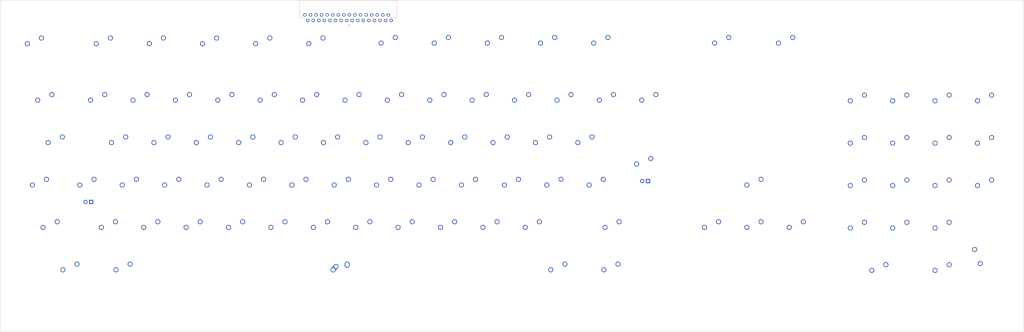
<source format=kicad_pcb>
(kicad_pcb (version 20171130) (host pcbnew "(5.1.0-0)")

  (general
    (thickness 1.6)
    (drawings 4)
    (tracks 0)
    (zones 0)
    (modules 98)
    (nets 36)
  )

  (page A2)
  (layers
    (0 F.Cu signal)
    (31 B.Cu signal)
    (32 B.Adhes user hide)
    (33 F.Adhes user hide)
    (34 B.Paste user hide)
    (35 F.Paste user hide)
    (36 B.SilkS user)
    (37 F.SilkS user)
    (38 B.Mask user hide)
    (39 F.Mask user hide)
    (40 Dwgs.User user)
    (41 Cmts.User user hide)
    (42 Eco1.User user hide)
    (43 Eco2.User user hide)
    (44 Edge.Cuts user)
    (45 Margin user hide)
    (46 B.CrtYd user hide)
    (47 F.CrtYd user hide)
    (48 B.Fab user hide)
    (49 F.Fab user hide)
  )

  (setup
    (last_trace_width 0.25)
    (trace_clearance 0.2)
    (zone_clearance 0.508)
    (zone_45_only no)
    (trace_min 0.2)
    (via_size 0.8)
    (via_drill 0.4)
    (via_min_size 0.4)
    (via_min_drill 0.3)
    (uvia_size 0.3)
    (uvia_drill 0.1)
    (uvias_allowed no)
    (uvia_min_size 0.2)
    (uvia_min_drill 0.1)
    (edge_width 0.15)
    (segment_width 0.2)
    (pcb_text_width 0.3)
    (pcb_text_size 1.5 1.5)
    (mod_edge_width 0.15)
    (mod_text_size 1 1)
    (mod_text_width 0.15)
    (pad_size 3.9878 3.9878)
    (pad_drill 3.9878)
    (pad_to_mask_clearance 0.051)
    (solder_mask_min_width 0.25)
    (aux_axis_origin 0 0)
    (visible_elements FFFFE77F)
    (pcbplotparams
      (layerselection 0x20100_ffffffff)
      (usegerberextensions false)
      (usegerberattributes false)
      (usegerberadvancedattributes false)
      (creategerberjobfile false)
      (excludeedgelayer true)
      (linewidth 0.100000)
      (plotframeref false)
      (viasonmask false)
      (mode 1)
      (useauxorigin false)
      (hpglpennumber 1)
      (hpglpenspeed 20)
      (hpglpendiameter 15.000000)
      (psnegative false)
      (psa4output false)
      (plotreference true)
      (plotvalue true)
      (plotinvisibletext false)
      (padsonsilk false)
      (subtractmaskfromsilk false)
      (outputformat 4)
      (mirror false)
      (drillshape 2)
      (scaleselection 1)
      (outputdirectory ""))
  )

  (net 0 "")
  (net 1 /7)
  (net 2 /15)
  (net 3 /17)
  (net 4 /18)
  (net 5 /19)
  (net 6 /20)
  (net 7 /21)
  (net 8 /23)
  (net 9 /25)
  (net 10 /26)
  (net 11 /27)
  (net 12 /28)
  (net 13 /29)
  (net 14 /30)
  (net 15 /6)
  (net 16 /5)
  (net 17 /16)
  (net 18 /22)
  (net 19 /8)
  (net 20 /1)
  (net 21 /10)
  (net 22 /2)
  (net 23 /11)
  (net 24 /3)
  (net 25 /12)
  (net 26 /4)
  (net 27 /13)
  (net 28 /14)
  (net 29 /31)
  (net 30 /9)
  (net 31 "Net-(J1-Pad32)")
  (net 32 /24)
  (net 33 "Net-(K26-Pad2)")
  (net 34 "Net-(K46-Pad3)")
  (net 35 "Net-(K46-Pad4)")

  (net_class Default "This is the default net class."
    (clearance 0.2)
    (trace_width 0.25)
    (via_dia 0.8)
    (via_drill 0.4)
    (uvia_dia 0.3)
    (uvia_drill 0.1)
    (add_net /1)
    (add_net /10)
    (add_net /11)
    (add_net /12)
    (add_net /13)
    (add_net /14)
    (add_net /15)
    (add_net /16)
    (add_net /17)
    (add_net /18)
    (add_net /19)
    (add_net /2)
    (add_net /20)
    (add_net /21)
    (add_net /22)
    (add_net /23)
    (add_net /24)
    (add_net /25)
    (add_net /26)
    (add_net /27)
    (add_net /28)
    (add_net /29)
    (add_net /3)
    (add_net /30)
    (add_net /31)
    (add_net /4)
    (add_net /5)
    (add_net /6)
    (add_net /7)
    (add_net /8)
    (add_net /9)
    (add_net "Net-(J1-Pad32)")
    (add_net "Net-(K26-Pad2)")
    (add_net "Net-(K46-Pad3)")
    (add_net "Net-(K46-Pad4)")
  )

  (module MX_Alps_Hybrid:MX-9U-NoLED (layer F.Cu) (tedit 5A9F52EC) (tstamp 5C92940B)
    (at 168.402 138.684)
    (fp_text reference "IN CASE" (at 9.652 0) (layer Dwgs.User)
      (effects (font (size 1 1) (thickness 0.15)))
    )
    (fp_text value 9U (at -8.636 0) (layer Dwgs.User)
      (effects (font (size 1 1) (thickness 0.15)))
    )
    (fp_line (start -85.725 9.525) (end -85.725 -9.525) (layer Dwgs.User) (width 0.15))
    (fp_line (start -85.725 9.525) (end 85.725 9.525) (layer Dwgs.User) (width 0.15))
    (fp_line (start 85.725 -9.525) (end 85.725 9.525) (layer Dwgs.User) (width 0.15))
    (fp_line (start -85.725 -9.525) (end 85.725 -9.525) (layer Dwgs.User) (width 0.15))
    (fp_line (start -7 -7) (end -7 -5) (layer Dwgs.User) (width 0.15))
    (fp_line (start -5 -7) (end -7 -7) (layer Dwgs.User) (width 0.15))
    (fp_line (start -7 7) (end -5 7) (layer Dwgs.User) (width 0.15))
    (fp_line (start -7 5) (end -7 7) (layer Dwgs.User) (width 0.15))
    (fp_line (start 7 7) (end 7 5) (layer Dwgs.User) (width 0.15))
    (fp_line (start 5 7) (end 7 7) (layer Dwgs.User) (width 0.15))
    (fp_line (start 7 -7) (end 7 -5) (layer Dwgs.User) (width 0.15))
    (fp_line (start 5 -7) (end 7 -7) (layer Dwgs.User) (width 0.15))
    (pad "" np_thru_hole circle (at 66.675 8.255) (size 3.9878 3.9878) (drill 3.9878) (layers *.Cu *.Mask))
    (pad "" np_thru_hole circle (at -66.675 8.255) (size 3.9878 3.9878) (drill 3.9878) (layers *.Cu *.Mask))
    (pad "" np_thru_hole circle (at 66.675 -6.985) (size 3.048 3.048) (drill 3.048) (layers *.Cu *.Mask))
    (pad "" np_thru_hole circle (at -66.675 -6.985) (size 3.048 3.048) (drill 3.048) (layers *.Cu *.Mask))
    (pad "" np_thru_hole circle (at 5.08 0 48.0996) (size 1.75 1.75) (drill 1.75) (layers *.Cu *.Mask))
    (pad "" np_thru_hole circle (at -5.08 0 48.0996) (size 1.75 1.75) (drill 1.75) (layers *.Cu *.Mask))
    (pad 1 thru_hole circle (at -2.5 -4) (size 2.25 2.25) (drill 1.47) (layers *.Cu B.Mask))
    (pad "" np_thru_hole circle (at 0 0) (size 3.9878 3.9878) (drill 3.9878) (layers *.Cu *.Mask))
    (pad 1 thru_hole oval (at -3.81 -2.54 48.0996) (size 4.211556 2.25) (drill 1.47 (offset 0.980778 0)) (layers *.Cu B.Mask))
    (pad 2 thru_hole circle (at 2.54 -5.08) (size 2.25 2.25) (drill 1.47) (layers *.Cu B.Mask))
    (pad 2 thru_hole oval (at 2.5 -4.5 86.0548) (size 2.831378 2.25) (drill 1.47 (offset 0.290689 0)) (layers *.Cu B.Mask))
  )

  (module Connector_FFC-FPC:FFC-1.25mm-RA-5204403245 (layer B.Cu) (tedit 5C8F63EF) (tstamp 5C9C0171)
    (at 170.702 22.874)
    (path /5C9D8FBB)
    (fp_text reference J1 (at 1.25 3.5) (layer B.SilkS)
      (effects (font (size 1 1) (thickness 0.15)) (justify mirror))
    )
    (fp_text value Conn_01x32_Female (at 0.75 -6.75) (layer B.Fab)
      (effects (font (size 1 1) (thickness 0.15)) (justify mirror))
    )
    (fp_line (start -21.25 0) (end -21.25 -7.75) (layer B.SilkS) (width 0.15))
    (fp_line (start 20.5 0) (end 22.5 0) (layer B.SilkS) (width 0.15))
    (fp_line (start 22.5 0) (end 22.5 -7.75) (layer B.SilkS) (width 0.15))
    (fp_line (start 22.5 -7.75) (end -21.25 -7.75) (layer B.SilkS) (width 0.15))
    (fp_line (start -21.25 0) (end -19.25 0) (layer B.SilkS) (width 0.15))
    (pad 1 thru_hole circle (at -18.75 -1.25) (size 1.524 1.524) (drill 0.85) (layers *.Cu *.Mask)
      (net 20 /1))
    (pad 2 thru_hole circle (at -17.5 1.25) (size 1.524 1.524) (drill 0.85) (layers *.Cu *.Mask)
      (net 22 /2))
    (pad 3 thru_hole circle (at -16.25 -1.25) (size 1.524 1.524) (drill 0.85) (layers *.Cu *.Mask)
      (net 24 /3))
    (pad 4 thru_hole circle (at -15 1.25) (size 1.524 1.524) (drill 0.85) (layers *.Cu *.Mask)
      (net 26 /4))
    (pad 5 thru_hole circle (at -13.75 -1.25) (size 1.524 1.524) (drill 0.85) (layers *.Cu *.Mask)
      (net 16 /5))
    (pad 6 thru_hole circle (at -12.5 1.25) (size 1.524 1.524) (drill 0.85) (layers *.Cu *.Mask)
      (net 15 /6))
    (pad 7 thru_hole circle (at -11.25 -1.25) (size 1.524 1.524) (drill 0.85) (layers *.Cu *.Mask)
      (net 1 /7))
    (pad 8 thru_hole circle (at -10 1.25) (size 1.524 1.524) (drill 0.85) (layers *.Cu *.Mask)
      (net 19 /8))
    (pad 9 thru_hole circle (at -8.75 -1.25) (size 1.524 1.524) (drill 0.85) (layers *.Cu *.Mask)
      (net 30 /9))
    (pad 10 thru_hole circle (at -7.5 1.25) (size 1.524 1.524) (drill 0.85) (layers *.Cu *.Mask)
      (net 21 /10))
    (pad 11 thru_hole circle (at -6.25 -1.25) (size 1.524 1.524) (drill 0.85) (layers *.Cu *.Mask)
      (net 23 /11))
    (pad 12 thru_hole circle (at -5 1.25) (size 1.524 1.524) (drill 0.85) (layers *.Cu *.Mask)
      (net 25 /12))
    (pad 13 thru_hole circle (at -3.75 -1.25) (size 1.524 1.524) (drill 0.85) (layers *.Cu *.Mask)
      (net 27 /13))
    (pad 14 thru_hole circle (at -2.5 1.25) (size 1.524 1.524) (drill 0.85) (layers *.Cu *.Mask)
      (net 28 /14))
    (pad 15 thru_hole circle (at -1.25 -1.25) (size 1.524 1.524) (drill 0.85) (layers *.Cu *.Mask)
      (net 2 /15))
    (pad 16 thru_hole circle (at 0 1.25) (size 1.524 1.524) (drill 0.85) (layers *.Cu *.Mask)
      (net 17 /16))
    (pad 17 thru_hole circle (at 1.25 -1.25) (size 1.524 1.524) (drill 0.85) (layers *.Cu *.Mask)
      (net 3 /17))
    (pad 18 thru_hole circle (at 2.5 1.25) (size 1.524 1.524) (drill 0.85) (layers *.Cu *.Mask)
      (net 4 /18))
    (pad 19 thru_hole circle (at 3.75 -1.25) (size 1.524 1.524) (drill 0.85) (layers *.Cu *.Mask)
      (net 5 /19))
    (pad 20 thru_hole circle (at 5 1.25) (size 1.524 1.524) (drill 0.85) (layers *.Cu *.Mask)
      (net 6 /20))
    (pad 21 thru_hole circle (at 6.25 -1.25) (size 1.524 1.524) (drill 0.85) (layers *.Cu *.Mask)
      (net 7 /21))
    (pad 22 thru_hole circle (at 7.5 1.25) (size 1.524 1.524) (drill 0.85) (layers *.Cu *.Mask)
      (net 18 /22))
    (pad 23 thru_hole circle (at 8.75 -1.25) (size 1.524 1.524) (drill 0.85) (layers *.Cu *.Mask)
      (net 8 /23))
    (pad 24 thru_hole circle (at 10 1.25) (size 1.524 1.524) (drill 0.85) (layers *.Cu *.Mask)
      (net 32 /24))
    (pad 25 thru_hole circle (at 11.25 -1.25) (size 1.524 1.524) (drill 0.85) (layers *.Cu *.Mask)
      (net 9 /25))
    (pad 26 thru_hole circle (at 12.5 1.25) (size 1.524 1.524) (drill 0.85) (layers *.Cu *.Mask)
      (net 10 /26))
    (pad 27 thru_hole circle (at 13.75 -1.25) (size 1.524 1.524) (drill 0.85) (layers *.Cu *.Mask)
      (net 11 /27))
    (pad 28 thru_hole circle (at 15 1.25) (size 1.524 1.524) (drill 0.85) (layers *.Cu *.Mask)
      (net 12 /28))
    (pad 29 thru_hole circle (at 16.25 -1.25) (size 1.524 1.524) (drill 0.85) (layers *.Cu *.Mask)
      (net 13 /29))
    (pad 30 thru_hole circle (at 17.5 1.25) (size 1.524 1.524) (drill 0.85) (layers *.Cu *.Mask)
      (net 14 /30))
    (pad 31 thru_hole circle (at 18.75 -1.25) (size 1.524 1.524) (drill 0.85) (layers *.Cu *.Mask)
      (net 29 /31))
    (pad 32 thru_hole circle (at 20 1.25) (size 1.524 1.524) (drill 0.85) (layers *.Cu *.Mask)
      (net 31 "Net-(J1-Pad32)"))
  )

  (module MX_Alps_Hybrid:MXOnly-1U-NoLED (layer F.Cu) (tedit 5BD3C6C7) (tstamp 5C917951)
    (at 31.002 37.098)
    (path /5C6EAD3A)
    (fp_text reference K1 (at 0 3.175) (layer Dwgs.User)
      (effects (font (size 1 1) (thickness 0.15)))
    )
    (fp_text value ESC (at 0 -7.9375) (layer Dwgs.User)
      (effects (font (size 1 1) (thickness 0.15)))
    )
    (fp_line (start -9.525 9.525) (end -9.525 -9.525) (layer Dwgs.User) (width 0.15))
    (fp_line (start 9.525 9.525) (end -9.525 9.525) (layer Dwgs.User) (width 0.15))
    (fp_line (start 9.525 -9.525) (end 9.525 9.525) (layer Dwgs.User) (width 0.15))
    (fp_line (start -9.525 -9.525) (end 9.525 -9.525) (layer Dwgs.User) (width 0.15))
    (fp_line (start -7 -7) (end -7 -5) (layer Dwgs.User) (width 0.15))
    (fp_line (start -5 -7) (end -7 -7) (layer Dwgs.User) (width 0.15))
    (fp_line (start -7 7) (end -5 7) (layer Dwgs.User) (width 0.15))
    (fp_line (start -7 5) (end -7 7) (layer Dwgs.User) (width 0.15))
    (fp_line (start 7 7) (end 7 5) (layer Dwgs.User) (width 0.15))
    (fp_line (start 5 7) (end 7 7) (layer Dwgs.User) (width 0.15))
    (fp_line (start 7 -7) (end 7 -5) (layer Dwgs.User) (width 0.15))
    (fp_line (start 5 -7) (end 7 -7) (layer Dwgs.User) (width 0.15))
    (pad "" np_thru_hole circle (at 5.08 0 48.0996) (size 1.75 1.75) (drill 1.75) (layers *.Cu *.Mask))
    (pad "" np_thru_hole circle (at -5.08 0 48.0996) (size 1.75 1.75) (drill 1.75) (layers *.Cu *.Mask))
    (pad 1 thru_hole circle (at -3.81 -2.54) (size 2.25 2.25) (drill 1.47) (layers *.Cu B.Mask)
      (net 2 /15))
    (pad "" np_thru_hole circle (at 0 0) (size 3.9878 3.9878) (drill 3.9878) (layers *.Cu *.Mask))
    (pad 2 thru_hole circle (at 2.54 -5.08) (size 2.25 2.25) (drill 1.47) (layers *.Cu B.Mask)
      (net 1 /7))
  )

  (module MX_Alps_Hybrid:MXOnly-1.25U-NoLED (layer F.Cu) (tedit 5C922636) (tstamp 5C917965)
    (at 61.99 37.098)
    (path /5C7001B7)
    (fp_text reference K2 (at 0 3.175) (layer Dwgs.User)
      (effects (font (size 1 1) (thickness 0.15)))
    )
    (fp_text value F1 (at 0 -7.9375) (layer Dwgs.User)
      (effects (font (size 1 1) (thickness 0.15)))
    )
    (fp_line (start -11.90625 9.525) (end -11.90625 -9.525) (layer Dwgs.User) (width 0.15))
    (fp_line (start -11.90625 9.525) (end 11.90625 9.525) (layer Dwgs.User) (width 0.15))
    (fp_line (start 11.90625 -9.525) (end 11.90625 9.525) (layer Dwgs.User) (width 0.15))
    (fp_line (start -11.90625 -9.525) (end 11.90625 -9.525) (layer Dwgs.User) (width 0.15))
    (fp_line (start -7 -7) (end -7 -5) (layer Dwgs.User) (width 0.15))
    (fp_line (start -5 -7) (end -7 -7) (layer Dwgs.User) (width 0.15))
    (fp_line (start -7 7) (end -5 7) (layer Dwgs.User) (width 0.15))
    (fp_line (start -7 5) (end -7 7) (layer Dwgs.User) (width 0.15))
    (fp_line (start 7 7) (end 7 5) (layer Dwgs.User) (width 0.15))
    (fp_line (start 5 7) (end 7 7) (layer Dwgs.User) (width 0.15))
    (fp_line (start 7 -7) (end 7 -5) (layer Dwgs.User) (width 0.15))
    (fp_line (start 5 -7) (end 7 -7) (layer Dwgs.User) (width 0.15))
    (pad "" np_thru_hole circle (at 5.08 0 48.0996) (size 1.75 1.75) (drill 1.75) (layers *.Cu *.Mask))
    (pad "" np_thru_hole circle (at -5.08 0 48.0996) (size 1.75 1.75) (drill 1.75) (layers *.Cu *.Mask))
    (pad 1 thru_hole circle (at -3.81 -2.54) (size 2.25 2.25) (drill 1.47) (layers *.Cu B.Mask)
      (net 3 /17))
    (pad "" np_thru_hole circle (at 0.01 -0.098) (size 3.9878 3.9878) (drill 3.9878) (layers *.Cu *.Mask))
    (pad 2 thru_hole circle (at 2.54 -5.08) (size 2.25 2.25) (drill 1.47) (layers *.Cu B.Mask)
      (net 1 /7))
  )

  (module MX_Alps_Hybrid:MXOnly-1.25U-NoLED (layer F.Cu) (tedit 5C92263A) (tstamp 5C917979)
    (at 85.866 37.07)
    (path /5C70020E)
    (fp_text reference K3 (at 0 3.175) (layer Dwgs.User)
      (effects (font (size 1 1) (thickness 0.15)))
    )
    (fp_text value F2 (at 0 -7.9375) (layer Dwgs.User)
      (effects (font (size 1 1) (thickness 0.15)))
    )
    (fp_line (start -11.90625 9.525) (end -11.90625 -9.525) (layer Dwgs.User) (width 0.15))
    (fp_line (start -11.90625 9.525) (end 11.90625 9.525) (layer Dwgs.User) (width 0.15))
    (fp_line (start 11.90625 -9.525) (end 11.90625 9.525) (layer Dwgs.User) (width 0.15))
    (fp_line (start -11.90625 -9.525) (end 11.90625 -9.525) (layer Dwgs.User) (width 0.15))
    (fp_line (start -7 -7) (end -7 -5) (layer Dwgs.User) (width 0.15))
    (fp_line (start -5 -7) (end -7 -7) (layer Dwgs.User) (width 0.15))
    (fp_line (start -7 7) (end -5 7) (layer Dwgs.User) (width 0.15))
    (fp_line (start -7 5) (end -7 7) (layer Dwgs.User) (width 0.15))
    (fp_line (start 7 7) (end 7 5) (layer Dwgs.User) (width 0.15))
    (fp_line (start 5 7) (end 7 7) (layer Dwgs.User) (width 0.15))
    (fp_line (start 7 -7) (end 7 -5) (layer Dwgs.User) (width 0.15))
    (fp_line (start 5 -7) (end 7 -7) (layer Dwgs.User) (width 0.15))
    (pad "" np_thru_hole circle (at 5.08 0 48.0996) (size 1.75 1.75) (drill 1.75) (layers *.Cu *.Mask))
    (pad "" np_thru_hole circle (at -5.08 0 48.0996) (size 1.75 1.75) (drill 1.75) (layers *.Cu *.Mask))
    (pad 1 thru_hole circle (at -3.81 -2.54) (size 2.25 2.25) (drill 1.47) (layers *.Cu B.Mask)
      (net 4 /18))
    (pad "" np_thru_hole circle (at 0 -0.07) (size 3.9878 3.9878) (drill 3.9878) (layers *.Cu *.Mask))
    (pad 2 thru_hole circle (at 2.54 -5.08) (size 2.25 2.25) (drill 1.47) (layers *.Cu B.Mask)
      (net 1 /7))
  )

  (module MX_Alps_Hybrid:MXOnly-1.25U-NoLED (layer F.Cu) (tedit 5C92263E) (tstamp 5C91798D)
    (at 109.742 37.098)
    (path /5C70038E)
    (fp_text reference K4 (at 0 3.175) (layer Dwgs.User)
      (effects (font (size 1 1) (thickness 0.15)))
    )
    (fp_text value F3 (at 0 -7.9375) (layer Dwgs.User)
      (effects (font (size 1 1) (thickness 0.15)))
    )
    (fp_line (start 5 -7) (end 7 -7) (layer Dwgs.User) (width 0.15))
    (fp_line (start 7 -7) (end 7 -5) (layer Dwgs.User) (width 0.15))
    (fp_line (start 5 7) (end 7 7) (layer Dwgs.User) (width 0.15))
    (fp_line (start 7 7) (end 7 5) (layer Dwgs.User) (width 0.15))
    (fp_line (start -7 5) (end -7 7) (layer Dwgs.User) (width 0.15))
    (fp_line (start -7 7) (end -5 7) (layer Dwgs.User) (width 0.15))
    (fp_line (start -5 -7) (end -7 -7) (layer Dwgs.User) (width 0.15))
    (fp_line (start -7 -7) (end -7 -5) (layer Dwgs.User) (width 0.15))
    (fp_line (start -11.90625 -9.525) (end 11.90625 -9.525) (layer Dwgs.User) (width 0.15))
    (fp_line (start 11.90625 -9.525) (end 11.90625 9.525) (layer Dwgs.User) (width 0.15))
    (fp_line (start -11.90625 9.525) (end 11.90625 9.525) (layer Dwgs.User) (width 0.15))
    (fp_line (start -11.90625 9.525) (end -11.90625 -9.525) (layer Dwgs.User) (width 0.15))
    (pad 2 thru_hole circle (at 2.54 -5.08) (size 2.25 2.25) (drill 1.47) (layers *.Cu B.Mask)
      (net 1 /7))
    (pad "" np_thru_hole circle (at 0 -0.07) (size 3.9878 3.9878) (drill 3.9878) (layers *.Cu *.Mask))
    (pad 1 thru_hole circle (at -3.81 -2.54) (size 2.25 2.25) (drill 1.47) (layers *.Cu B.Mask)
      (net 5 /19))
    (pad "" np_thru_hole circle (at -5.08 0 48.0996) (size 1.75 1.75) (drill 1.75) (layers *.Cu *.Mask))
    (pad "" np_thru_hole circle (at 5.08 0 48.0996) (size 1.75 1.75) (drill 1.75) (layers *.Cu *.Mask))
  )

  (module MX_Alps_Hybrid:MXOnly-1.25U-NoLED (layer F.Cu) (tedit 5C922646) (tstamp 5C9179A1)
    (at 133.618 37.07)
    (path /5C7003FE)
    (fp_text reference K5 (at 0 3.175) (layer Dwgs.User)
      (effects (font (size 1 1) (thickness 0.15)))
    )
    (fp_text value F4 (at 0 -7.9375) (layer Dwgs.User)
      (effects (font (size 1 1) (thickness 0.15)))
    )
    (fp_line (start -11.90625 9.525) (end -11.90625 -9.525) (layer Dwgs.User) (width 0.15))
    (fp_line (start -11.90625 9.525) (end 11.90625 9.525) (layer Dwgs.User) (width 0.15))
    (fp_line (start 11.90625 -9.525) (end 11.90625 9.525) (layer Dwgs.User) (width 0.15))
    (fp_line (start -11.90625 -9.525) (end 11.90625 -9.525) (layer Dwgs.User) (width 0.15))
    (fp_line (start -7 -7) (end -7 -5) (layer Dwgs.User) (width 0.15))
    (fp_line (start -5 -7) (end -7 -7) (layer Dwgs.User) (width 0.15))
    (fp_line (start -7 7) (end -5 7) (layer Dwgs.User) (width 0.15))
    (fp_line (start -7 5) (end -7 7) (layer Dwgs.User) (width 0.15))
    (fp_line (start 7 7) (end 7 5) (layer Dwgs.User) (width 0.15))
    (fp_line (start 5 7) (end 7 7) (layer Dwgs.User) (width 0.15))
    (fp_line (start 7 -7) (end 7 -5) (layer Dwgs.User) (width 0.15))
    (fp_line (start 5 -7) (end 7 -7) (layer Dwgs.User) (width 0.15))
    (pad "" np_thru_hole circle (at 5.08 0 48.0996) (size 1.75 1.75) (drill 1.75) (layers *.Cu *.Mask))
    (pad "" np_thru_hole circle (at -5.08 0 48.0996) (size 1.75 1.75) (drill 1.75) (layers *.Cu *.Mask))
    (pad 1 thru_hole circle (at -3.81 -2.54) (size 2.25 2.25) (drill 1.47) (layers *.Cu B.Mask)
      (net 6 /20))
    (pad "" np_thru_hole circle (at 0 -0.07) (size 3.9878 3.9878) (drill 3.9878) (layers *.Cu *.Mask))
    (pad 2 thru_hole circle (at 2.54 -5.08) (size 2.25 2.25) (drill 1.47) (layers *.Cu B.Mask)
      (net 1 /7))
  )

  (module MX_Alps_Hybrid:MXOnly-1.25U-NoLED (layer F.Cu) (tedit 5C922649) (tstamp 5C9179B5)
    (at 157.494 37.07)
    (path /5C700470)
    (fp_text reference K6 (at 0 3.175) (layer Dwgs.User)
      (effects (font (size 1 1) (thickness 0.15)))
    )
    (fp_text value F5 (at 0 -7.9375) (layer Dwgs.User)
      (effects (font (size 1 1) (thickness 0.15)))
    )
    (fp_line (start 5 -7) (end 7 -7) (layer Dwgs.User) (width 0.15))
    (fp_line (start 7 -7) (end 7 -5) (layer Dwgs.User) (width 0.15))
    (fp_line (start 5 7) (end 7 7) (layer Dwgs.User) (width 0.15))
    (fp_line (start 7 7) (end 7 5) (layer Dwgs.User) (width 0.15))
    (fp_line (start -7 5) (end -7 7) (layer Dwgs.User) (width 0.15))
    (fp_line (start -7 7) (end -5 7) (layer Dwgs.User) (width 0.15))
    (fp_line (start -5 -7) (end -7 -7) (layer Dwgs.User) (width 0.15))
    (fp_line (start -7 -7) (end -7 -5) (layer Dwgs.User) (width 0.15))
    (fp_line (start -11.90625 -9.525) (end 11.90625 -9.525) (layer Dwgs.User) (width 0.15))
    (fp_line (start 11.90625 -9.525) (end 11.90625 9.525) (layer Dwgs.User) (width 0.15))
    (fp_line (start -11.90625 9.525) (end 11.90625 9.525) (layer Dwgs.User) (width 0.15))
    (fp_line (start -11.90625 9.525) (end -11.90625 -9.525) (layer Dwgs.User) (width 0.15))
    (pad 2 thru_hole circle (at 2.54 -5.08) (size 2.25 2.25) (drill 1.47) (layers *.Cu B.Mask)
      (net 1 /7))
    (pad "" np_thru_hole circle (at 0 -0.07) (size 3.9878 3.9878) (drill 3.9878) (layers *.Cu *.Mask))
    (pad 1 thru_hole circle (at -3.81 -2.54) (size 2.25 2.25) (drill 1.47) (layers *.Cu B.Mask)
      (net 7 /21))
    (pad "" np_thru_hole circle (at -5.08 0 48.0996) (size 1.75 1.75) (drill 1.75) (layers *.Cu *.Mask))
    (pad "" np_thru_hole circle (at 5.08 0 48.0996) (size 1.75 1.75) (drill 1.75) (layers *.Cu *.Mask))
  )

  (module MX_Alps_Hybrid:MXOnly-1.25U-NoLED (layer F.Cu) (tedit 5C922689) (tstamp 5C9179C9)
    (at 190.006 36.844)
    (path /5C700906)
    (fp_text reference K7 (at 0 3.175) (layer Dwgs.User)
      (effects (font (size 1 1) (thickness 0.15)))
    )
    (fp_text value F6 (at 0 -7.9375) (layer Dwgs.User)
      (effects (font (size 1 1) (thickness 0.15)))
    )
    (fp_line (start -11.90625 9.525) (end -11.90625 -9.525) (layer Dwgs.User) (width 0.15))
    (fp_line (start -11.90625 9.525) (end 11.90625 9.525) (layer Dwgs.User) (width 0.15))
    (fp_line (start 11.90625 -9.525) (end 11.90625 9.525) (layer Dwgs.User) (width 0.15))
    (fp_line (start -11.90625 -9.525) (end 11.90625 -9.525) (layer Dwgs.User) (width 0.15))
    (fp_line (start -7 -7) (end -7 -5) (layer Dwgs.User) (width 0.15))
    (fp_line (start -5 -7) (end -7 -7) (layer Dwgs.User) (width 0.15))
    (fp_line (start -7 7) (end -5 7) (layer Dwgs.User) (width 0.15))
    (fp_line (start -7 5) (end -7 7) (layer Dwgs.User) (width 0.15))
    (fp_line (start 7 7) (end 7 5) (layer Dwgs.User) (width 0.15))
    (fp_line (start 5 7) (end 7 7) (layer Dwgs.User) (width 0.15))
    (fp_line (start 7 -7) (end 7 -5) (layer Dwgs.User) (width 0.15))
    (fp_line (start 5 -7) (end 7 -7) (layer Dwgs.User) (width 0.15))
    (pad "" np_thru_hole circle (at 5.08 0 48.0996) (size 1.75 1.75) (drill 1.75) (layers *.Cu *.Mask))
    (pad "" np_thru_hole circle (at -5.08 0 48.0996) (size 1.75 1.75) (drill 1.75) (layers *.Cu *.Mask))
    (pad 1 thru_hole circle (at -3.81 -2.54) (size 2.25 2.25) (drill 1.47) (layers *.Cu B.Mask)
      (net 1 /7))
    (pad "" np_thru_hole circle (at -0.006 0.156) (size 3.9878 3.9878) (drill 3.9878) (layers *.Cu *.Mask))
    (pad 2 thru_hole circle (at 2.54 -5.08) (size 2.25 2.25) (drill 1.47) (layers *.Cu B.Mask)
      (net 8 /23))
  )

  (module MX_Alps_Hybrid:MXOnly-1.25U-NoLED (layer F.Cu) (tedit 5C9226B4) (tstamp 5C9179DD)
    (at 213.882 36.844)
    (path /5C700A92)
    (fp_text reference K8 (at 0 3.175) (layer Dwgs.User)
      (effects (font (size 1 1) (thickness 0.15)))
    )
    (fp_text value F7 (at 0 -7.9375) (layer Dwgs.User)
      (effects (font (size 1 1) (thickness 0.15)))
    )
    (fp_line (start 5 -7) (end 7 -7) (layer Dwgs.User) (width 0.15))
    (fp_line (start 7 -7) (end 7 -5) (layer Dwgs.User) (width 0.15))
    (fp_line (start 5 7) (end 7 7) (layer Dwgs.User) (width 0.15))
    (fp_line (start 7 7) (end 7 5) (layer Dwgs.User) (width 0.15))
    (fp_line (start -7 5) (end -7 7) (layer Dwgs.User) (width 0.15))
    (fp_line (start -7 7) (end -5 7) (layer Dwgs.User) (width 0.15))
    (fp_line (start -5 -7) (end -7 -7) (layer Dwgs.User) (width 0.15))
    (fp_line (start -7 -7) (end -7 -5) (layer Dwgs.User) (width 0.15))
    (fp_line (start -11.90625 -9.525) (end 11.90625 -9.525) (layer Dwgs.User) (width 0.15))
    (fp_line (start 11.90625 -9.525) (end 11.90625 9.525) (layer Dwgs.User) (width 0.15))
    (fp_line (start -11.90625 9.525) (end 11.90625 9.525) (layer Dwgs.User) (width 0.15))
    (fp_line (start -11.90625 9.525) (end -11.90625 -9.525) (layer Dwgs.User) (width 0.15))
    (pad 2 thru_hole circle (at 2.54 -5.08) (size 2.25 2.25) (drill 1.47) (layers *.Cu B.Mask)
      (net 1 /7))
    (pad "" np_thru_hole circle (at 0 0.156) (size 3.9878 3.9878) (drill 3.9878) (layers *.Cu *.Mask))
    (pad 1 thru_hole circle (at -3.81 -2.54) (size 2.25 2.25) (drill 1.47) (layers *.Cu B.Mask)
      (net 9 /25))
    (pad "" np_thru_hole circle (at -5.08 0 48.0996) (size 1.75 1.75) (drill 1.75) (layers *.Cu *.Mask))
    (pad "" np_thru_hole circle (at 5.08 0 48.0996) (size 1.75 1.75) (drill 1.75) (layers *.Cu *.Mask))
  )

  (module MX_Alps_Hybrid:MXOnly-1.25U-NoLED (layer F.Cu) (tedit 5C9226B8) (tstamp 5C9179F1)
    (at 237.758 36.844)
    (path /5C700F05)
    (fp_text reference K9 (at 0 3.175) (layer Dwgs.User)
      (effects (font (size 1 1) (thickness 0.15)))
    )
    (fp_text value F8 (at 0 -7.9375) (layer Dwgs.User)
      (effects (font (size 1 1) (thickness 0.15)))
    )
    (fp_line (start -11.90625 9.525) (end -11.90625 -9.525) (layer Dwgs.User) (width 0.15))
    (fp_line (start -11.90625 9.525) (end 11.90625 9.525) (layer Dwgs.User) (width 0.15))
    (fp_line (start 11.90625 -9.525) (end 11.90625 9.525) (layer Dwgs.User) (width 0.15))
    (fp_line (start -11.90625 -9.525) (end 11.90625 -9.525) (layer Dwgs.User) (width 0.15))
    (fp_line (start -7 -7) (end -7 -5) (layer Dwgs.User) (width 0.15))
    (fp_line (start -5 -7) (end -7 -7) (layer Dwgs.User) (width 0.15))
    (fp_line (start -7 7) (end -5 7) (layer Dwgs.User) (width 0.15))
    (fp_line (start -7 5) (end -7 7) (layer Dwgs.User) (width 0.15))
    (fp_line (start 7 7) (end 7 5) (layer Dwgs.User) (width 0.15))
    (fp_line (start 5 7) (end 7 7) (layer Dwgs.User) (width 0.15))
    (fp_line (start 7 -7) (end 7 -5) (layer Dwgs.User) (width 0.15))
    (fp_line (start 5 -7) (end 7 -7) (layer Dwgs.User) (width 0.15))
    (pad "" np_thru_hole circle (at 5.08 0 48.0996) (size 1.75 1.75) (drill 1.75) (layers *.Cu *.Mask))
    (pad "" np_thru_hole circle (at -5.08 0 48.0996) (size 1.75 1.75) (drill 1.75) (layers *.Cu *.Mask))
    (pad 1 thru_hole circle (at -3.81 -2.54) (size 2.25 2.25) (drill 1.47) (layers *.Cu B.Mask)
      (net 10 /26))
    (pad "" np_thru_hole circle (at 0 0.156) (size 3.9878 3.9878) (drill 3.9878) (layers *.Cu *.Mask))
    (pad 2 thru_hole circle (at 2.54 -5.08) (size 2.25 2.25) (drill 1.47) (layers *.Cu B.Mask)
      (net 1 /7))
  )

  (module MX_Alps_Hybrid:MXOnly-1.25U-NoLED (layer F.Cu) (tedit 5C9226BD) (tstamp 5C917A05)
    (at 261.634 36.844)
    (path /5C700FC5)
    (fp_text reference K10 (at 0 3.175) (layer Dwgs.User)
      (effects (font (size 1 1) (thickness 0.15)))
    )
    (fp_text value F9 (at 0 -7.9375) (layer Dwgs.User)
      (effects (font (size 1 1) (thickness 0.15)))
    )
    (fp_line (start 5 -7) (end 7 -7) (layer Dwgs.User) (width 0.15))
    (fp_line (start 7 -7) (end 7 -5) (layer Dwgs.User) (width 0.15))
    (fp_line (start 5 7) (end 7 7) (layer Dwgs.User) (width 0.15))
    (fp_line (start 7 7) (end 7 5) (layer Dwgs.User) (width 0.15))
    (fp_line (start -7 5) (end -7 7) (layer Dwgs.User) (width 0.15))
    (fp_line (start -7 7) (end -5 7) (layer Dwgs.User) (width 0.15))
    (fp_line (start -5 -7) (end -7 -7) (layer Dwgs.User) (width 0.15))
    (fp_line (start -7 -7) (end -7 -5) (layer Dwgs.User) (width 0.15))
    (fp_line (start -11.90625 -9.525) (end 11.90625 -9.525) (layer Dwgs.User) (width 0.15))
    (fp_line (start 11.90625 -9.525) (end 11.90625 9.525) (layer Dwgs.User) (width 0.15))
    (fp_line (start -11.90625 9.525) (end 11.90625 9.525) (layer Dwgs.User) (width 0.15))
    (fp_line (start -11.90625 9.525) (end -11.90625 -9.525) (layer Dwgs.User) (width 0.15))
    (pad 2 thru_hole circle (at 2.54 -5.08) (size 2.25 2.25) (drill 1.47) (layers *.Cu B.Mask)
      (net 1 /7))
    (pad "" np_thru_hole circle (at 0 0.156) (size 3.9878 3.9878) (drill 3.9878) (layers *.Cu *.Mask))
    (pad 1 thru_hole circle (at -3.81 -2.54) (size 2.25 2.25) (drill 1.47) (layers *.Cu B.Mask)
      (net 11 /27))
    (pad "" np_thru_hole circle (at -5.08 0 48.0996) (size 1.75 1.75) (drill 1.75) (layers *.Cu *.Mask))
    (pad "" np_thru_hole circle (at 5.08 0 48.0996) (size 1.75 1.75) (drill 1.75) (layers *.Cu *.Mask))
  )

  (module MX_Alps_Hybrid:MXOnly-1.25U-NoLED (layer F.Cu) (tedit 5C9226C0) (tstamp 5C917A19)
    (at 285.51 36.844)
    (path /5C701092)
    (fp_text reference K11 (at 0 3.175) (layer Dwgs.User)
      (effects (font (size 1 1) (thickness 0.15)))
    )
    (fp_text value F10 (at 0 -7.9375) (layer Dwgs.User)
      (effects (font (size 1 1) (thickness 0.15)))
    )
    (fp_line (start -11.90625 9.525) (end -11.90625 -9.525) (layer Dwgs.User) (width 0.15))
    (fp_line (start -11.90625 9.525) (end 11.90625 9.525) (layer Dwgs.User) (width 0.15))
    (fp_line (start 11.90625 -9.525) (end 11.90625 9.525) (layer Dwgs.User) (width 0.15))
    (fp_line (start -11.90625 -9.525) (end 11.90625 -9.525) (layer Dwgs.User) (width 0.15))
    (fp_line (start -7 -7) (end -7 -5) (layer Dwgs.User) (width 0.15))
    (fp_line (start -5 -7) (end -7 -7) (layer Dwgs.User) (width 0.15))
    (fp_line (start -7 7) (end -5 7) (layer Dwgs.User) (width 0.15))
    (fp_line (start -7 5) (end -7 7) (layer Dwgs.User) (width 0.15))
    (fp_line (start 7 7) (end 7 5) (layer Dwgs.User) (width 0.15))
    (fp_line (start 5 7) (end 7 7) (layer Dwgs.User) (width 0.15))
    (fp_line (start 7 -7) (end 7 -5) (layer Dwgs.User) (width 0.15))
    (fp_line (start 5 -7) (end 7 -7) (layer Dwgs.User) (width 0.15))
    (pad "" np_thru_hole circle (at 5.08 0 48.0996) (size 1.75 1.75) (drill 1.75) (layers *.Cu *.Mask))
    (pad "" np_thru_hole circle (at -5.08 0 48.0996) (size 1.75 1.75) (drill 1.75) (layers *.Cu *.Mask))
    (pad 1 thru_hole circle (at -3.81 -2.54) (size 2.25 2.25) (drill 1.47) (layers *.Cu B.Mask)
      (net 12 /28))
    (pad "" np_thru_hole circle (at 0 0.156) (size 3.9878 3.9878) (drill 3.9878) (layers *.Cu *.Mask))
    (pad 2 thru_hole circle (at 2.54 -5.08) (size 2.25 2.25) (drill 1.47) (layers *.Cu B.Mask)
      (net 1 /7))
  )

  (module MX_Alps_Hybrid:MXOnly-1.5U-NoLED (layer F.Cu) (tedit 5C92277C) (tstamp 5C917A2D)
    (at 35.672 62.498)
    (path /5C703BFE)
    (fp_text reference K12 (at 0 3.175) (layer Dwgs.User)
      (effects (font (size 1 1) (thickness 0.15)))
    )
    (fp_text value TILDE (at 0 -7.9375) (layer Dwgs.User)
      (effects (font (size 1 1) (thickness 0.15)))
    )
    (fp_line (start 5 -7) (end 7 -7) (layer Dwgs.User) (width 0.15))
    (fp_line (start 7 -7) (end 7 -5) (layer Dwgs.User) (width 0.15))
    (fp_line (start 5 7) (end 7 7) (layer Dwgs.User) (width 0.15))
    (fp_line (start 7 7) (end 7 5) (layer Dwgs.User) (width 0.15))
    (fp_line (start -7 5) (end -7 7) (layer Dwgs.User) (width 0.15))
    (fp_line (start -7 7) (end -5 7) (layer Dwgs.User) (width 0.15))
    (fp_line (start -5 -7) (end -7 -7) (layer Dwgs.User) (width 0.15))
    (fp_line (start -7 -7) (end -7 -5) (layer Dwgs.User) (width 0.15))
    (fp_line (start -14.2875 -9.525) (end 14.2875 -9.525) (layer Dwgs.User) (width 0.15))
    (fp_line (start 14.2875 -9.525) (end 14.2875 9.525) (layer Dwgs.User) (width 0.15))
    (fp_line (start -14.2875 9.525) (end 14.2875 9.525) (layer Dwgs.User) (width 0.15))
    (fp_line (start -14.2875 9.525) (end -14.2875 -9.525) (layer Dwgs.User) (width 0.15))
    (pad 2 thru_hole circle (at 2.54 -5.08) (size 2.25 2.25) (drill 1.47) (layers *.Cu B.Mask)
      (net 16 /5))
    (pad "" np_thru_hole circle (at 0.918 3.502) (size 3.9878 3.9878) (drill 3.9878) (layers *.Cu *.Mask))
    (pad 1 thru_hole circle (at -3.81 -2.54) (size 2.25 2.25) (drill 1.47) (layers *.Cu B.Mask)
      (net 2 /15))
    (pad "" np_thru_hole circle (at -5.08 0 48.0996) (size 1.75 1.75) (drill 1.75) (layers *.Cu *.Mask))
    (pad "" np_thru_hole circle (at 5.08 0 48.0996) (size 1.75 1.75) (drill 1.75) (layers *.Cu *.Mask))
  )

  (module MX_Alps_Hybrid:MXOnly-1U-NoLED (layer F.Cu) (tedit 5BD3C6C7) (tstamp 5C917A41)
    (at 59.45 62.498)
    (path /5C703C04)
    (fp_text reference K13 (at 0 3.175) (layer Dwgs.User)
      (effects (font (size 1 1) (thickness 0.15)))
    )
    (fp_text value 1 (at 0 -7.9375) (layer Dwgs.User)
      (effects (font (size 1 1) (thickness 0.15)))
    )
    (fp_line (start -9.525 9.525) (end -9.525 -9.525) (layer Dwgs.User) (width 0.15))
    (fp_line (start 9.525 9.525) (end -9.525 9.525) (layer Dwgs.User) (width 0.15))
    (fp_line (start 9.525 -9.525) (end 9.525 9.525) (layer Dwgs.User) (width 0.15))
    (fp_line (start -9.525 -9.525) (end 9.525 -9.525) (layer Dwgs.User) (width 0.15))
    (fp_line (start -7 -7) (end -7 -5) (layer Dwgs.User) (width 0.15))
    (fp_line (start -5 -7) (end -7 -7) (layer Dwgs.User) (width 0.15))
    (fp_line (start -7 7) (end -5 7) (layer Dwgs.User) (width 0.15))
    (fp_line (start -7 5) (end -7 7) (layer Dwgs.User) (width 0.15))
    (fp_line (start 7 7) (end 7 5) (layer Dwgs.User) (width 0.15))
    (fp_line (start 5 7) (end 7 7) (layer Dwgs.User) (width 0.15))
    (fp_line (start 7 -7) (end 7 -5) (layer Dwgs.User) (width 0.15))
    (fp_line (start 5 -7) (end 7 -7) (layer Dwgs.User) (width 0.15))
    (pad "" np_thru_hole circle (at 5.08 0 48.0996) (size 1.75 1.75) (drill 1.75) (layers *.Cu *.Mask))
    (pad "" np_thru_hole circle (at -5.08 0 48.0996) (size 1.75 1.75) (drill 1.75) (layers *.Cu *.Mask))
    (pad 1 thru_hole circle (at -3.81 -2.54) (size 2.25 2.25) (drill 1.47) (layers *.Cu B.Mask)
      (net 17 /16))
    (pad "" np_thru_hole circle (at 0 0) (size 3.9878 3.9878) (drill 3.9878) (layers *.Cu *.Mask))
    (pad 2 thru_hole circle (at 2.54 -5.08) (size 2.25 2.25) (drill 1.47) (layers *.Cu B.Mask)
      (net 16 /5))
  )

  (module MX_Alps_Hybrid:MXOnly-1U-NoLED (layer F.Cu) (tedit 5BD3C6C7) (tstamp 5C917A55)
    (at 78.5 62.498)
    (path /5C703C0A)
    (fp_text reference K14 (at 0 3.175) (layer Dwgs.User)
      (effects (font (size 1 1) (thickness 0.15)))
    )
    (fp_text value 2 (at 0 -7.9375) (layer Dwgs.User)
      (effects (font (size 1 1) (thickness 0.15)))
    )
    (fp_line (start 5 -7) (end 7 -7) (layer Dwgs.User) (width 0.15))
    (fp_line (start 7 -7) (end 7 -5) (layer Dwgs.User) (width 0.15))
    (fp_line (start 5 7) (end 7 7) (layer Dwgs.User) (width 0.15))
    (fp_line (start 7 7) (end 7 5) (layer Dwgs.User) (width 0.15))
    (fp_line (start -7 5) (end -7 7) (layer Dwgs.User) (width 0.15))
    (fp_line (start -7 7) (end -5 7) (layer Dwgs.User) (width 0.15))
    (fp_line (start -5 -7) (end -7 -7) (layer Dwgs.User) (width 0.15))
    (fp_line (start -7 -7) (end -7 -5) (layer Dwgs.User) (width 0.15))
    (fp_line (start -9.525 -9.525) (end 9.525 -9.525) (layer Dwgs.User) (width 0.15))
    (fp_line (start 9.525 -9.525) (end 9.525 9.525) (layer Dwgs.User) (width 0.15))
    (fp_line (start 9.525 9.525) (end -9.525 9.525) (layer Dwgs.User) (width 0.15))
    (fp_line (start -9.525 9.525) (end -9.525 -9.525) (layer Dwgs.User) (width 0.15))
    (pad 2 thru_hole circle (at 2.54 -5.08) (size 2.25 2.25) (drill 1.47) (layers *.Cu B.Mask)
      (net 16 /5))
    (pad "" np_thru_hole circle (at 0 0) (size 3.9878 3.9878) (drill 3.9878) (layers *.Cu *.Mask))
    (pad 1 thru_hole circle (at -3.81 -2.54) (size 2.25 2.25) (drill 1.47) (layers *.Cu B.Mask)
      (net 3 /17))
    (pad "" np_thru_hole circle (at -5.08 0 48.0996) (size 1.75 1.75) (drill 1.75) (layers *.Cu *.Mask))
    (pad "" np_thru_hole circle (at 5.08 0 48.0996) (size 1.75 1.75) (drill 1.75) (layers *.Cu *.Mask))
  )

  (module MX_Alps_Hybrid:MXOnly-1U-NoLED (layer F.Cu) (tedit 5BD3C6C7) (tstamp 5C917A69)
    (at 97.55 62.498)
    (path /5C703C10)
    (fp_text reference K15 (at 0 3.175) (layer Dwgs.User)
      (effects (font (size 1 1) (thickness 0.15)))
    )
    (fp_text value 3 (at 0 -7.9375) (layer Dwgs.User)
      (effects (font (size 1 1) (thickness 0.15)))
    )
    (fp_line (start -9.525 9.525) (end -9.525 -9.525) (layer Dwgs.User) (width 0.15))
    (fp_line (start 9.525 9.525) (end -9.525 9.525) (layer Dwgs.User) (width 0.15))
    (fp_line (start 9.525 -9.525) (end 9.525 9.525) (layer Dwgs.User) (width 0.15))
    (fp_line (start -9.525 -9.525) (end 9.525 -9.525) (layer Dwgs.User) (width 0.15))
    (fp_line (start -7 -7) (end -7 -5) (layer Dwgs.User) (width 0.15))
    (fp_line (start -5 -7) (end -7 -7) (layer Dwgs.User) (width 0.15))
    (fp_line (start -7 7) (end -5 7) (layer Dwgs.User) (width 0.15))
    (fp_line (start -7 5) (end -7 7) (layer Dwgs.User) (width 0.15))
    (fp_line (start 7 7) (end 7 5) (layer Dwgs.User) (width 0.15))
    (fp_line (start 5 7) (end 7 7) (layer Dwgs.User) (width 0.15))
    (fp_line (start 7 -7) (end 7 -5) (layer Dwgs.User) (width 0.15))
    (fp_line (start 5 -7) (end 7 -7) (layer Dwgs.User) (width 0.15))
    (pad "" np_thru_hole circle (at 5.08 0 48.0996) (size 1.75 1.75) (drill 1.75) (layers *.Cu *.Mask))
    (pad "" np_thru_hole circle (at -5.08 0 48.0996) (size 1.75 1.75) (drill 1.75) (layers *.Cu *.Mask))
    (pad 1 thru_hole circle (at -3.81 -2.54) (size 2.25 2.25) (drill 1.47) (layers *.Cu B.Mask)
      (net 4 /18))
    (pad "" np_thru_hole circle (at 0 0) (size 3.9878 3.9878) (drill 3.9878) (layers *.Cu *.Mask))
    (pad 2 thru_hole circle (at 2.54 -5.08) (size 2.25 2.25) (drill 1.47) (layers *.Cu B.Mask)
      (net 16 /5))
  )

  (module MX_Alps_Hybrid:MXOnly-1U-NoLED (layer F.Cu) (tedit 5BD3C6C7) (tstamp 5C917A7D)
    (at 116.6 62.498)
    (path /5C703C16)
    (fp_text reference K16 (at 0 3.175) (layer Dwgs.User)
      (effects (font (size 1 1) (thickness 0.15)))
    )
    (fp_text value 4 (at 0 -7.9375) (layer Dwgs.User)
      (effects (font (size 1 1) (thickness 0.15)))
    )
    (fp_line (start -9.525 9.525) (end -9.525 -9.525) (layer Dwgs.User) (width 0.15))
    (fp_line (start 9.525 9.525) (end -9.525 9.525) (layer Dwgs.User) (width 0.15))
    (fp_line (start 9.525 -9.525) (end 9.525 9.525) (layer Dwgs.User) (width 0.15))
    (fp_line (start -9.525 -9.525) (end 9.525 -9.525) (layer Dwgs.User) (width 0.15))
    (fp_line (start -7 -7) (end -7 -5) (layer Dwgs.User) (width 0.15))
    (fp_line (start -5 -7) (end -7 -7) (layer Dwgs.User) (width 0.15))
    (fp_line (start -7 7) (end -5 7) (layer Dwgs.User) (width 0.15))
    (fp_line (start -7 5) (end -7 7) (layer Dwgs.User) (width 0.15))
    (fp_line (start 7 7) (end 7 5) (layer Dwgs.User) (width 0.15))
    (fp_line (start 5 7) (end 7 7) (layer Dwgs.User) (width 0.15))
    (fp_line (start 7 -7) (end 7 -5) (layer Dwgs.User) (width 0.15))
    (fp_line (start 5 -7) (end 7 -7) (layer Dwgs.User) (width 0.15))
    (pad "" np_thru_hole circle (at 5.08 0 48.0996) (size 1.75 1.75) (drill 1.75) (layers *.Cu *.Mask))
    (pad "" np_thru_hole circle (at -5.08 0 48.0996) (size 1.75 1.75) (drill 1.75) (layers *.Cu *.Mask))
    (pad 1 thru_hole circle (at -3.81 -2.54) (size 2.25 2.25) (drill 1.47) (layers *.Cu B.Mask)
      (net 5 /19))
    (pad "" np_thru_hole circle (at 0 0) (size 3.9878 3.9878) (drill 3.9878) (layers *.Cu *.Mask))
    (pad 2 thru_hole circle (at 2.54 -5.08) (size 2.25 2.25) (drill 1.47) (layers *.Cu B.Mask)
      (net 16 /5))
  )

  (module MX_Alps_Hybrid:MXOnly-1U-NoLED (layer F.Cu) (tedit 5BD3C6C7) (tstamp 5C917A91)
    (at 135.65 62.498)
    (path /5C703C1C)
    (fp_text reference K17 (at 0 3.175) (layer Dwgs.User)
      (effects (font (size 1 1) (thickness 0.15)))
    )
    (fp_text value 5 (at 0 -7.9375) (layer Dwgs.User)
      (effects (font (size 1 1) (thickness 0.15)))
    )
    (fp_line (start 5 -7) (end 7 -7) (layer Dwgs.User) (width 0.15))
    (fp_line (start 7 -7) (end 7 -5) (layer Dwgs.User) (width 0.15))
    (fp_line (start 5 7) (end 7 7) (layer Dwgs.User) (width 0.15))
    (fp_line (start 7 7) (end 7 5) (layer Dwgs.User) (width 0.15))
    (fp_line (start -7 5) (end -7 7) (layer Dwgs.User) (width 0.15))
    (fp_line (start -7 7) (end -5 7) (layer Dwgs.User) (width 0.15))
    (fp_line (start -5 -7) (end -7 -7) (layer Dwgs.User) (width 0.15))
    (fp_line (start -7 -7) (end -7 -5) (layer Dwgs.User) (width 0.15))
    (fp_line (start -9.525 -9.525) (end 9.525 -9.525) (layer Dwgs.User) (width 0.15))
    (fp_line (start 9.525 -9.525) (end 9.525 9.525) (layer Dwgs.User) (width 0.15))
    (fp_line (start 9.525 9.525) (end -9.525 9.525) (layer Dwgs.User) (width 0.15))
    (fp_line (start -9.525 9.525) (end -9.525 -9.525) (layer Dwgs.User) (width 0.15))
    (pad 2 thru_hole circle (at 2.54 -5.08) (size 2.25 2.25) (drill 1.47) (layers *.Cu B.Mask)
      (net 16 /5))
    (pad "" np_thru_hole circle (at 0 0) (size 3.9878 3.9878) (drill 3.9878) (layers *.Cu *.Mask))
    (pad 1 thru_hole circle (at -3.81 -2.54) (size 2.25 2.25) (drill 1.47) (layers *.Cu B.Mask)
      (net 6 /20))
    (pad "" np_thru_hole circle (at -5.08 0 48.0996) (size 1.75 1.75) (drill 1.75) (layers *.Cu *.Mask))
    (pad "" np_thru_hole circle (at 5.08 0 48.0996) (size 1.75 1.75) (drill 1.75) (layers *.Cu *.Mask))
  )

  (module MX_Alps_Hybrid:MXOnly-1U-NoLED (layer F.Cu) (tedit 5BD3C6C7) (tstamp 5C917AA5)
    (at 154.7 62.498)
    (path /5C703C22)
    (fp_text reference K18 (at 0 3.175) (layer Dwgs.User)
      (effects (font (size 1 1) (thickness 0.15)))
    )
    (fp_text value 6 (at 0 -7.9375) (layer Dwgs.User)
      (effects (font (size 1 1) (thickness 0.15)))
    )
    (fp_line (start -9.525 9.525) (end -9.525 -9.525) (layer Dwgs.User) (width 0.15))
    (fp_line (start 9.525 9.525) (end -9.525 9.525) (layer Dwgs.User) (width 0.15))
    (fp_line (start 9.525 -9.525) (end 9.525 9.525) (layer Dwgs.User) (width 0.15))
    (fp_line (start -9.525 -9.525) (end 9.525 -9.525) (layer Dwgs.User) (width 0.15))
    (fp_line (start -7 -7) (end -7 -5) (layer Dwgs.User) (width 0.15))
    (fp_line (start -5 -7) (end -7 -7) (layer Dwgs.User) (width 0.15))
    (fp_line (start -7 7) (end -5 7) (layer Dwgs.User) (width 0.15))
    (fp_line (start -7 5) (end -7 7) (layer Dwgs.User) (width 0.15))
    (fp_line (start 7 7) (end 7 5) (layer Dwgs.User) (width 0.15))
    (fp_line (start 5 7) (end 7 7) (layer Dwgs.User) (width 0.15))
    (fp_line (start 7 -7) (end 7 -5) (layer Dwgs.User) (width 0.15))
    (fp_line (start 5 -7) (end 7 -7) (layer Dwgs.User) (width 0.15))
    (pad "" np_thru_hole circle (at 5.08 0 48.0996) (size 1.75 1.75) (drill 1.75) (layers *.Cu *.Mask))
    (pad "" np_thru_hole circle (at -5.08 0 48.0996) (size 1.75 1.75) (drill 1.75) (layers *.Cu *.Mask))
    (pad 1 thru_hole circle (at -3.81 -2.54) (size 2.25 2.25) (drill 1.47) (layers *.Cu B.Mask)
      (net 16 /5))
    (pad "" np_thru_hole circle (at 0 0) (size 3.9878 3.9878) (drill 3.9878) (layers *.Cu *.Mask))
    (pad 2 thru_hole circle (at 2.54 -5.08) (size 2.25 2.25) (drill 1.47) (layers *.Cu B.Mask)
      (net 7 /21))
  )

  (module MX_Alps_Hybrid:MXOnly-1U-NoLED (layer F.Cu) (tedit 5BD3C6C7) (tstamp 5C917AB9)
    (at 173.75 62.498)
    (path /5C703C28)
    (fp_text reference K19 (at 0 3.175) (layer Dwgs.User)
      (effects (font (size 1 1) (thickness 0.15)))
    )
    (fp_text value 7 (at 0 -7.9375) (layer Dwgs.User)
      (effects (font (size 1 1) (thickness 0.15)))
    )
    (fp_line (start 5 -7) (end 7 -7) (layer Dwgs.User) (width 0.15))
    (fp_line (start 7 -7) (end 7 -5) (layer Dwgs.User) (width 0.15))
    (fp_line (start 5 7) (end 7 7) (layer Dwgs.User) (width 0.15))
    (fp_line (start 7 7) (end 7 5) (layer Dwgs.User) (width 0.15))
    (fp_line (start -7 5) (end -7 7) (layer Dwgs.User) (width 0.15))
    (fp_line (start -7 7) (end -5 7) (layer Dwgs.User) (width 0.15))
    (fp_line (start -5 -7) (end -7 -7) (layer Dwgs.User) (width 0.15))
    (fp_line (start -7 -7) (end -7 -5) (layer Dwgs.User) (width 0.15))
    (fp_line (start -9.525 -9.525) (end 9.525 -9.525) (layer Dwgs.User) (width 0.15))
    (fp_line (start 9.525 -9.525) (end 9.525 9.525) (layer Dwgs.User) (width 0.15))
    (fp_line (start 9.525 9.525) (end -9.525 9.525) (layer Dwgs.User) (width 0.15))
    (fp_line (start -9.525 9.525) (end -9.525 -9.525) (layer Dwgs.User) (width 0.15))
    (pad 2 thru_hole circle (at 2.54 -5.08) (size 2.25 2.25) (drill 1.47) (layers *.Cu B.Mask)
      (net 16 /5))
    (pad "" np_thru_hole circle (at 0 0) (size 3.9878 3.9878) (drill 3.9878) (layers *.Cu *.Mask))
    (pad 1 thru_hole circle (at -3.81 -2.54) (size 2.25 2.25) (drill 1.47) (layers *.Cu B.Mask)
      (net 18 /22))
    (pad "" np_thru_hole circle (at -5.08 0 48.0996) (size 1.75 1.75) (drill 1.75) (layers *.Cu *.Mask))
    (pad "" np_thru_hole circle (at 5.08 0 48.0996) (size 1.75 1.75) (drill 1.75) (layers *.Cu *.Mask))
  )

  (module MX_Alps_Hybrid:MXOnly-1U-NoLED (layer F.Cu) (tedit 5BD3C6C7) (tstamp 5C917ACD)
    (at 192.8 62.498)
    (path /5C703C2E)
    (fp_text reference K20 (at 0 3.175) (layer Dwgs.User)
      (effects (font (size 1 1) (thickness 0.15)))
    )
    (fp_text value 8 (at 0 -7.9375) (layer Dwgs.User)
      (effects (font (size 1 1) (thickness 0.15)))
    )
    (fp_line (start -9.525 9.525) (end -9.525 -9.525) (layer Dwgs.User) (width 0.15))
    (fp_line (start 9.525 9.525) (end -9.525 9.525) (layer Dwgs.User) (width 0.15))
    (fp_line (start 9.525 -9.525) (end 9.525 9.525) (layer Dwgs.User) (width 0.15))
    (fp_line (start -9.525 -9.525) (end 9.525 -9.525) (layer Dwgs.User) (width 0.15))
    (fp_line (start -7 -7) (end -7 -5) (layer Dwgs.User) (width 0.15))
    (fp_line (start -5 -7) (end -7 -7) (layer Dwgs.User) (width 0.15))
    (fp_line (start -7 7) (end -5 7) (layer Dwgs.User) (width 0.15))
    (fp_line (start -7 5) (end -7 7) (layer Dwgs.User) (width 0.15))
    (fp_line (start 7 7) (end 7 5) (layer Dwgs.User) (width 0.15))
    (fp_line (start 5 7) (end 7 7) (layer Dwgs.User) (width 0.15))
    (fp_line (start 7 -7) (end 7 -5) (layer Dwgs.User) (width 0.15))
    (fp_line (start 5 -7) (end 7 -7) (layer Dwgs.User) (width 0.15))
    (pad "" np_thru_hole circle (at 5.08 0 48.0996) (size 1.75 1.75) (drill 1.75) (layers *.Cu *.Mask))
    (pad "" np_thru_hole circle (at -5.08 0 48.0996) (size 1.75 1.75) (drill 1.75) (layers *.Cu *.Mask))
    (pad 1 thru_hole circle (at -3.81 -2.54) (size 2.25 2.25) (drill 1.47) (layers *.Cu B.Mask)
      (net 16 /5))
    (pad "" np_thru_hole circle (at 0 0) (size 3.9878 3.9878) (drill 3.9878) (layers *.Cu *.Mask))
    (pad 2 thru_hole circle (at 2.54 -5.08) (size 2.25 2.25) (drill 1.47) (layers *.Cu B.Mask)
      (net 8 /23))
  )

  (module MX_Alps_Hybrid:MXOnly-1U-NoLED (layer F.Cu) (tedit 5BD3C6C7) (tstamp 5C917AE1)
    (at 211.85 62.498)
    (path /5C703C34)
    (fp_text reference K21 (at 0 3.175) (layer Dwgs.User)
      (effects (font (size 1 1) (thickness 0.15)))
    )
    (fp_text value 9 (at 0 -7.9375) (layer Dwgs.User)
      (effects (font (size 1 1) (thickness 0.15)))
    )
    (fp_line (start 5 -7) (end 7 -7) (layer Dwgs.User) (width 0.15))
    (fp_line (start 7 -7) (end 7 -5) (layer Dwgs.User) (width 0.15))
    (fp_line (start 5 7) (end 7 7) (layer Dwgs.User) (width 0.15))
    (fp_line (start 7 7) (end 7 5) (layer Dwgs.User) (width 0.15))
    (fp_line (start -7 5) (end -7 7) (layer Dwgs.User) (width 0.15))
    (fp_line (start -7 7) (end -5 7) (layer Dwgs.User) (width 0.15))
    (fp_line (start -5 -7) (end -7 -7) (layer Dwgs.User) (width 0.15))
    (fp_line (start -7 -7) (end -7 -5) (layer Dwgs.User) (width 0.15))
    (fp_line (start -9.525 -9.525) (end 9.525 -9.525) (layer Dwgs.User) (width 0.15))
    (fp_line (start 9.525 -9.525) (end 9.525 9.525) (layer Dwgs.User) (width 0.15))
    (fp_line (start 9.525 9.525) (end -9.525 9.525) (layer Dwgs.User) (width 0.15))
    (fp_line (start -9.525 9.525) (end -9.525 -9.525) (layer Dwgs.User) (width 0.15))
    (pad 2 thru_hole circle (at 2.54 -5.08) (size 2.25 2.25) (drill 1.47) (layers *.Cu B.Mask)
      (net 16 /5))
    (pad "" np_thru_hole circle (at 0 0) (size 3.9878 3.9878) (drill 3.9878) (layers *.Cu *.Mask))
    (pad 1 thru_hole circle (at -3.81 -2.54) (size 2.25 2.25) (drill 1.47) (layers *.Cu B.Mask)
      (net 32 /24))
    (pad "" np_thru_hole circle (at -5.08 0 48.0996) (size 1.75 1.75) (drill 1.75) (layers *.Cu *.Mask))
    (pad "" np_thru_hole circle (at 5.08 0 48.0996) (size 1.75 1.75) (drill 1.75) (layers *.Cu *.Mask))
  )

  (module MX_Alps_Hybrid:MXOnly-1U-NoLED (layer F.Cu) (tedit 5BD3C6C7) (tstamp 5C917AF5)
    (at 230.9 62.498)
    (path /5C703C3A)
    (fp_text reference K22 (at 0 3.175) (layer Dwgs.User)
      (effects (font (size 1 1) (thickness 0.15)))
    )
    (fp_text value 0 (at 0 -7.9375) (layer Dwgs.User)
      (effects (font (size 1 1) (thickness 0.15)))
    )
    (fp_line (start -9.525 9.525) (end -9.525 -9.525) (layer Dwgs.User) (width 0.15))
    (fp_line (start 9.525 9.525) (end -9.525 9.525) (layer Dwgs.User) (width 0.15))
    (fp_line (start 9.525 -9.525) (end 9.525 9.525) (layer Dwgs.User) (width 0.15))
    (fp_line (start -9.525 -9.525) (end 9.525 -9.525) (layer Dwgs.User) (width 0.15))
    (fp_line (start -7 -7) (end -7 -5) (layer Dwgs.User) (width 0.15))
    (fp_line (start -5 -7) (end -7 -7) (layer Dwgs.User) (width 0.15))
    (fp_line (start -7 7) (end -5 7) (layer Dwgs.User) (width 0.15))
    (fp_line (start -7 5) (end -7 7) (layer Dwgs.User) (width 0.15))
    (fp_line (start 7 7) (end 7 5) (layer Dwgs.User) (width 0.15))
    (fp_line (start 5 7) (end 7 7) (layer Dwgs.User) (width 0.15))
    (fp_line (start 7 -7) (end 7 -5) (layer Dwgs.User) (width 0.15))
    (fp_line (start 5 -7) (end 7 -7) (layer Dwgs.User) (width 0.15))
    (pad "" np_thru_hole circle (at 5.08 0 48.0996) (size 1.75 1.75) (drill 1.75) (layers *.Cu *.Mask))
    (pad "" np_thru_hole circle (at -5.08 0 48.0996) (size 1.75 1.75) (drill 1.75) (layers *.Cu *.Mask))
    (pad 1 thru_hole circle (at -3.81 -2.54) (size 2.25 2.25) (drill 1.47) (layers *.Cu B.Mask)
      (net 9 /25))
    (pad "" np_thru_hole circle (at 0 0) (size 3.9878 3.9878) (drill 3.9878) (layers *.Cu *.Mask))
    (pad 2 thru_hole circle (at 2.54 -5.08) (size 2.25 2.25) (drill 1.47) (layers *.Cu B.Mask)
      (net 16 /5))
  )

  (module MX_Alps_Hybrid:MXOnly-1U-NoLED (layer F.Cu) (tedit 5BD3C6C7) (tstamp 5C917B09)
    (at 249.95 62.498)
    (path /5C703C40)
    (fp_text reference K23 (at 0 3.175) (layer Dwgs.User)
      (effects (font (size 1 1) (thickness 0.15)))
    )
    (fp_text value MINUS (at 0 -7.9375) (layer Dwgs.User)
      (effects (font (size 1 1) (thickness 0.15)))
    )
    (fp_line (start 5 -7) (end 7 -7) (layer Dwgs.User) (width 0.15))
    (fp_line (start 7 -7) (end 7 -5) (layer Dwgs.User) (width 0.15))
    (fp_line (start 5 7) (end 7 7) (layer Dwgs.User) (width 0.15))
    (fp_line (start 7 7) (end 7 5) (layer Dwgs.User) (width 0.15))
    (fp_line (start -7 5) (end -7 7) (layer Dwgs.User) (width 0.15))
    (fp_line (start -7 7) (end -5 7) (layer Dwgs.User) (width 0.15))
    (fp_line (start -5 -7) (end -7 -7) (layer Dwgs.User) (width 0.15))
    (fp_line (start -7 -7) (end -7 -5) (layer Dwgs.User) (width 0.15))
    (fp_line (start -9.525 -9.525) (end 9.525 -9.525) (layer Dwgs.User) (width 0.15))
    (fp_line (start 9.525 -9.525) (end 9.525 9.525) (layer Dwgs.User) (width 0.15))
    (fp_line (start 9.525 9.525) (end -9.525 9.525) (layer Dwgs.User) (width 0.15))
    (fp_line (start -9.525 9.525) (end -9.525 -9.525) (layer Dwgs.User) (width 0.15))
    (pad 2 thru_hole circle (at 2.54 -5.08) (size 2.25 2.25) (drill 1.47) (layers *.Cu B.Mask)
      (net 16 /5))
    (pad "" np_thru_hole circle (at 0 0) (size 3.9878 3.9878) (drill 3.9878) (layers *.Cu *.Mask))
    (pad 1 thru_hole circle (at -3.81 -2.54) (size 2.25 2.25) (drill 1.47) (layers *.Cu B.Mask)
      (net 10 /26))
    (pad "" np_thru_hole circle (at -5.08 0 48.0996) (size 1.75 1.75) (drill 1.75) (layers *.Cu *.Mask))
    (pad "" np_thru_hole circle (at 5.08 0 48.0996) (size 1.75 1.75) (drill 1.75) (layers *.Cu *.Mask))
  )

  (module MX_Alps_Hybrid:MXOnly-1U-NoLED (layer F.Cu) (tedit 5BD3C6C7) (tstamp 5C917B1D)
    (at 269 62.498)
    (path /5C703C46)
    (fp_text reference K24 (at 0 3.175) (layer Dwgs.User)
      (effects (font (size 1 1) (thickness 0.15)))
    )
    (fp_text value PLUS (at 0 -7.9375) (layer Dwgs.User)
      (effects (font (size 1 1) (thickness 0.15)))
    )
    (fp_line (start -9.525 9.525) (end -9.525 -9.525) (layer Dwgs.User) (width 0.15))
    (fp_line (start 9.525 9.525) (end -9.525 9.525) (layer Dwgs.User) (width 0.15))
    (fp_line (start 9.525 -9.525) (end 9.525 9.525) (layer Dwgs.User) (width 0.15))
    (fp_line (start -9.525 -9.525) (end 9.525 -9.525) (layer Dwgs.User) (width 0.15))
    (fp_line (start -7 -7) (end -7 -5) (layer Dwgs.User) (width 0.15))
    (fp_line (start -5 -7) (end -7 -7) (layer Dwgs.User) (width 0.15))
    (fp_line (start -7 7) (end -5 7) (layer Dwgs.User) (width 0.15))
    (fp_line (start -7 5) (end -7 7) (layer Dwgs.User) (width 0.15))
    (fp_line (start 7 7) (end 7 5) (layer Dwgs.User) (width 0.15))
    (fp_line (start 5 7) (end 7 7) (layer Dwgs.User) (width 0.15))
    (fp_line (start 7 -7) (end 7 -5) (layer Dwgs.User) (width 0.15))
    (fp_line (start 5 -7) (end 7 -7) (layer Dwgs.User) (width 0.15))
    (pad "" np_thru_hole circle (at 5.08 0 48.0996) (size 1.75 1.75) (drill 1.75) (layers *.Cu *.Mask))
    (pad "" np_thru_hole circle (at -5.08 0 48.0996) (size 1.75 1.75) (drill 1.75) (layers *.Cu *.Mask))
    (pad 1 thru_hole circle (at -3.81 -2.54) (size 2.25 2.25) (drill 1.47) (layers *.Cu B.Mask)
      (net 11 /27))
    (pad "" np_thru_hole circle (at 0 0) (size 3.9878 3.9878) (drill 3.9878) (layers *.Cu *.Mask))
    (pad 2 thru_hole circle (at 2.54 -5.08) (size 2.25 2.25) (drill 1.47) (layers *.Cu B.Mask)
      (net 16 /5))
  )

  (module MX_Alps_Hybrid:MXOnly-1U-NoLED (layer F.Cu) (tedit 5BD3C6C7) (tstamp 5C917B31)
    (at 288.05 62.498)
    (path /5C703C4C)
    (fp_text reference K25 (at 0 3.175) (layer Dwgs.User)
      (effects (font (size 1 1) (thickness 0.15)))
    )
    (fp_text value PIPE (at 0 -7.9375) (layer Dwgs.User)
      (effects (font (size 1 1) (thickness 0.15)))
    )
    (fp_line (start 5 -7) (end 7 -7) (layer Dwgs.User) (width 0.15))
    (fp_line (start 7 -7) (end 7 -5) (layer Dwgs.User) (width 0.15))
    (fp_line (start 5 7) (end 7 7) (layer Dwgs.User) (width 0.15))
    (fp_line (start 7 7) (end 7 5) (layer Dwgs.User) (width 0.15))
    (fp_line (start -7 5) (end -7 7) (layer Dwgs.User) (width 0.15))
    (fp_line (start -7 7) (end -5 7) (layer Dwgs.User) (width 0.15))
    (fp_line (start -5 -7) (end -7 -7) (layer Dwgs.User) (width 0.15))
    (fp_line (start -7 -7) (end -7 -5) (layer Dwgs.User) (width 0.15))
    (fp_line (start -9.525 -9.525) (end 9.525 -9.525) (layer Dwgs.User) (width 0.15))
    (fp_line (start 9.525 -9.525) (end 9.525 9.525) (layer Dwgs.User) (width 0.15))
    (fp_line (start 9.525 9.525) (end -9.525 9.525) (layer Dwgs.User) (width 0.15))
    (fp_line (start -9.525 9.525) (end -9.525 -9.525) (layer Dwgs.User) (width 0.15))
    (pad 2 thru_hole circle (at 2.54 -5.08) (size 2.25 2.25) (drill 1.47) (layers *.Cu B.Mask)
      (net 12 /28))
    (pad "" np_thru_hole circle (at 0 0) (size 3.9878 3.9878) (drill 3.9878) (layers *.Cu *.Mask))
    (pad 1 thru_hole circle (at -3.81 -2.54) (size 2.25 2.25) (drill 1.47) (layers *.Cu B.Mask)
      (net 16 /5))
    (pad "" np_thru_hole circle (at -5.08 0 48.0996) (size 1.75 1.75) (drill 1.75) (layers *.Cu *.Mask))
    (pad "" np_thru_hole circle (at 5.08 0 48.0996) (size 1.75 1.75) (drill 1.75) (layers *.Cu *.Mask))
  )

  (module MX_Alps_Hybrid:MXOnly-1U-NoLED (layer F.Cu) (tedit 5BD3C6C7) (tstamp 5C917B45)
    (at 307.1 62.498)
    (path /5C8BA8A6)
    (fp_text reference K26 (at 0 3.175) (layer Dwgs.User)
      (effects (font (size 1 1) (thickness 0.15)))
    )
    (fp_text value BS (at 0 -7.9375) (layer Dwgs.User)
      (effects (font (size 1 1) (thickness 0.15)))
    )
    (fp_line (start -9.525 9.525) (end -9.525 -9.525) (layer Dwgs.User) (width 0.15))
    (fp_line (start 9.525 9.525) (end -9.525 9.525) (layer Dwgs.User) (width 0.15))
    (fp_line (start 9.525 -9.525) (end 9.525 9.525) (layer Dwgs.User) (width 0.15))
    (fp_line (start -9.525 -9.525) (end 9.525 -9.525) (layer Dwgs.User) (width 0.15))
    (fp_line (start -7 -7) (end -7 -5) (layer Dwgs.User) (width 0.15))
    (fp_line (start -5 -7) (end -7 -7) (layer Dwgs.User) (width 0.15))
    (fp_line (start -7 7) (end -5 7) (layer Dwgs.User) (width 0.15))
    (fp_line (start -7 5) (end -7 7) (layer Dwgs.User) (width 0.15))
    (fp_line (start 7 7) (end 7 5) (layer Dwgs.User) (width 0.15))
    (fp_line (start 5 7) (end 7 7) (layer Dwgs.User) (width 0.15))
    (fp_line (start 7 -7) (end 7 -5) (layer Dwgs.User) (width 0.15))
    (fp_line (start 5 -7) (end 7 -7) (layer Dwgs.User) (width 0.15))
    (pad "" np_thru_hole circle (at 5.08 0 48.0996) (size 1.75 1.75) (drill 1.75) (layers *.Cu *.Mask))
    (pad "" np_thru_hole circle (at -5.08 0 48.0996) (size 1.75 1.75) (drill 1.75) (layers *.Cu *.Mask))
    (pad 1 thru_hole circle (at -3.81 -2.54) (size 2.25 2.25) (drill 1.47) (layers *.Cu B.Mask)
      (net 12 /28))
    (pad "" np_thru_hole circle (at 0 0) (size 3.9878 3.9878) (drill 3.9878) (layers *.Cu *.Mask))
    (pad 2 thru_hole circle (at 2.54 -5.08) (size 2.25 2.25) (drill 1.47) (layers *.Cu B.Mask)
      (net 33 "Net-(K26-Pad2)"))
  )

  (module MX_Alps_Hybrid:MXOnly-1.5U-NoLED (layer F.Cu) (tedit 5C92295E) (tstamp 5C917B59)
    (at 339.866 36.844)
    (path /5C8AE491)
    (fp_text reference K27 (at 0 3.175) (layer Dwgs.User)
      (effects (font (size 1 1) (thickness 0.15)))
    )
    (fp_text value DEL (at 0 -7.9375) (layer Dwgs.User)
      (effects (font (size 1 1) (thickness 0.15)))
    )
    (fp_line (start -14.2875 9.525) (end -14.2875 -9.525) (layer Dwgs.User) (width 0.15))
    (fp_line (start -14.2875 9.525) (end 14.2875 9.525) (layer Dwgs.User) (width 0.15))
    (fp_line (start 14.2875 -9.525) (end 14.2875 9.525) (layer Dwgs.User) (width 0.15))
    (fp_line (start -14.2875 -9.525) (end 14.2875 -9.525) (layer Dwgs.User) (width 0.15))
    (fp_line (start -7 -7) (end -7 -5) (layer Dwgs.User) (width 0.15))
    (fp_line (start -5 -7) (end -7 -7) (layer Dwgs.User) (width 0.15))
    (fp_line (start -7 7) (end -5 7) (layer Dwgs.User) (width 0.15))
    (fp_line (start -7 5) (end -7 7) (layer Dwgs.User) (width 0.15))
    (fp_line (start 7 7) (end 7 5) (layer Dwgs.User) (width 0.15))
    (fp_line (start 5 7) (end 7 7) (layer Dwgs.User) (width 0.15))
    (fp_line (start 7 -7) (end 7 -5) (layer Dwgs.User) (width 0.15))
    (fp_line (start 5 -7) (end 7 -7) (layer Dwgs.User) (width 0.15))
    (pad "" np_thru_hole circle (at 5.08 0 48.0996) (size 1.75 1.75) (drill 1.75) (layers *.Cu *.Mask))
    (pad "" np_thru_hole circle (at -5.08 0 48.0996) (size 1.75 1.75) (drill 1.75) (layers *.Cu *.Mask))
    (pad 1 thru_hole circle (at -3.81 -2.54) (size 2.25 2.25) (drill 1.47) (layers *.Cu B.Mask)
      (net 12 /28))
    (pad "" np_thru_hole circle (at 0.134 0.156) (size 3.9878 3.9878) (drill 3.9878) (layers *.Cu *.Mask))
    (pad 2 thru_hole circle (at 2.54 -5.08) (size 2.25 2.25) (drill 1.47) (layers *.Cu B.Mask)
      (net 22 /2))
  )

  (module MX_Alps_Hybrid:MXOnly-1U-NoLED (layer F.Cu) (tedit 5C922DD7) (tstamp 5C917B81)
    (at 400.826 62.752)
    (path /5CA6394E)
    (fp_text reference K29 (at 0 3.175) (layer Dwgs.User)
      (effects (font (size 1 1) (thickness 0.15)))
    )
    (fp_text value "NUM_(" (at 0 -7.9375) (layer Dwgs.User)
      (effects (font (size 1 1) (thickness 0.15)))
    )
    (fp_line (start -9.525 9.525) (end -9.525 -9.525) (layer Dwgs.User) (width 0.15))
    (fp_line (start 9.525 9.525) (end -9.525 9.525) (layer Dwgs.User) (width 0.15))
    (fp_line (start 9.525 -9.525) (end 9.525 9.525) (layer Dwgs.User) (width 0.15))
    (fp_line (start -9.525 -9.525) (end 9.525 -9.525) (layer Dwgs.User) (width 0.15))
    (fp_line (start -7 -7) (end -7 -5) (layer Dwgs.User) (width 0.15))
    (fp_line (start -5 -7) (end -7 -7) (layer Dwgs.User) (width 0.15))
    (fp_line (start -7 7) (end -5 7) (layer Dwgs.User) (width 0.15))
    (fp_line (start -7 5) (end -7 7) (layer Dwgs.User) (width 0.15))
    (fp_line (start 7 7) (end 7 5) (layer Dwgs.User) (width 0.15))
    (fp_line (start 5 7) (end 7 7) (layer Dwgs.User) (width 0.15))
    (fp_line (start 7 -7) (end 7 -5) (layer Dwgs.User) (width 0.15))
    (fp_line (start 5 -7) (end 7 -7) (layer Dwgs.User) (width 0.15))
    (pad "" np_thru_hole circle (at 5.08 0 48.0996) (size 1.75 1.75) (drill 1.75) (layers *.Cu *.Mask))
    (pad "" np_thru_hole circle (at -5.08 0 48.0996) (size 1.75 1.75) (drill 1.75) (layers *.Cu *.Mask))
    (pad 1 thru_hole circle (at -3.81 -2.54) (size 2.25 2.25) (drill 1.47) (layers *.Cu B.Mask)
      (net 17 /16))
    (pad "" np_thru_hole circle (at 0.174 3.248) (size 3.9878 3.9878) (drill 3.9878) (layers *.Cu *.Mask))
    (pad 2 thru_hole circle (at 2.54 -5.08) (size 2.25 2.25) (drill 1.47) (layers *.Cu B.Mask)
      (net 1 /7))
  )

  (module MX_Alps_Hybrid:MXOnly-1U-NoLED (layer F.Cu) (tedit 5BD3C6C7) (tstamp 5C917B95)
    (at 419.876 62.752)
    (path /5CA628C4)
    (fp_text reference K30 (at 0 3.175) (layer Dwgs.User)
      (effects (font (size 1 1) (thickness 0.15)))
    )
    (fp_text value "NUM_)" (at 0 -7.9375) (layer Dwgs.User)
      (effects (font (size 1 1) (thickness 0.15)))
    )
    (fp_line (start 5 -7) (end 7 -7) (layer Dwgs.User) (width 0.15))
    (fp_line (start 7 -7) (end 7 -5) (layer Dwgs.User) (width 0.15))
    (fp_line (start 5 7) (end 7 7) (layer Dwgs.User) (width 0.15))
    (fp_line (start 7 7) (end 7 5) (layer Dwgs.User) (width 0.15))
    (fp_line (start -7 5) (end -7 7) (layer Dwgs.User) (width 0.15))
    (fp_line (start -7 7) (end -5 7) (layer Dwgs.User) (width 0.15))
    (fp_line (start -5 -7) (end -7 -7) (layer Dwgs.User) (width 0.15))
    (fp_line (start -7 -7) (end -7 -5) (layer Dwgs.User) (width 0.15))
    (fp_line (start -9.525 -9.525) (end 9.525 -9.525) (layer Dwgs.User) (width 0.15))
    (fp_line (start 9.525 -9.525) (end 9.525 9.525) (layer Dwgs.User) (width 0.15))
    (fp_line (start 9.525 9.525) (end -9.525 9.525) (layer Dwgs.User) (width 0.15))
    (fp_line (start -9.525 9.525) (end -9.525 -9.525) (layer Dwgs.User) (width 0.15))
    (pad 2 thru_hole circle (at 2.54 -5.08) (size 2.25 2.25) (drill 1.47) (layers *.Cu B.Mask)
      (net 1 /7))
    (pad "" np_thru_hole circle (at 0 0) (size 3.9878 3.9878) (drill 3.9878) (layers *.Cu *.Mask))
    (pad 1 thru_hole circle (at -3.81 -2.54) (size 2.25 2.25) (drill 1.47) (layers *.Cu B.Mask)
      (net 18 /22))
    (pad "" np_thru_hole circle (at -5.08 0 48.0996) (size 1.75 1.75) (drill 1.75) (layers *.Cu *.Mask))
    (pad "" np_thru_hole circle (at 5.08 0 48.0996) (size 1.75 1.75) (drill 1.75) (layers *.Cu *.Mask))
  )

  (module MX_Alps_Hybrid:MXOnly-1U-NoLED (layer F.Cu) (tedit 5BD3C6C7) (tstamp 5C917BA9)
    (at 438.926 62.752)
    (path /5CA60B25)
    (fp_text reference K31 (at 0 3.175) (layer Dwgs.User)
      (effects (font (size 1 1) (thickness 0.15)))
    )
    (fp_text value NUM_DIV (at 0 -7.9375) (layer Dwgs.User)
      (effects (font (size 1 1) (thickness 0.15)))
    )
    (fp_line (start -9.525 9.525) (end -9.525 -9.525) (layer Dwgs.User) (width 0.15))
    (fp_line (start 9.525 9.525) (end -9.525 9.525) (layer Dwgs.User) (width 0.15))
    (fp_line (start 9.525 -9.525) (end 9.525 9.525) (layer Dwgs.User) (width 0.15))
    (fp_line (start -9.525 -9.525) (end 9.525 -9.525) (layer Dwgs.User) (width 0.15))
    (fp_line (start -7 -7) (end -7 -5) (layer Dwgs.User) (width 0.15))
    (fp_line (start -5 -7) (end -7 -7) (layer Dwgs.User) (width 0.15))
    (fp_line (start -7 7) (end -5 7) (layer Dwgs.User) (width 0.15))
    (fp_line (start -7 5) (end -7 7) (layer Dwgs.User) (width 0.15))
    (fp_line (start 7 7) (end 7 5) (layer Dwgs.User) (width 0.15))
    (fp_line (start 5 7) (end 7 7) (layer Dwgs.User) (width 0.15))
    (fp_line (start 7 -7) (end 7 -5) (layer Dwgs.User) (width 0.15))
    (fp_line (start 5 -7) (end 7 -7) (layer Dwgs.User) (width 0.15))
    (pad "" np_thru_hole circle (at 5.08 0 48.0996) (size 1.75 1.75) (drill 1.75) (layers *.Cu *.Mask))
    (pad "" np_thru_hole circle (at -5.08 0 48.0996) (size 1.75 1.75) (drill 1.75) (layers *.Cu *.Mask))
    (pad 1 thru_hole circle (at -3.81 -2.54) (size 2.25 2.25) (drill 1.47) (layers *.Cu B.Mask)
      (net 32 /24))
    (pad "" np_thru_hole circle (at 0 0) (size 3.9878 3.9878) (drill 3.9878) (layers *.Cu *.Mask))
    (pad 2 thru_hole circle (at 2.54 -5.08) (size 2.25 2.25) (drill 1.47) (layers *.Cu B.Mask)
      (net 1 /7))
  )

  (module MX_Alps_Hybrid:MXOnly-1U-NoLED (layer F.Cu) (tedit 5BD3C6C7) (tstamp 5C917BBD)
    (at 457.976 62.752)
    (path /5CA5EDCB)
    (fp_text reference K32 (at 0 3.175) (layer Dwgs.User)
      (effects (font (size 1 1) (thickness 0.15)))
    )
    (fp_text value NUM_MULT (at 0 -7.9375) (layer Dwgs.User)
      (effects (font (size 1 1) (thickness 0.15)))
    )
    (fp_line (start 5 -7) (end 7 -7) (layer Dwgs.User) (width 0.15))
    (fp_line (start 7 -7) (end 7 -5) (layer Dwgs.User) (width 0.15))
    (fp_line (start 5 7) (end 7 7) (layer Dwgs.User) (width 0.15))
    (fp_line (start 7 7) (end 7 5) (layer Dwgs.User) (width 0.15))
    (fp_line (start -7 5) (end -7 7) (layer Dwgs.User) (width 0.15))
    (fp_line (start -7 7) (end -5 7) (layer Dwgs.User) (width 0.15))
    (fp_line (start -5 -7) (end -7 -7) (layer Dwgs.User) (width 0.15))
    (fp_line (start -7 -7) (end -7 -5) (layer Dwgs.User) (width 0.15))
    (fp_line (start -9.525 -9.525) (end 9.525 -9.525) (layer Dwgs.User) (width 0.15))
    (fp_line (start 9.525 -9.525) (end 9.525 9.525) (layer Dwgs.User) (width 0.15))
    (fp_line (start 9.525 9.525) (end -9.525 9.525) (layer Dwgs.User) (width 0.15))
    (fp_line (start -9.525 9.525) (end -9.525 -9.525) (layer Dwgs.User) (width 0.15))
    (pad 2 thru_hole circle (at 2.54 -5.08) (size 2.25 2.25) (drill 1.47) (layers *.Cu B.Mask)
      (net 26 /4))
    (pad "" np_thru_hole circle (at 0 0) (size 3.9878 3.9878) (drill 3.9878) (layers *.Cu *.Mask))
    (pad 1 thru_hole circle (at -3.81 -2.54) (size 2.25 2.25) (drill 1.47) (layers *.Cu B.Mask)
      (net 2 /15))
    (pad "" np_thru_hole circle (at -5.08 0 48.0996) (size 1.75 1.75) (drill 1.75) (layers *.Cu *.Mask))
    (pad "" np_thru_hole circle (at 5.08 0 48.0996) (size 1.75 1.75) (drill 1.75) (layers *.Cu *.Mask))
  )

  (module MX_Alps_Hybrid:MXOnly-2U-NoLED (layer F.Cu) (tedit 5BD3C72F) (tstamp 5C917BD1)
    (at 40.4 81.548)
    (path /5C706FAD)
    (fp_text reference K33 (at 0 3.175) (layer Dwgs.User)
      (effects (font (size 1 1) (thickness 0.15)))
    )
    (fp_text value TAB (at 0 -7.9375) (layer Dwgs.User)
      (effects (font (size 1 1) (thickness 0.15)))
    )
    (fp_line (start -19.05 9.525) (end -19.05 -9.525) (layer Dwgs.User) (width 0.15))
    (fp_line (start -19.05 9.525) (end 19.05 9.525) (layer Dwgs.User) (width 0.15))
    (fp_line (start 19.05 -9.525) (end 19.05 9.525) (layer Dwgs.User) (width 0.15))
    (fp_line (start -19.05 -9.525) (end 19.05 -9.525) (layer Dwgs.User) (width 0.15))
    (fp_line (start -7 -7) (end -7 -5) (layer Dwgs.User) (width 0.15))
    (fp_line (start -5 -7) (end -7 -7) (layer Dwgs.User) (width 0.15))
    (fp_line (start -7 7) (end -5 7) (layer Dwgs.User) (width 0.15))
    (fp_line (start -7 5) (end -7 7) (layer Dwgs.User) (width 0.15))
    (fp_line (start 7 7) (end 7 5) (layer Dwgs.User) (width 0.15))
    (fp_line (start 5 7) (end 7 7) (layer Dwgs.User) (width 0.15))
    (fp_line (start 7 -7) (end 7 -5) (layer Dwgs.User) (width 0.15))
    (fp_line (start 5 -7) (end 7 -7) (layer Dwgs.User) (width 0.15))
    (pad "" np_thru_hole circle (at 11.90625 8.255) (size 3.9878 3.9878) (drill 3.9878) (layers *.Cu *.Mask))
    (pad "" np_thru_hole circle (at -11.90625 8.255) (size 3.9878 3.9878) (drill 3.9878) (layers *.Cu *.Mask))
    (pad "" np_thru_hole circle (at 11.90625 -6.985) (size 3.048 3.048) (drill 3.048) (layers *.Cu *.Mask))
    (pad "" np_thru_hole circle (at -11.90625 -6.985) (size 3.048 3.048) (drill 3.048) (layers *.Cu *.Mask))
    (pad "" np_thru_hole circle (at 5.08 0 48.0996) (size 1.75 1.75) (drill 1.75) (layers *.Cu *.Mask))
    (pad "" np_thru_hole circle (at -5.08 0 48.0996) (size 1.75 1.75) (drill 1.75) (layers *.Cu *.Mask))
    (pad 1 thru_hole circle (at -3.81 -2.54) (size 2.25 2.25) (drill 1.47) (layers *.Cu B.Mask)
      (net 20 /1))
    (pad "" np_thru_hole circle (at 0 0) (size 3.9878 3.9878) (drill 3.9878) (layers *.Cu *.Mask))
    (pad 2 thru_hole circle (at 2.54 -5.08) (size 2.25 2.25) (drill 1.47) (layers *.Cu B.Mask)
      (net 2 /15))
  )

  (module MX_Alps_Hybrid:MXOnly-1U-NoLED (layer F.Cu) (tedit 5BD3C6C7) (tstamp 5C917BE9)
    (at 68.848 81.548)
    (path /5C706FB3)
    (fp_text reference K34 (at 0 3.175) (layer Dwgs.User)
      (effects (font (size 1 1) (thickness 0.15)))
    )
    (fp_text value Q (at 0 -7.9375) (layer Dwgs.User)
      (effects (font (size 1 1) (thickness 0.15)))
    )
    (fp_line (start 5 -7) (end 7 -7) (layer Dwgs.User) (width 0.15))
    (fp_line (start 7 -7) (end 7 -5) (layer Dwgs.User) (width 0.15))
    (fp_line (start 5 7) (end 7 7) (layer Dwgs.User) (width 0.15))
    (fp_line (start 7 7) (end 7 5) (layer Dwgs.User) (width 0.15))
    (fp_line (start -7 5) (end -7 7) (layer Dwgs.User) (width 0.15))
    (fp_line (start -7 7) (end -5 7) (layer Dwgs.User) (width 0.15))
    (fp_line (start -5 -7) (end -7 -7) (layer Dwgs.User) (width 0.15))
    (fp_line (start -7 -7) (end -7 -5) (layer Dwgs.User) (width 0.15))
    (fp_line (start -9.525 -9.525) (end 9.525 -9.525) (layer Dwgs.User) (width 0.15))
    (fp_line (start 9.525 -9.525) (end 9.525 9.525) (layer Dwgs.User) (width 0.15))
    (fp_line (start 9.525 9.525) (end -9.525 9.525) (layer Dwgs.User) (width 0.15))
    (fp_line (start -9.525 9.525) (end -9.525 -9.525) (layer Dwgs.User) (width 0.15))
    (pad 2 thru_hole circle (at 2.54 -5.08) (size 2.25 2.25) (drill 1.47) (layers *.Cu B.Mask)
      (net 20 /1))
    (pad "" np_thru_hole circle (at 0 0) (size 3.9878 3.9878) (drill 3.9878) (layers *.Cu *.Mask))
    (pad 1 thru_hole circle (at -3.81 -2.54) (size 2.25 2.25) (drill 1.47) (layers *.Cu B.Mask)
      (net 17 /16))
    (pad "" np_thru_hole circle (at -5.08 0 48.0996) (size 1.75 1.75) (drill 1.75) (layers *.Cu *.Mask))
    (pad "" np_thru_hole circle (at 5.08 0 48.0996) (size 1.75 1.75) (drill 1.75) (layers *.Cu *.Mask))
  )

  (module MX_Alps_Hybrid:MXOnly-1U-NoLED (layer F.Cu) (tedit 5BD3C6C7) (tstamp 5C917BFD)
    (at 87.898 81.548)
    (path /5C706FB9)
    (fp_text reference K35 (at 0 3.175) (layer Dwgs.User)
      (effects (font (size 1 1) (thickness 0.15)))
    )
    (fp_text value W (at 0 -7.9375) (layer Dwgs.User)
      (effects (font (size 1 1) (thickness 0.15)))
    )
    (fp_line (start -9.525 9.525) (end -9.525 -9.525) (layer Dwgs.User) (width 0.15))
    (fp_line (start 9.525 9.525) (end -9.525 9.525) (layer Dwgs.User) (width 0.15))
    (fp_line (start 9.525 -9.525) (end 9.525 9.525) (layer Dwgs.User) (width 0.15))
    (fp_line (start -9.525 -9.525) (end 9.525 -9.525) (layer Dwgs.User) (width 0.15))
    (fp_line (start -7 -7) (end -7 -5) (layer Dwgs.User) (width 0.15))
    (fp_line (start -5 -7) (end -7 -7) (layer Dwgs.User) (width 0.15))
    (fp_line (start -7 7) (end -5 7) (layer Dwgs.User) (width 0.15))
    (fp_line (start -7 5) (end -7 7) (layer Dwgs.User) (width 0.15))
    (fp_line (start 7 7) (end 7 5) (layer Dwgs.User) (width 0.15))
    (fp_line (start 5 7) (end 7 7) (layer Dwgs.User) (width 0.15))
    (fp_line (start 7 -7) (end 7 -5) (layer Dwgs.User) (width 0.15))
    (fp_line (start 5 -7) (end 7 -7) (layer Dwgs.User) (width 0.15))
    (pad "" np_thru_hole circle (at 5.08 0 48.0996) (size 1.75 1.75) (drill 1.75) (layers *.Cu *.Mask))
    (pad "" np_thru_hole circle (at -5.08 0 48.0996) (size 1.75 1.75) (drill 1.75) (layers *.Cu *.Mask))
    (pad 1 thru_hole circle (at -3.81 -2.54) (size 2.25 2.25) (drill 1.47) (layers *.Cu B.Mask)
      (net 3 /17))
    (pad "" np_thru_hole circle (at 0 0) (size 3.9878 3.9878) (drill 3.9878) (layers *.Cu *.Mask))
    (pad 2 thru_hole circle (at 2.54 -5.08) (size 2.25 2.25) (drill 1.47) (layers *.Cu B.Mask)
      (net 20 /1))
  )

  (module MX_Alps_Hybrid:MXOnly-1U-NoLED (layer F.Cu) (tedit 5BD3C6C7) (tstamp 5C917C11)
    (at 106.948 81.548)
    (path /5C706FBF)
    (fp_text reference K36 (at 0 3.175) (layer Dwgs.User)
      (effects (font (size 1 1) (thickness 0.15)))
    )
    (fp_text value E (at 0 -7.9375) (layer Dwgs.User)
      (effects (font (size 1 1) (thickness 0.15)))
    )
    (fp_line (start 5 -7) (end 7 -7) (layer Dwgs.User) (width 0.15))
    (fp_line (start 7 -7) (end 7 -5) (layer Dwgs.User) (width 0.15))
    (fp_line (start 5 7) (end 7 7) (layer Dwgs.User) (width 0.15))
    (fp_line (start 7 7) (end 7 5) (layer Dwgs.User) (width 0.15))
    (fp_line (start -7 5) (end -7 7) (layer Dwgs.User) (width 0.15))
    (fp_line (start -7 7) (end -5 7) (layer Dwgs.User) (width 0.15))
    (fp_line (start -5 -7) (end -7 -7) (layer Dwgs.User) (width 0.15))
    (fp_line (start -7 -7) (end -7 -5) (layer Dwgs.User) (width 0.15))
    (fp_line (start -9.525 -9.525) (end 9.525 -9.525) (layer Dwgs.User) (width 0.15))
    (fp_line (start 9.525 -9.525) (end 9.525 9.525) (layer Dwgs.User) (width 0.15))
    (fp_line (start 9.525 9.525) (end -9.525 9.525) (layer Dwgs.User) (width 0.15))
    (fp_line (start -9.525 9.525) (end -9.525 -9.525) (layer Dwgs.User) (width 0.15))
    (pad 2 thru_hole circle (at 2.54 -5.08) (size 2.25 2.25) (drill 1.47) (layers *.Cu B.Mask)
      (net 20 /1))
    (pad "" np_thru_hole circle (at 0 0) (size 3.9878 3.9878) (drill 3.9878) (layers *.Cu *.Mask))
    (pad 1 thru_hole circle (at -3.81 -2.54) (size 2.25 2.25) (drill 1.47) (layers *.Cu B.Mask)
      (net 4 /18))
    (pad "" np_thru_hole circle (at -5.08 0 48.0996) (size 1.75 1.75) (drill 1.75) (layers *.Cu *.Mask))
    (pad "" np_thru_hole circle (at 5.08 0 48.0996) (size 1.75 1.75) (drill 1.75) (layers *.Cu *.Mask))
  )

  (module MX_Alps_Hybrid:MXOnly-1U-NoLED (layer F.Cu) (tedit 5BD3C6C7) (tstamp 5C917C25)
    (at 125.998 81.548)
    (path /5C706FC5)
    (fp_text reference K37 (at 0 3.175) (layer Dwgs.User)
      (effects (font (size 1 1) (thickness 0.15)))
    )
    (fp_text value R (at 0 -7.9375) (layer Dwgs.User)
      (effects (font (size 1 1) (thickness 0.15)))
    )
    (fp_line (start 5 -7) (end 7 -7) (layer Dwgs.User) (width 0.15))
    (fp_line (start 7 -7) (end 7 -5) (layer Dwgs.User) (width 0.15))
    (fp_line (start 5 7) (end 7 7) (layer Dwgs.User) (width 0.15))
    (fp_line (start 7 7) (end 7 5) (layer Dwgs.User) (width 0.15))
    (fp_line (start -7 5) (end -7 7) (layer Dwgs.User) (width 0.15))
    (fp_line (start -7 7) (end -5 7) (layer Dwgs.User) (width 0.15))
    (fp_line (start -5 -7) (end -7 -7) (layer Dwgs.User) (width 0.15))
    (fp_line (start -7 -7) (end -7 -5) (layer Dwgs.User) (width 0.15))
    (fp_line (start -9.525 -9.525) (end 9.525 -9.525) (layer Dwgs.User) (width 0.15))
    (fp_line (start 9.525 -9.525) (end 9.525 9.525) (layer Dwgs.User) (width 0.15))
    (fp_line (start 9.525 9.525) (end -9.525 9.525) (layer Dwgs.User) (width 0.15))
    (fp_line (start -9.525 9.525) (end -9.525 -9.525) (layer Dwgs.User) (width 0.15))
    (pad 2 thru_hole circle (at 2.54 -5.08) (size 2.25 2.25) (drill 1.47) (layers *.Cu B.Mask)
      (net 20 /1))
    (pad "" np_thru_hole circle (at 0 0) (size 3.9878 3.9878) (drill 3.9878) (layers *.Cu *.Mask))
    (pad 1 thru_hole circle (at -3.81 -2.54) (size 2.25 2.25) (drill 1.47) (layers *.Cu B.Mask)
      (net 5 /19))
    (pad "" np_thru_hole circle (at -5.08 0 48.0996) (size 1.75 1.75) (drill 1.75) (layers *.Cu *.Mask))
    (pad "" np_thru_hole circle (at 5.08 0 48.0996) (size 1.75 1.75) (drill 1.75) (layers *.Cu *.Mask))
  )

  (module MX_Alps_Hybrid:MXOnly-1U-NoLED (layer F.Cu) (tedit 5BD3C6C7) (tstamp 5C917C39)
    (at 145.048 81.548)
    (path /5C706FCB)
    (fp_text reference K38 (at 0 3.175) (layer Dwgs.User)
      (effects (font (size 1 1) (thickness 0.15)))
    )
    (fp_text value T (at 0 -7.9375) (layer Dwgs.User)
      (effects (font (size 1 1) (thickness 0.15)))
    )
    (fp_line (start -9.525 9.525) (end -9.525 -9.525) (layer Dwgs.User) (width 0.15))
    (fp_line (start 9.525 9.525) (end -9.525 9.525) (layer Dwgs.User) (width 0.15))
    (fp_line (start 9.525 -9.525) (end 9.525 9.525) (layer Dwgs.User) (width 0.15))
    (fp_line (start -9.525 -9.525) (end 9.525 -9.525) (layer Dwgs.User) (width 0.15))
    (fp_line (start -7 -7) (end -7 -5) (layer Dwgs.User) (width 0.15))
    (fp_line (start -5 -7) (end -7 -7) (layer Dwgs.User) (width 0.15))
    (fp_line (start -7 7) (end -5 7) (layer Dwgs.User) (width 0.15))
    (fp_line (start -7 5) (end -7 7) (layer Dwgs.User) (width 0.15))
    (fp_line (start 7 7) (end 7 5) (layer Dwgs.User) (width 0.15))
    (fp_line (start 5 7) (end 7 7) (layer Dwgs.User) (width 0.15))
    (fp_line (start 7 -7) (end 7 -5) (layer Dwgs.User) (width 0.15))
    (fp_line (start 5 -7) (end 7 -7) (layer Dwgs.User) (width 0.15))
    (pad "" np_thru_hole circle (at 5.08 0 48.0996) (size 1.75 1.75) (drill 1.75) (layers *.Cu *.Mask))
    (pad "" np_thru_hole circle (at -5.08 0 48.0996) (size 1.75 1.75) (drill 1.75) (layers *.Cu *.Mask))
    (pad 1 thru_hole circle (at -3.81 -2.54) (size 2.25 2.25) (drill 1.47) (layers *.Cu B.Mask)
      (net 6 /20))
    (pad "" np_thru_hole circle (at 0 0) (size 3.9878 3.9878) (drill 3.9878) (layers *.Cu *.Mask))
    (pad 2 thru_hole circle (at 2.54 -5.08) (size 2.25 2.25) (drill 1.47) (layers *.Cu B.Mask)
      (net 20 /1))
  )

  (module MX_Alps_Hybrid:MXOnly-1U-NoLED (layer F.Cu) (tedit 5BD3C6C7) (tstamp 5C917C4D)
    (at 164.098 81.548)
    (path /5C706FD1)
    (fp_text reference K39 (at 0 3.175) (layer Dwgs.User)
      (effects (font (size 1 1) (thickness 0.15)))
    )
    (fp_text value Y (at 0 -7.9375) (layer Dwgs.User)
      (effects (font (size 1 1) (thickness 0.15)))
    )
    (fp_line (start 5 -7) (end 7 -7) (layer Dwgs.User) (width 0.15))
    (fp_line (start 7 -7) (end 7 -5) (layer Dwgs.User) (width 0.15))
    (fp_line (start 5 7) (end 7 7) (layer Dwgs.User) (width 0.15))
    (fp_line (start 7 7) (end 7 5) (layer Dwgs.User) (width 0.15))
    (fp_line (start -7 5) (end -7 7) (layer Dwgs.User) (width 0.15))
    (fp_line (start -7 7) (end -5 7) (layer Dwgs.User) (width 0.15))
    (fp_line (start -5 -7) (end -7 -7) (layer Dwgs.User) (width 0.15))
    (fp_line (start -7 -7) (end -7 -5) (layer Dwgs.User) (width 0.15))
    (fp_line (start -9.525 -9.525) (end 9.525 -9.525) (layer Dwgs.User) (width 0.15))
    (fp_line (start 9.525 -9.525) (end 9.525 9.525) (layer Dwgs.User) (width 0.15))
    (fp_line (start 9.525 9.525) (end -9.525 9.525) (layer Dwgs.User) (width 0.15))
    (fp_line (start -9.525 9.525) (end -9.525 -9.525) (layer Dwgs.User) (width 0.15))
    (pad 2 thru_hole circle (at 2.54 -5.08) (size 2.25 2.25) (drill 1.47) (layers *.Cu B.Mask)
      (net 7 /21))
    (pad "" np_thru_hole circle (at 0 0) (size 3.9878 3.9878) (drill 3.9878) (layers *.Cu *.Mask))
    (pad 1 thru_hole circle (at -3.81 -2.54) (size 2.25 2.25) (drill 1.47) (layers *.Cu B.Mask)
      (net 20 /1))
    (pad "" np_thru_hole circle (at -5.08 0 48.0996) (size 1.75 1.75) (drill 1.75) (layers *.Cu *.Mask))
    (pad "" np_thru_hole circle (at 5.08 0 48.0996) (size 1.75 1.75) (drill 1.75) (layers *.Cu *.Mask))
  )

  (module MX_Alps_Hybrid:MXOnly-1U-NoLED (layer F.Cu) (tedit 5BD3C6C7) (tstamp 5C917C61)
    (at 183.148 81.548)
    (path /5C706FD7)
    (fp_text reference K40 (at 0 3.175) (layer Dwgs.User)
      (effects (font (size 1 1) (thickness 0.15)))
    )
    (fp_text value U (at 0 -7.9375) (layer Dwgs.User)
      (effects (font (size 1 1) (thickness 0.15)))
    )
    (fp_line (start -9.525 9.525) (end -9.525 -9.525) (layer Dwgs.User) (width 0.15))
    (fp_line (start 9.525 9.525) (end -9.525 9.525) (layer Dwgs.User) (width 0.15))
    (fp_line (start 9.525 -9.525) (end 9.525 9.525) (layer Dwgs.User) (width 0.15))
    (fp_line (start -9.525 -9.525) (end 9.525 -9.525) (layer Dwgs.User) (width 0.15))
    (fp_line (start -7 -7) (end -7 -5) (layer Dwgs.User) (width 0.15))
    (fp_line (start -5 -7) (end -7 -7) (layer Dwgs.User) (width 0.15))
    (fp_line (start -7 7) (end -5 7) (layer Dwgs.User) (width 0.15))
    (fp_line (start -7 5) (end -7 7) (layer Dwgs.User) (width 0.15))
    (fp_line (start 7 7) (end 7 5) (layer Dwgs.User) (width 0.15))
    (fp_line (start 5 7) (end 7 7) (layer Dwgs.User) (width 0.15))
    (fp_line (start 7 -7) (end 7 -5) (layer Dwgs.User) (width 0.15))
    (fp_line (start 5 -7) (end 7 -7) (layer Dwgs.User) (width 0.15))
    (pad "" np_thru_hole circle (at 5.08 0 48.0996) (size 1.75 1.75) (drill 1.75) (layers *.Cu *.Mask))
    (pad "" np_thru_hole circle (at -5.08 0 48.0996) (size 1.75 1.75) (drill 1.75) (layers *.Cu *.Mask))
    (pad 1 thru_hole circle (at -3.81 -2.54) (size 2.25 2.25) (drill 1.47) (layers *.Cu B.Mask)
      (net 18 /22))
    (pad "" np_thru_hole circle (at 0 0) (size 3.9878 3.9878) (drill 3.9878) (layers *.Cu *.Mask))
    (pad 2 thru_hole circle (at 2.54 -5.08) (size 2.25 2.25) (drill 1.47) (layers *.Cu B.Mask)
      (net 20 /1))
  )

  (module MX_Alps_Hybrid:MXOnly-1U-NoLED (layer F.Cu) (tedit 5BD3C6C7) (tstamp 5C917C75)
    (at 202.198 81.548)
    (path /5C706FDD)
    (fp_text reference K41 (at 0 3.175) (layer Dwgs.User)
      (effects (font (size 1 1) (thickness 0.15)))
    )
    (fp_text value I (at 0 -7.9375) (layer Dwgs.User)
      (effects (font (size 1 1) (thickness 0.15)))
    )
    (fp_line (start 5 -7) (end 7 -7) (layer Dwgs.User) (width 0.15))
    (fp_line (start 7 -7) (end 7 -5) (layer Dwgs.User) (width 0.15))
    (fp_line (start 5 7) (end 7 7) (layer Dwgs.User) (width 0.15))
    (fp_line (start 7 7) (end 7 5) (layer Dwgs.User) (width 0.15))
    (fp_line (start -7 5) (end -7 7) (layer Dwgs.User) (width 0.15))
    (fp_line (start -7 7) (end -5 7) (layer Dwgs.User) (width 0.15))
    (fp_line (start -5 -7) (end -7 -7) (layer Dwgs.User) (width 0.15))
    (fp_line (start -7 -7) (end -7 -5) (layer Dwgs.User) (width 0.15))
    (fp_line (start -9.525 -9.525) (end 9.525 -9.525) (layer Dwgs.User) (width 0.15))
    (fp_line (start 9.525 -9.525) (end 9.525 9.525) (layer Dwgs.User) (width 0.15))
    (fp_line (start 9.525 9.525) (end -9.525 9.525) (layer Dwgs.User) (width 0.15))
    (fp_line (start -9.525 9.525) (end -9.525 -9.525) (layer Dwgs.User) (width 0.15))
    (pad 2 thru_hole circle (at 2.54 -5.08) (size 2.25 2.25) (drill 1.47) (layers *.Cu B.Mask)
      (net 20 /1))
    (pad "" np_thru_hole circle (at 0 0) (size 3.9878 3.9878) (drill 3.9878) (layers *.Cu *.Mask))
    (pad 1 thru_hole circle (at -3.81 -2.54) (size 2.25 2.25) (drill 1.47) (layers *.Cu B.Mask)
      (net 8 /23))
    (pad "" np_thru_hole circle (at -5.08 0 48.0996) (size 1.75 1.75) (drill 1.75) (layers *.Cu *.Mask))
    (pad "" np_thru_hole circle (at 5.08 0 48.0996) (size 1.75 1.75) (drill 1.75) (layers *.Cu *.Mask))
  )

  (module MX_Alps_Hybrid:MXOnly-1U-NoLED (layer F.Cu) (tedit 5BD3C6C7) (tstamp 5C917C89)
    (at 221.248 81.548)
    (path /5C706FE3)
    (fp_text reference K42 (at 0 3.175) (layer Dwgs.User)
      (effects (font (size 1 1) (thickness 0.15)))
    )
    (fp_text value O (at 0 -7.9375) (layer Dwgs.User)
      (effects (font (size 1 1) (thickness 0.15)))
    )
    (fp_line (start -9.525 9.525) (end -9.525 -9.525) (layer Dwgs.User) (width 0.15))
    (fp_line (start 9.525 9.525) (end -9.525 9.525) (layer Dwgs.User) (width 0.15))
    (fp_line (start 9.525 -9.525) (end 9.525 9.525) (layer Dwgs.User) (width 0.15))
    (fp_line (start -9.525 -9.525) (end 9.525 -9.525) (layer Dwgs.User) (width 0.15))
    (fp_line (start -7 -7) (end -7 -5) (layer Dwgs.User) (width 0.15))
    (fp_line (start -5 -7) (end -7 -7) (layer Dwgs.User) (width 0.15))
    (fp_line (start -7 7) (end -5 7) (layer Dwgs.User) (width 0.15))
    (fp_line (start -7 5) (end -7 7) (layer Dwgs.User) (width 0.15))
    (fp_line (start 7 7) (end 7 5) (layer Dwgs.User) (width 0.15))
    (fp_line (start 5 7) (end 7 7) (layer Dwgs.User) (width 0.15))
    (fp_line (start 7 -7) (end 7 -5) (layer Dwgs.User) (width 0.15))
    (fp_line (start 5 -7) (end 7 -7) (layer Dwgs.User) (width 0.15))
    (pad "" np_thru_hole circle (at 5.08 0 48.0996) (size 1.75 1.75) (drill 1.75) (layers *.Cu *.Mask))
    (pad "" np_thru_hole circle (at -5.08 0 48.0996) (size 1.75 1.75) (drill 1.75) (layers *.Cu *.Mask))
    (pad 1 thru_hole circle (at -3.81 -2.54) (size 2.25 2.25) (drill 1.47) (layers *.Cu B.Mask)
      (net 32 /24))
    (pad "" np_thru_hole circle (at 0 0) (size 3.9878 3.9878) (drill 3.9878) (layers *.Cu *.Mask))
    (pad 2 thru_hole circle (at 2.54 -5.08) (size 2.25 2.25) (drill 1.47) (layers *.Cu B.Mask)
      (net 20 /1))
  )

  (module MX_Alps_Hybrid:MXOnly-1U-NoLED (layer F.Cu) (tedit 5BD3C6C7) (tstamp 5C917C9D)
    (at 240.298 81.548)
    (path /5C706FE9)
    (fp_text reference K43 (at 0 3.175) (layer Dwgs.User)
      (effects (font (size 1 1) (thickness 0.15)))
    )
    (fp_text value P (at 0 -7.9375) (layer Dwgs.User)
      (effects (font (size 1 1) (thickness 0.15)))
    )
    (fp_line (start 5 -7) (end 7 -7) (layer Dwgs.User) (width 0.15))
    (fp_line (start 7 -7) (end 7 -5) (layer Dwgs.User) (width 0.15))
    (fp_line (start 5 7) (end 7 7) (layer Dwgs.User) (width 0.15))
    (fp_line (start 7 7) (end 7 5) (layer Dwgs.User) (width 0.15))
    (fp_line (start -7 5) (end -7 7) (layer Dwgs.User) (width 0.15))
    (fp_line (start -7 7) (end -5 7) (layer Dwgs.User) (width 0.15))
    (fp_line (start -5 -7) (end -7 -7) (layer Dwgs.User) (width 0.15))
    (fp_line (start -7 -7) (end -7 -5) (layer Dwgs.User) (width 0.15))
    (fp_line (start -9.525 -9.525) (end 9.525 -9.525) (layer Dwgs.User) (width 0.15))
    (fp_line (start 9.525 -9.525) (end 9.525 9.525) (layer Dwgs.User) (width 0.15))
    (fp_line (start 9.525 9.525) (end -9.525 9.525) (layer Dwgs.User) (width 0.15))
    (fp_line (start -9.525 9.525) (end -9.525 -9.525) (layer Dwgs.User) (width 0.15))
    (pad 2 thru_hole circle (at 2.54 -5.08) (size 2.25 2.25) (drill 1.47) (layers *.Cu B.Mask)
      (net 20 /1))
    (pad "" np_thru_hole circle (at 0 0) (size 3.9878 3.9878) (drill 3.9878) (layers *.Cu *.Mask))
    (pad 1 thru_hole circle (at -3.81 -2.54) (size 2.25 2.25) (drill 1.47) (layers *.Cu B.Mask)
      (net 9 /25))
    (pad "" np_thru_hole circle (at -5.08 0 48.0996) (size 1.75 1.75) (drill 1.75) (layers *.Cu *.Mask))
    (pad "" np_thru_hole circle (at 5.08 0 48.0996) (size 1.75 1.75) (drill 1.75) (layers *.Cu *.Mask))
  )

  (module MX_Alps_Hybrid:MXOnly-1U-NoLED (layer F.Cu) (tedit 5BD3C6C7) (tstamp 5C917CB1)
    (at 259.348 81.548)
    (path /5C706FEF)
    (fp_text reference K44 (at 0 3.175) (layer Dwgs.User)
      (effects (font (size 1 1) (thickness 0.15)))
    )
    (fp_text value L.CURLY (at 0 -7.9375) (layer Dwgs.User)
      (effects (font (size 1 1) (thickness 0.15)))
    )
    (fp_line (start -9.525 9.525) (end -9.525 -9.525) (layer Dwgs.User) (width 0.15))
    (fp_line (start 9.525 9.525) (end -9.525 9.525) (layer Dwgs.User) (width 0.15))
    (fp_line (start 9.525 -9.525) (end 9.525 9.525) (layer Dwgs.User) (width 0.15))
    (fp_line (start -9.525 -9.525) (end 9.525 -9.525) (layer Dwgs.User) (width 0.15))
    (fp_line (start -7 -7) (end -7 -5) (layer Dwgs.User) (width 0.15))
    (fp_line (start -5 -7) (end -7 -7) (layer Dwgs.User) (width 0.15))
    (fp_line (start -7 7) (end -5 7) (layer Dwgs.User) (width 0.15))
    (fp_line (start -7 5) (end -7 7) (layer Dwgs.User) (width 0.15))
    (fp_line (start 7 7) (end 7 5) (layer Dwgs.User) (width 0.15))
    (fp_line (start 5 7) (end 7 7) (layer Dwgs.User) (width 0.15))
    (fp_line (start 7 -7) (end 7 -5) (layer Dwgs.User) (width 0.15))
    (fp_line (start 5 -7) (end 7 -7) (layer Dwgs.User) (width 0.15))
    (pad "" np_thru_hole circle (at 5.08 0 48.0996) (size 1.75 1.75) (drill 1.75) (layers *.Cu *.Mask))
    (pad "" np_thru_hole circle (at -5.08 0 48.0996) (size 1.75 1.75) (drill 1.75) (layers *.Cu *.Mask))
    (pad 1 thru_hole circle (at -3.81 -2.54) (size 2.25 2.25) (drill 1.47) (layers *.Cu B.Mask)
      (net 10 /26))
    (pad "" np_thru_hole circle (at 0 0) (size 3.9878 3.9878) (drill 3.9878) (layers *.Cu *.Mask))
    (pad 2 thru_hole circle (at 2.54 -5.08) (size 2.25 2.25) (drill 1.47) (layers *.Cu B.Mask)
      (net 20 /1))
  )

  (module MX_Alps_Hybrid:MXOnly-1U-NoLED (layer F.Cu) (tedit 5BD3C6C7) (tstamp 5C917CC5)
    (at 278.398 81.548)
    (path /5C706FF5)
    (fp_text reference K45 (at 0 3.175) (layer Dwgs.User)
      (effects (font (size 1 1) (thickness 0.15)))
    )
    (fp_text value R.CURLY (at 0 -7.9375) (layer Dwgs.User)
      (effects (font (size 1 1) (thickness 0.15)))
    )
    (fp_line (start 5 -7) (end 7 -7) (layer Dwgs.User) (width 0.15))
    (fp_line (start 7 -7) (end 7 -5) (layer Dwgs.User) (width 0.15))
    (fp_line (start 5 7) (end 7 7) (layer Dwgs.User) (width 0.15))
    (fp_line (start 7 7) (end 7 5) (layer Dwgs.User) (width 0.15))
    (fp_line (start -7 5) (end -7 7) (layer Dwgs.User) (width 0.15))
    (fp_line (start -7 7) (end -5 7) (layer Dwgs.User) (width 0.15))
    (fp_line (start -5 -7) (end -7 -7) (layer Dwgs.User) (width 0.15))
    (fp_line (start -7 -7) (end -7 -5) (layer Dwgs.User) (width 0.15))
    (fp_line (start -9.525 -9.525) (end 9.525 -9.525) (layer Dwgs.User) (width 0.15))
    (fp_line (start 9.525 -9.525) (end 9.525 9.525) (layer Dwgs.User) (width 0.15))
    (fp_line (start 9.525 9.525) (end -9.525 9.525) (layer Dwgs.User) (width 0.15))
    (fp_line (start -9.525 9.525) (end -9.525 -9.525) (layer Dwgs.User) (width 0.15))
    (pad 2 thru_hole circle (at 2.54 -5.08) (size 2.25 2.25) (drill 1.47) (layers *.Cu B.Mask)
      (net 20 /1))
    (pad "" np_thru_hole circle (at 0 0) (size 3.9878 3.9878) (drill 3.9878) (layers *.Cu *.Mask))
    (pad 1 thru_hole circle (at -3.81 -2.54) (size 2.25 2.25) (drill 1.47) (layers *.Cu B.Mask)
      (net 11 /27))
    (pad "" np_thru_hole circle (at -5.08 0 48.0996) (size 1.75 1.75) (drill 1.75) (layers *.Cu *.Mask))
    (pad "" np_thru_hole circle (at 5.08 0 48.0996) (size 1.75 1.75) (drill 1.75) (layers *.Cu *.Mask))
  )

  (module MX_Alps_Hybrid:MXOnly-ISO (layer F.Cu) (tedit 5AD8DAF9) (tstamp 5C917CD9)
    (at 304.814 91.2)
    (path /5C706FFB)
    (fp_text reference K46 (at 0 3.175) (layer Dwgs.User)
      (effects (font (size 1 1) (thickness 0.15)))
    )
    (fp_text value RETURN (at 0 -7.9375) (layer Dwgs.User)
      (effects (font (size 1 1) (thickness 0.15)))
    )
    (fp_line (start -11.90625 19.05) (end -11.90625 0) (layer Dwgs.User) (width 0.15))
    (fp_line (start -11.90625 0) (end -16.66875 0) (layer Dwgs.User) (width 0.15))
    (fp_line (start 5 -7) (end 7 -7) (layer Dwgs.User) (width 0.15))
    (fp_line (start 7 -7) (end 7 -5) (layer Dwgs.User) (width 0.15))
    (fp_line (start 5 7) (end 7 7) (layer Dwgs.User) (width 0.15))
    (fp_line (start 7 7) (end 7 5) (layer Dwgs.User) (width 0.15))
    (fp_line (start -7 5) (end -7 7) (layer Dwgs.User) (width 0.15))
    (fp_line (start -7 7) (end -5 7) (layer Dwgs.User) (width 0.15))
    (fp_line (start -5 -7) (end -7 -7) (layer Dwgs.User) (width 0.15))
    (fp_line (start -7 -7) (end -7 -5) (layer Dwgs.User) (width 0.15))
    (fp_line (start -16.66875 -19.05) (end 11.90625 -19.05) (layer Dwgs.User) (width 0.15))
    (fp_line (start 11.90625 -19.05) (end 11.90625 19.05) (layer Dwgs.User) (width 0.15))
    (fp_line (start -11.90625 19.05) (end 11.90625 19.05) (layer Dwgs.User) (width 0.15))
    (fp_line (start -16.66875 -19.05) (end -16.66875 0) (layer Dwgs.User) (width 0.15))
    (pad 2 thru_hole circle (at 2.54 -5.08) (size 2.25 2.25) (drill 1.47) (layers *.Cu B.Mask)
      (net 12 /28))
    (pad "" np_thru_hole circle (at 0 0) (size 3.9878 3.9878) (drill 3.9878) (layers *.Cu *.Mask))
    (pad 1 thru_hole circle (at -3.81 -2.54) (size 2.25 2.25) (drill 1.47) (layers *.Cu B.Mask)
      (net 20 /1))
    (pad 3 thru_hole circle (at -1.27 5.08) (size 1.905 1.905) (drill 1.04) (layers *.Cu B.Mask)
      (net 34 "Net-(K46-Pad3)"))
    (pad 4 thru_hole rect (at 1.27 5.08) (size 1.905 1.905) (drill 1.04) (layers *.Cu B.Mask)
      (net 35 "Net-(K46-Pad4)"))
    (pad "" np_thru_hole circle (at -5.08 0 48.0996) (size 1.75 1.75) (drill 1.75) (layers *.Cu *.Mask))
    (pad "" np_thru_hole circle (at 5.08 0 48.0996) (size 1.75 1.75) (drill 1.75) (layers *.Cu *.Mask))
    (pad "" np_thru_hole circle (at -6.985 11.938) (size 3.048 3.048) (drill 3.048) (layers *.Cu *.Mask))
    (pad "" np_thru_hole circle (at -6.985 -11.938) (size 3.048 3.048) (drill 3.048) (layers *.Cu *.Mask))
    (pad "" np_thru_hole circle (at 8.255 11.938) (size 3.9878 3.9878) (drill 3.9878) (layers *.Cu *.Mask))
    (pad "" np_thru_hole circle (at 8.255 -11.938) (size 3.9878 3.9878) (drill 3.9878) (layers *.Cu *.Mask))
  )

  (module MX_Alps_Hybrid:MXOnly-1U-NoLED (layer F.Cu) (tedit 5BD3C6C7) (tstamp 5C917CF5)
    (at 400.826 81.802)
    (path /5C8C4853)
    (fp_text reference K47 (at 0 3.175) (layer Dwgs.User)
      (effects (font (size 1 1) (thickness 0.15)))
    )
    (fp_text value NUM_7 (at 0 -7.9375) (layer Dwgs.User)
      (effects (font (size 1 1) (thickness 0.15)))
    )
    (fp_line (start 5 -7) (end 7 -7) (layer Dwgs.User) (width 0.15))
    (fp_line (start 7 -7) (end 7 -5) (layer Dwgs.User) (width 0.15))
    (fp_line (start 5 7) (end 7 7) (layer Dwgs.User) (width 0.15))
    (fp_line (start 7 7) (end 7 5) (layer Dwgs.User) (width 0.15))
    (fp_line (start -7 5) (end -7 7) (layer Dwgs.User) (width 0.15))
    (fp_line (start -7 7) (end -5 7) (layer Dwgs.User) (width 0.15))
    (fp_line (start -5 -7) (end -7 -7) (layer Dwgs.User) (width 0.15))
    (fp_line (start -7 -7) (end -7 -5) (layer Dwgs.User) (width 0.15))
    (fp_line (start -9.525 -9.525) (end 9.525 -9.525) (layer Dwgs.User) (width 0.15))
    (fp_line (start 9.525 -9.525) (end 9.525 9.525) (layer Dwgs.User) (width 0.15))
    (fp_line (start 9.525 9.525) (end -9.525 9.525) (layer Dwgs.User) (width 0.15))
    (fp_line (start -9.525 9.525) (end -9.525 -9.525) (layer Dwgs.User) (width 0.15))
    (pad 2 thru_hole circle (at 2.54 -5.08) (size 2.25 2.25) (drill 1.47) (layers *.Cu B.Mask)
      (net 26 /4))
    (pad "" np_thru_hole circle (at 0 0) (size 3.9878 3.9878) (drill 3.9878) (layers *.Cu *.Mask))
    (pad 1 thru_hole circle (at -3.81 -2.54) (size 2.25 2.25) (drill 1.47) (layers *.Cu B.Mask)
      (net 9 /25))
    (pad "" np_thru_hole circle (at -5.08 0 48.0996) (size 1.75 1.75) (drill 1.75) (layers *.Cu *.Mask))
    (pad "" np_thru_hole circle (at 5.08 0 48.0996) (size 1.75 1.75) (drill 1.75) (layers *.Cu *.Mask))
  )

  (module MX_Alps_Hybrid:MXOnly-1U-NoLED (layer F.Cu) (tedit 5BD3C6C7) (tstamp 5C917D09)
    (at 419.876 81.802)
    (path /5C8C483B)
    (fp_text reference K48 (at 0 3.175) (layer Dwgs.User)
      (effects (font (size 1 1) (thickness 0.15)))
    )
    (fp_text value NUM_8 (at 0 -7.9375) (layer Dwgs.User)
      (effects (font (size 1 1) (thickness 0.15)))
    )
    (fp_line (start 5 -7) (end 7 -7) (layer Dwgs.User) (width 0.15))
    (fp_line (start 7 -7) (end 7 -5) (layer Dwgs.User) (width 0.15))
    (fp_line (start 5 7) (end 7 7) (layer Dwgs.User) (width 0.15))
    (fp_line (start 7 7) (end 7 5) (layer Dwgs.User) (width 0.15))
    (fp_line (start -7 5) (end -7 7) (layer Dwgs.User) (width 0.15))
    (fp_line (start -7 7) (end -5 7) (layer Dwgs.User) (width 0.15))
    (fp_line (start -5 -7) (end -7 -7) (layer Dwgs.User) (width 0.15))
    (fp_line (start -7 -7) (end -7 -5) (layer Dwgs.User) (width 0.15))
    (fp_line (start -9.525 -9.525) (end 9.525 -9.525) (layer Dwgs.User) (width 0.15))
    (fp_line (start 9.525 -9.525) (end 9.525 9.525) (layer Dwgs.User) (width 0.15))
    (fp_line (start 9.525 9.525) (end -9.525 9.525) (layer Dwgs.User) (width 0.15))
    (fp_line (start -9.525 9.525) (end -9.525 -9.525) (layer Dwgs.User) (width 0.15))
    (pad 2 thru_hole circle (at 2.54 -5.08) (size 2.25 2.25) (drill 1.47) (layers *.Cu B.Mask)
      (net 26 /4))
    (pad "" np_thru_hole circle (at 0 0) (size 3.9878 3.9878) (drill 3.9878) (layers *.Cu *.Mask))
    (pad 1 thru_hole circle (at -3.81 -2.54) (size 2.25 2.25) (drill 1.47) (layers *.Cu B.Mask)
      (net 7 /21))
    (pad "" np_thru_hole circle (at -5.08 0 48.0996) (size 1.75 1.75) (drill 1.75) (layers *.Cu *.Mask))
    (pad "" np_thru_hole circle (at 5.08 0 48.0996) (size 1.75 1.75) (drill 1.75) (layers *.Cu *.Mask))
  )

  (module MX_Alps_Hybrid:MXOnly-1U-NoLED (layer F.Cu) (tedit 5BD3C6C7) (tstamp 5C917D1D)
    (at 438.926 81.802)
    (path /5C8C4823)
    (fp_text reference K49 (at 0 3.175) (layer Dwgs.User)
      (effects (font (size 1 1) (thickness 0.15)))
    )
    (fp_text value NUM_9 (at 0 -7.9375) (layer Dwgs.User)
      (effects (font (size 1 1) (thickness 0.15)))
    )
    (fp_line (start 5 -7) (end 7 -7) (layer Dwgs.User) (width 0.15))
    (fp_line (start 7 -7) (end 7 -5) (layer Dwgs.User) (width 0.15))
    (fp_line (start 5 7) (end 7 7) (layer Dwgs.User) (width 0.15))
    (fp_line (start 7 7) (end 7 5) (layer Dwgs.User) (width 0.15))
    (fp_line (start -7 5) (end -7 7) (layer Dwgs.User) (width 0.15))
    (fp_line (start -7 7) (end -5 7) (layer Dwgs.User) (width 0.15))
    (fp_line (start -5 -7) (end -7 -7) (layer Dwgs.User) (width 0.15))
    (fp_line (start -7 -7) (end -7 -5) (layer Dwgs.User) (width 0.15))
    (fp_line (start -9.525 -9.525) (end 9.525 -9.525) (layer Dwgs.User) (width 0.15))
    (fp_line (start 9.525 -9.525) (end 9.525 9.525) (layer Dwgs.User) (width 0.15))
    (fp_line (start 9.525 9.525) (end -9.525 9.525) (layer Dwgs.User) (width 0.15))
    (fp_line (start -9.525 9.525) (end -9.525 -9.525) (layer Dwgs.User) (width 0.15))
    (pad 2 thru_hole circle (at 2.54 -5.08) (size 2.25 2.25) (drill 1.47) (layers *.Cu B.Mask)
      (net 26 /4))
    (pad "" np_thru_hole circle (at 0 0) (size 3.9878 3.9878) (drill 3.9878) (layers *.Cu *.Mask))
    (pad 1 thru_hole circle (at -3.81 -2.54) (size 2.25 2.25) (drill 1.47) (layers *.Cu B.Mask)
      (net 3 /17))
    (pad "" np_thru_hole circle (at -5.08 0 48.0996) (size 1.75 1.75) (drill 1.75) (layers *.Cu *.Mask))
    (pad "" np_thru_hole circle (at 5.08 0 48.0996) (size 1.75 1.75) (drill 1.75) (layers *.Cu *.Mask))
  )

  (module MX_Alps_Hybrid:MXOnly-1U-NoLED (layer F.Cu) (tedit 5BD3C6C7) (tstamp 5C917D31)
    (at 457.976 81.802)
    (path /5C8C486B)
    (fp_text reference K50 (at 0 3.175) (layer Dwgs.User)
      (effects (font (size 1 1) (thickness 0.15)))
    )
    (fp_text value NUM_MINUS (at 0 -7.9375) (layer Dwgs.User)
      (effects (font (size 1 1) (thickness 0.15)))
    )
    (fp_line (start 5 -7) (end 7 -7) (layer Dwgs.User) (width 0.15))
    (fp_line (start 7 -7) (end 7 -5) (layer Dwgs.User) (width 0.15))
    (fp_line (start 5 7) (end 7 7) (layer Dwgs.User) (width 0.15))
    (fp_line (start 7 7) (end 7 5) (layer Dwgs.User) (width 0.15))
    (fp_line (start -7 5) (end -7 7) (layer Dwgs.User) (width 0.15))
    (fp_line (start -7 7) (end -5 7) (layer Dwgs.User) (width 0.15))
    (fp_line (start -5 -7) (end -7 -7) (layer Dwgs.User) (width 0.15))
    (fp_line (start -7 -7) (end -7 -5) (layer Dwgs.User) (width 0.15))
    (fp_line (start -9.525 -9.525) (end 9.525 -9.525) (layer Dwgs.User) (width 0.15))
    (fp_line (start 9.525 -9.525) (end 9.525 9.525) (layer Dwgs.User) (width 0.15))
    (fp_line (start 9.525 9.525) (end -9.525 9.525) (layer Dwgs.User) (width 0.15))
    (fp_line (start -9.525 9.525) (end -9.525 -9.525) (layer Dwgs.User) (width 0.15))
    (pad 2 thru_hole circle (at 2.54 -5.08) (size 2.25 2.25) (drill 1.47) (layers *.Cu B.Mask)
      (net 26 /4))
    (pad "" np_thru_hole circle (at 0 0) (size 3.9878 3.9878) (drill 3.9878) (layers *.Cu *.Mask))
    (pad 1 thru_hole circle (at -3.81 -2.54) (size 2.25 2.25) (drill 1.47) (layers *.Cu B.Mask)
      (net 13 /29))
    (pad "" np_thru_hole circle (at -5.08 0 48.0996) (size 1.75 1.75) (drill 1.75) (layers *.Cu *.Mask))
    (pad "" np_thru_hole circle (at 5.08 0 48.0996) (size 1.75 1.75) (drill 1.75) (layers *.Cu *.Mask))
  )

  (module MX_Alps_Hybrid:MXOnly-1.25U-NoLED (layer F.Cu) (tedit 5BD3C68C) (tstamp 5C917D45)
    (at 33.288 100.598)
    (path /5C8AE49D)
    (fp_text reference K51 (at 0 3.175) (layer Dwgs.User)
      (effects (font (size 1 1) (thickness 0.15)))
    )
    (fp_text value CTRL (at 0 -7.9375) (layer Dwgs.User)
      (effects (font (size 1 1) (thickness 0.15)))
    )
    (fp_line (start 5 -7) (end 7 -7) (layer Dwgs.User) (width 0.15))
    (fp_line (start 7 -7) (end 7 -5) (layer Dwgs.User) (width 0.15))
    (fp_line (start 5 7) (end 7 7) (layer Dwgs.User) (width 0.15))
    (fp_line (start 7 7) (end 7 5) (layer Dwgs.User) (width 0.15))
    (fp_line (start -7 5) (end -7 7) (layer Dwgs.User) (width 0.15))
    (fp_line (start -7 7) (end -5 7) (layer Dwgs.User) (width 0.15))
    (fp_line (start -5 -7) (end -7 -7) (layer Dwgs.User) (width 0.15))
    (fp_line (start -7 -7) (end -7 -5) (layer Dwgs.User) (width 0.15))
    (fp_line (start -11.90625 -9.525) (end 11.90625 -9.525) (layer Dwgs.User) (width 0.15))
    (fp_line (start 11.90625 -9.525) (end 11.90625 9.525) (layer Dwgs.User) (width 0.15))
    (fp_line (start -11.90625 9.525) (end 11.90625 9.525) (layer Dwgs.User) (width 0.15))
    (fp_line (start -11.90625 9.525) (end -11.90625 -9.525) (layer Dwgs.User) (width 0.15))
    (pad 2 thru_hole circle (at 2.54 -5.08) (size 2.25 2.25) (drill 1.47) (layers *.Cu B.Mask)
      (net 23 /11))
    (pad "" np_thru_hole circle (at 0 0) (size 3.9878 3.9878) (drill 3.9878) (layers *.Cu *.Mask))
    (pad 1 thru_hole circle (at -3.81 -2.54) (size 2.25 2.25) (drill 1.47) (layers *.Cu B.Mask)
      (net 14 /30))
    (pad "" np_thru_hole circle (at -5.08 0 48.0996) (size 1.75 1.75) (drill 1.75) (layers *.Cu *.Mask))
    (pad "" np_thru_hole circle (at 5.08 0 48.0996) (size 1.75 1.75) (drill 1.75) (layers *.Cu *.Mask))
  )

  (module MX_Alps_Hybrid:MXOnly-1U (layer F.Cu) (tedit 5AC9901D) (tstamp 5C917D59)
    (at 54.624 100.598)
    (path /5C8AE443)
    (fp_text reference K52 (at 0 3.175) (layer Dwgs.User)
      (effects (font (size 1 1) (thickness 0.15)))
    )
    (fp_text value CAPSLOCK (at 0 -7.9375) (layer Dwgs.User)
      (effects (font (size 1 1) (thickness 0.15)))
    )
    (fp_line (start 5 -7) (end 7 -7) (layer Dwgs.User) (width 0.15))
    (fp_line (start 7 -7) (end 7 -5) (layer Dwgs.User) (width 0.15))
    (fp_line (start 5 7) (end 7 7) (layer Dwgs.User) (width 0.15))
    (fp_line (start 7 7) (end 7 5) (layer Dwgs.User) (width 0.15))
    (fp_line (start -7 5) (end -7 7) (layer Dwgs.User) (width 0.15))
    (fp_line (start -7 7) (end -5 7) (layer Dwgs.User) (width 0.15))
    (fp_line (start -5 -7) (end -7 -7) (layer Dwgs.User) (width 0.15))
    (fp_line (start -7 -7) (end -7 -5) (layer Dwgs.User) (width 0.15))
    (fp_line (start -9.525 -9.525) (end 9.525 -9.525) (layer Dwgs.User) (width 0.15))
    (fp_line (start 9.525 -9.525) (end 9.525 9.525) (layer Dwgs.User) (width 0.15))
    (fp_line (start 9.525 9.525) (end -9.525 9.525) (layer Dwgs.User) (width 0.15))
    (fp_line (start -9.525 9.525) (end -9.525 -9.525) (layer Dwgs.User) (width 0.15))
    (pad 2 thru_hole circle (at 2.54 -5.08) (size 2.25 2.25) (drill 1.47) (layers *.Cu B.Mask)
      (net 22 /2))
    (pad "" np_thru_hole circle (at 0 0) (size 3.9878 3.9878) (drill 3.9878) (layers *.Cu *.Mask))
    (pad 1 thru_hole circle (at -3.81 -2.54) (size 2.25 2.25) (drill 1.47) (layers *.Cu B.Mask)
      (net 2 /15))
    (pad 3 thru_hole circle (at -1.27 5.08) (size 1.905 1.905) (drill 1.04) (layers *.Cu B.Mask)
      (net 30 /9))
    (pad 4 thru_hole rect (at 1.27 5.08) (size 1.905 1.905) (drill 1.04) (layers *.Cu B.Mask)
      (net 29 /31))
    (pad "" np_thru_hole circle (at -5.08 0 48.0996) (size 1.75 1.75) (drill 1.75) (layers *.Cu *.Mask))
    (pad "" np_thru_hole circle (at 5.08 0 48.0996) (size 1.75 1.75) (drill 1.75) (layers *.Cu *.Mask))
  )

  (module MX_Alps_Hybrid:MXOnly-1U-NoLED (layer F.Cu) (tedit 5BD3C6C7) (tstamp 5C917D6F)
    (at 73.674 100.598)
    (path /5C8AE449)
    (fp_text reference K53 (at 0 3.175) (layer Dwgs.User)
      (effects (font (size 1 1) (thickness 0.15)))
    )
    (fp_text value A (at 0 -7.9375) (layer Dwgs.User)
      (effects (font (size 1 1) (thickness 0.15)))
    )
    (fp_line (start 5 -7) (end 7 -7) (layer Dwgs.User) (width 0.15))
    (fp_line (start 7 -7) (end 7 -5) (layer Dwgs.User) (width 0.15))
    (fp_line (start 5 7) (end 7 7) (layer Dwgs.User) (width 0.15))
    (fp_line (start 7 7) (end 7 5) (layer Dwgs.User) (width 0.15))
    (fp_line (start -7 5) (end -7 7) (layer Dwgs.User) (width 0.15))
    (fp_line (start -7 7) (end -5 7) (layer Dwgs.User) (width 0.15))
    (fp_line (start -5 -7) (end -7 -7) (layer Dwgs.User) (width 0.15))
    (fp_line (start -7 -7) (end -7 -5) (layer Dwgs.User) (width 0.15))
    (fp_line (start -9.525 -9.525) (end 9.525 -9.525) (layer Dwgs.User) (width 0.15))
    (fp_line (start 9.525 -9.525) (end 9.525 9.525) (layer Dwgs.User) (width 0.15))
    (fp_line (start 9.525 9.525) (end -9.525 9.525) (layer Dwgs.User) (width 0.15))
    (fp_line (start -9.525 9.525) (end -9.525 -9.525) (layer Dwgs.User) (width 0.15))
    (pad 2 thru_hole circle (at 2.54 -5.08) (size 2.25 2.25) (drill 1.47) (layers *.Cu B.Mask)
      (net 22 /2))
    (pad "" np_thru_hole circle (at 0 0) (size 3.9878 3.9878) (drill 3.9878) (layers *.Cu *.Mask))
    (pad 1 thru_hole circle (at -3.81 -2.54) (size 2.25 2.25) (drill 1.47) (layers *.Cu B.Mask)
      (net 17 /16))
    (pad "" np_thru_hole circle (at -5.08 0 48.0996) (size 1.75 1.75) (drill 1.75) (layers *.Cu *.Mask))
    (pad "" np_thru_hole circle (at 5.08 0 48.0996) (size 1.75 1.75) (drill 1.75) (layers *.Cu *.Mask))
  )

  (module MX_Alps_Hybrid:MXOnly-1U-NoLED (layer F.Cu) (tedit 5BD3C6C7) (tstamp 5C917D83)
    (at 92.724 100.598)
    (path /5C8AE44F)
    (fp_text reference K54 (at 0 3.175) (layer Dwgs.User)
      (effects (font (size 1 1) (thickness 0.15)))
    )
    (fp_text value S (at 0 -7.9375) (layer Dwgs.User)
      (effects (font (size 1 1) (thickness 0.15)))
    )
    (fp_line (start -9.525 9.525) (end -9.525 -9.525) (layer Dwgs.User) (width 0.15))
    (fp_line (start 9.525 9.525) (end -9.525 9.525) (layer Dwgs.User) (width 0.15))
    (fp_line (start 9.525 -9.525) (end 9.525 9.525) (layer Dwgs.User) (width 0.15))
    (fp_line (start -9.525 -9.525) (end 9.525 -9.525) (layer Dwgs.User) (width 0.15))
    (fp_line (start -7 -7) (end -7 -5) (layer Dwgs.User) (width 0.15))
    (fp_line (start -5 -7) (end -7 -7) (layer Dwgs.User) (width 0.15))
    (fp_line (start -7 7) (end -5 7) (layer Dwgs.User) (width 0.15))
    (fp_line (start -7 5) (end -7 7) (layer Dwgs.User) (width 0.15))
    (fp_line (start 7 7) (end 7 5) (layer Dwgs.User) (width 0.15))
    (fp_line (start 5 7) (end 7 7) (layer Dwgs.User) (width 0.15))
    (fp_line (start 7 -7) (end 7 -5) (layer Dwgs.User) (width 0.15))
    (fp_line (start 5 -7) (end 7 -7) (layer Dwgs.User) (width 0.15))
    (pad "" np_thru_hole circle (at 5.08 0 48.0996) (size 1.75 1.75) (drill 1.75) (layers *.Cu *.Mask))
    (pad "" np_thru_hole circle (at -5.08 0 48.0996) (size 1.75 1.75) (drill 1.75) (layers *.Cu *.Mask))
    (pad 1 thru_hole circle (at -3.81 -2.54) (size 2.25 2.25) (drill 1.47) (layers *.Cu B.Mask)
      (net 3 /17))
    (pad "" np_thru_hole circle (at 0 0) (size 3.9878 3.9878) (drill 3.9878) (layers *.Cu *.Mask))
    (pad 2 thru_hole circle (at 2.54 -5.08) (size 2.25 2.25) (drill 1.47) (layers *.Cu B.Mask)
      (net 22 /2))
  )

  (module MX_Alps_Hybrid:MXOnly-1U-NoLED (layer F.Cu) (tedit 5BD3C6C7) (tstamp 5C917D97)
    (at 111.774 100.598)
    (path /5C8AE455)
    (fp_text reference K55 (at 0 3.175) (layer Dwgs.User)
      (effects (font (size 1 1) (thickness 0.15)))
    )
    (fp_text value D (at 0 -7.9375) (layer Dwgs.User)
      (effects (font (size 1 1) (thickness 0.15)))
    )
    (fp_line (start -9.525 9.525) (end -9.525 -9.525) (layer Dwgs.User) (width 0.15))
    (fp_line (start 9.525 9.525) (end -9.525 9.525) (layer Dwgs.User) (width 0.15))
    (fp_line (start 9.525 -9.525) (end 9.525 9.525) (layer Dwgs.User) (width 0.15))
    (fp_line (start -9.525 -9.525) (end 9.525 -9.525) (layer Dwgs.User) (width 0.15))
    (fp_line (start -7 -7) (end -7 -5) (layer Dwgs.User) (width 0.15))
    (fp_line (start -5 -7) (end -7 -7) (layer Dwgs.User) (width 0.15))
    (fp_line (start -7 7) (end -5 7) (layer Dwgs.User) (width 0.15))
    (fp_line (start -7 5) (end -7 7) (layer Dwgs.User) (width 0.15))
    (fp_line (start 7 7) (end 7 5) (layer Dwgs.User) (width 0.15))
    (fp_line (start 5 7) (end 7 7) (layer Dwgs.User) (width 0.15))
    (fp_line (start 7 -7) (end 7 -5) (layer Dwgs.User) (width 0.15))
    (fp_line (start 5 -7) (end 7 -7) (layer Dwgs.User) (width 0.15))
    (pad "" np_thru_hole circle (at 5.08 0 48.0996) (size 1.75 1.75) (drill 1.75) (layers *.Cu *.Mask))
    (pad "" np_thru_hole circle (at -5.08 0 48.0996) (size 1.75 1.75) (drill 1.75) (layers *.Cu *.Mask))
    (pad 1 thru_hole circle (at -3.81 -2.54) (size 2.25 2.25) (drill 1.47) (layers *.Cu B.Mask)
      (net 4 /18))
    (pad "" np_thru_hole circle (at 0 0) (size 3.9878 3.9878) (drill 3.9878) (layers *.Cu *.Mask))
    (pad 2 thru_hole circle (at 2.54 -5.08) (size 2.25 2.25) (drill 1.47) (layers *.Cu B.Mask)
      (net 22 /2))
  )

  (module MX_Alps_Hybrid:MXOnly-1U-NoLED (layer F.Cu) (tedit 5BD3C6C7) (tstamp 5C917DAB)
    (at 130.824 100.598)
    (path /5C8AE45B)
    (fp_text reference K56 (at 0 3.175) (layer Dwgs.User)
      (effects (font (size 1 1) (thickness 0.15)))
    )
    (fp_text value F (at 0 -7.9375) (layer Dwgs.User)
      (effects (font (size 1 1) (thickness 0.15)))
    )
    (fp_line (start 5 -7) (end 7 -7) (layer Dwgs.User) (width 0.15))
    (fp_line (start 7 -7) (end 7 -5) (layer Dwgs.User) (width 0.15))
    (fp_line (start 5 7) (end 7 7) (layer Dwgs.User) (width 0.15))
    (fp_line (start 7 7) (end 7 5) (layer Dwgs.User) (width 0.15))
    (fp_line (start -7 5) (end -7 7) (layer Dwgs.User) (width 0.15))
    (fp_line (start -7 7) (end -5 7) (layer Dwgs.User) (width 0.15))
    (fp_line (start -5 -7) (end -7 -7) (layer Dwgs.User) (width 0.15))
    (fp_line (start -7 -7) (end -7 -5) (layer Dwgs.User) (width 0.15))
    (fp_line (start -9.525 -9.525) (end 9.525 -9.525) (layer Dwgs.User) (width 0.15))
    (fp_line (start 9.525 -9.525) (end 9.525 9.525) (layer Dwgs.User) (width 0.15))
    (fp_line (start 9.525 9.525) (end -9.525 9.525) (layer Dwgs.User) (width 0.15))
    (fp_line (start -9.525 9.525) (end -9.525 -9.525) (layer Dwgs.User) (width 0.15))
    (pad 2 thru_hole circle (at 2.54 -5.08) (size 2.25 2.25) (drill 1.47) (layers *.Cu B.Mask)
      (net 22 /2))
    (pad "" np_thru_hole circle (at 0 0) (size 3.9878 3.9878) (drill 3.9878) (layers *.Cu *.Mask))
    (pad 1 thru_hole circle (at -3.81 -2.54) (size 2.25 2.25) (drill 1.47) (layers *.Cu B.Mask)
      (net 5 /19))
    (pad "" np_thru_hole circle (at -5.08 0 48.0996) (size 1.75 1.75) (drill 1.75) (layers *.Cu *.Mask))
    (pad "" np_thru_hole circle (at 5.08 0 48.0996) (size 1.75 1.75) (drill 1.75) (layers *.Cu *.Mask))
  )

  (module MX_Alps_Hybrid:MXOnly-1U-NoLED (layer F.Cu) (tedit 5BD3C6C7) (tstamp 5C917DBF)
    (at 149.874 100.598)
    (path /5C8AE461)
    (fp_text reference K57 (at 0 3.175) (layer Dwgs.User)
      (effects (font (size 1 1) (thickness 0.15)))
    )
    (fp_text value G (at 0 -7.9375) (layer Dwgs.User)
      (effects (font (size 1 1) (thickness 0.15)))
    )
    (fp_line (start -9.525 9.525) (end -9.525 -9.525) (layer Dwgs.User) (width 0.15))
    (fp_line (start 9.525 9.525) (end -9.525 9.525) (layer Dwgs.User) (width 0.15))
    (fp_line (start 9.525 -9.525) (end 9.525 9.525) (layer Dwgs.User) (width 0.15))
    (fp_line (start -9.525 -9.525) (end 9.525 -9.525) (layer Dwgs.User) (width 0.15))
    (fp_line (start -7 -7) (end -7 -5) (layer Dwgs.User) (width 0.15))
    (fp_line (start -5 -7) (end -7 -7) (layer Dwgs.User) (width 0.15))
    (fp_line (start -7 7) (end -5 7) (layer Dwgs.User) (width 0.15))
    (fp_line (start -7 5) (end -7 7) (layer Dwgs.User) (width 0.15))
    (fp_line (start 7 7) (end 7 5) (layer Dwgs.User) (width 0.15))
    (fp_line (start 5 7) (end 7 7) (layer Dwgs.User) (width 0.15))
    (fp_line (start 7 -7) (end 7 -5) (layer Dwgs.User) (width 0.15))
    (fp_line (start 5 -7) (end 7 -7) (layer Dwgs.User) (width 0.15))
    (pad "" np_thru_hole circle (at 5.08 0 48.0996) (size 1.75 1.75) (drill 1.75) (layers *.Cu *.Mask))
    (pad "" np_thru_hole circle (at -5.08 0 48.0996) (size 1.75 1.75) (drill 1.75) (layers *.Cu *.Mask))
    (pad 1 thru_hole circle (at -3.81 -2.54) (size 2.25 2.25) (drill 1.47) (layers *.Cu B.Mask)
      (net 6 /20))
    (pad "" np_thru_hole circle (at 0 0) (size 3.9878 3.9878) (drill 3.9878) (layers *.Cu *.Mask))
    (pad 2 thru_hole circle (at 2.54 -5.08) (size 2.25 2.25) (drill 1.47) (layers *.Cu B.Mask)
      (net 22 /2))
  )

  (module MX_Alps_Hybrid:MXOnly-1U-NoLED (layer F.Cu) (tedit 5BD3C6C7) (tstamp 5C917DD3)
    (at 168.924 100.598)
    (path /5C8AE467)
    (fp_text reference K58 (at 0 3.175) (layer Dwgs.User)
      (effects (font (size 1 1) (thickness 0.15)))
    )
    (fp_text value H (at 0 -7.9375) (layer Dwgs.User)
      (effects (font (size 1 1) (thickness 0.15)))
    )
    (fp_line (start 5 -7) (end 7 -7) (layer Dwgs.User) (width 0.15))
    (fp_line (start 7 -7) (end 7 -5) (layer Dwgs.User) (width 0.15))
    (fp_line (start 5 7) (end 7 7) (layer Dwgs.User) (width 0.15))
    (fp_line (start 7 7) (end 7 5) (layer Dwgs.User) (width 0.15))
    (fp_line (start -7 5) (end -7 7) (layer Dwgs.User) (width 0.15))
    (fp_line (start -7 7) (end -5 7) (layer Dwgs.User) (width 0.15))
    (fp_line (start -5 -7) (end -7 -7) (layer Dwgs.User) (width 0.15))
    (fp_line (start -7 -7) (end -7 -5) (layer Dwgs.User) (width 0.15))
    (fp_line (start -9.525 -9.525) (end 9.525 -9.525) (layer Dwgs.User) (width 0.15))
    (fp_line (start 9.525 -9.525) (end 9.525 9.525) (layer Dwgs.User) (width 0.15))
    (fp_line (start 9.525 9.525) (end -9.525 9.525) (layer Dwgs.User) (width 0.15))
    (fp_line (start -9.525 9.525) (end -9.525 -9.525) (layer Dwgs.User) (width 0.15))
    (pad 2 thru_hole circle (at 2.54 -5.08) (size 2.25 2.25) (drill 1.47) (layers *.Cu B.Mask)
      (net 7 /21))
    (pad "" np_thru_hole circle (at 0 0) (size 3.9878 3.9878) (drill 3.9878) (layers *.Cu *.Mask))
    (pad 1 thru_hole circle (at -3.81 -2.54) (size 2.25 2.25) (drill 1.47) (layers *.Cu B.Mask)
      (net 22 /2))
    (pad "" np_thru_hole circle (at -5.08 0 48.0996) (size 1.75 1.75) (drill 1.75) (layers *.Cu *.Mask))
    (pad "" np_thru_hole circle (at 5.08 0 48.0996) (size 1.75 1.75) (drill 1.75) (layers *.Cu *.Mask))
  )

  (module MX_Alps_Hybrid:MXOnly-1U-NoLED (layer F.Cu) (tedit 5BD3C6C7) (tstamp 5C917DE7)
    (at 187.974 100.598)
    (path /5C8AE46D)
    (fp_text reference K59 (at 0 3.175) (layer Dwgs.User)
      (effects (font (size 1 1) (thickness 0.15)))
    )
    (fp_text value J (at 0 -7.9375) (layer Dwgs.User)
      (effects (font (size 1 1) (thickness 0.15)))
    )
    (fp_line (start -9.525 9.525) (end -9.525 -9.525) (layer Dwgs.User) (width 0.15))
    (fp_line (start 9.525 9.525) (end -9.525 9.525) (layer Dwgs.User) (width 0.15))
    (fp_line (start 9.525 -9.525) (end 9.525 9.525) (layer Dwgs.User) (width 0.15))
    (fp_line (start -9.525 -9.525) (end 9.525 -9.525) (layer Dwgs.User) (width 0.15))
    (fp_line (start -7 -7) (end -7 -5) (layer Dwgs.User) (width 0.15))
    (fp_line (start -5 -7) (end -7 -7) (layer Dwgs.User) (width 0.15))
    (fp_line (start -7 7) (end -5 7) (layer Dwgs.User) (width 0.15))
    (fp_line (start -7 5) (end -7 7) (layer Dwgs.User) (width 0.15))
    (fp_line (start 7 7) (end 7 5) (layer Dwgs.User) (width 0.15))
    (fp_line (start 5 7) (end 7 7) (layer Dwgs.User) (width 0.15))
    (fp_line (start 7 -7) (end 7 -5) (layer Dwgs.User) (width 0.15))
    (fp_line (start 5 -7) (end 7 -7) (layer Dwgs.User) (width 0.15))
    (pad "" np_thru_hole circle (at 5.08 0 48.0996) (size 1.75 1.75) (drill 1.75) (layers *.Cu *.Mask))
    (pad "" np_thru_hole circle (at -5.08 0 48.0996) (size 1.75 1.75) (drill 1.75) (layers *.Cu *.Mask))
    (pad 1 thru_hole circle (at -3.81 -2.54) (size 2.25 2.25) (drill 1.47) (layers *.Cu B.Mask)
      (net 18 /22))
    (pad "" np_thru_hole circle (at 0 0) (size 3.9878 3.9878) (drill 3.9878) (layers *.Cu *.Mask))
    (pad 2 thru_hole circle (at 2.54 -5.08) (size 2.25 2.25) (drill 1.47) (layers *.Cu B.Mask)
      (net 22 /2))
  )

  (module MX_Alps_Hybrid:MXOnly-1U-NoLED (layer F.Cu) (tedit 5BD3C6C7) (tstamp 5C917DFB)
    (at 207.024 100.598)
    (path /5C8AE473)
    (fp_text reference K60 (at 0 3.175) (layer Dwgs.User)
      (effects (font (size 1 1) (thickness 0.15)))
    )
    (fp_text value K (at 0 -7.9375) (layer Dwgs.User)
      (effects (font (size 1 1) (thickness 0.15)))
    )
    (fp_line (start 5 -7) (end 7 -7) (layer Dwgs.User) (width 0.15))
    (fp_line (start 7 -7) (end 7 -5) (layer Dwgs.User) (width 0.15))
    (fp_line (start 5 7) (end 7 7) (layer Dwgs.User) (width 0.15))
    (fp_line (start 7 7) (end 7 5) (layer Dwgs.User) (width 0.15))
    (fp_line (start -7 5) (end -7 7) (layer Dwgs.User) (width 0.15))
    (fp_line (start -7 7) (end -5 7) (layer Dwgs.User) (width 0.15))
    (fp_line (start -5 -7) (end -7 -7) (layer Dwgs.User) (width 0.15))
    (fp_line (start -7 -7) (end -7 -5) (layer Dwgs.User) (width 0.15))
    (fp_line (start -9.525 -9.525) (end 9.525 -9.525) (layer Dwgs.User) (width 0.15))
    (fp_line (start 9.525 -9.525) (end 9.525 9.525) (layer Dwgs.User) (width 0.15))
    (fp_line (start 9.525 9.525) (end -9.525 9.525) (layer Dwgs.User) (width 0.15))
    (fp_line (start -9.525 9.525) (end -9.525 -9.525) (layer Dwgs.User) (width 0.15))
    (pad 2 thru_hole circle (at 2.54 -5.08) (size 2.25 2.25) (drill 1.47) (layers *.Cu B.Mask)
      (net 22 /2))
    (pad "" np_thru_hole circle (at 0 0) (size 3.9878 3.9878) (drill 3.9878) (layers *.Cu *.Mask))
    (pad 1 thru_hole circle (at -3.81 -2.54) (size 2.25 2.25) (drill 1.47) (layers *.Cu B.Mask)
      (net 8 /23))
    (pad "" np_thru_hole circle (at -5.08 0 48.0996) (size 1.75 1.75) (drill 1.75) (layers *.Cu *.Mask))
    (pad "" np_thru_hole circle (at 5.08 0 48.0996) (size 1.75 1.75) (drill 1.75) (layers *.Cu *.Mask))
  )

  (module MX_Alps_Hybrid:MXOnly-1U-NoLED (layer F.Cu) (tedit 5BD3C6C7) (tstamp 5C917E0F)
    (at 226.074 100.598)
    (path /5C8AE479)
    (fp_text reference K61 (at 0 3.175) (layer Dwgs.User)
      (effects (font (size 1 1) (thickness 0.15)))
    )
    (fp_text value L (at 0 -7.9375) (layer Dwgs.User)
      (effects (font (size 1 1) (thickness 0.15)))
    )
    (fp_line (start -9.525 9.525) (end -9.525 -9.525) (layer Dwgs.User) (width 0.15))
    (fp_line (start 9.525 9.525) (end -9.525 9.525) (layer Dwgs.User) (width 0.15))
    (fp_line (start 9.525 -9.525) (end 9.525 9.525) (layer Dwgs.User) (width 0.15))
    (fp_line (start -9.525 -9.525) (end 9.525 -9.525) (layer Dwgs.User) (width 0.15))
    (fp_line (start -7 -7) (end -7 -5) (layer Dwgs.User) (width 0.15))
    (fp_line (start -5 -7) (end -7 -7) (layer Dwgs.User) (width 0.15))
    (fp_line (start -7 7) (end -5 7) (layer Dwgs.User) (width 0.15))
    (fp_line (start -7 5) (end -7 7) (layer Dwgs.User) (width 0.15))
    (fp_line (start 7 7) (end 7 5) (layer Dwgs.User) (width 0.15))
    (fp_line (start 5 7) (end 7 7) (layer Dwgs.User) (width 0.15))
    (fp_line (start 7 -7) (end 7 -5) (layer Dwgs.User) (width 0.15))
    (fp_line (start 5 -7) (end 7 -7) (layer Dwgs.User) (width 0.15))
    (pad "" np_thru_hole circle (at 5.08 0 48.0996) (size 1.75 1.75) (drill 1.75) (layers *.Cu *.Mask))
    (pad "" np_thru_hole circle (at -5.08 0 48.0996) (size 1.75 1.75) (drill 1.75) (layers *.Cu *.Mask))
    (pad 1 thru_hole circle (at -3.81 -2.54) (size 2.25 2.25) (drill 1.47) (layers *.Cu B.Mask)
      (net 32 /24))
    (pad "" np_thru_hole circle (at 0 0) (size 3.9878 3.9878) (drill 3.9878) (layers *.Cu *.Mask))
    (pad 2 thru_hole circle (at 2.54 -5.08) (size 2.25 2.25) (drill 1.47) (layers *.Cu B.Mask)
      (net 22 /2))
  )

  (module MX_Alps_Hybrid:MXOnly-1U-NoLED (layer F.Cu) (tedit 5BD3C6C7) (tstamp 5C917E23)
    (at 245.378 100.598)
    (path /5C8AE47F)
    (fp_text reference K62 (at 0 3.175) (layer Dwgs.User)
      (effects (font (size 1 1) (thickness 0.15)))
    )
    (fp_text value COLON (at 0 -7.9375) (layer Dwgs.User)
      (effects (font (size 1 1) (thickness 0.15)))
    )
    (fp_line (start 5 -7) (end 7 -7) (layer Dwgs.User) (width 0.15))
    (fp_line (start 7 -7) (end 7 -5) (layer Dwgs.User) (width 0.15))
    (fp_line (start 5 7) (end 7 7) (layer Dwgs.User) (width 0.15))
    (fp_line (start 7 7) (end 7 5) (layer Dwgs.User) (width 0.15))
    (fp_line (start -7 5) (end -7 7) (layer Dwgs.User) (width 0.15))
    (fp_line (start -7 7) (end -5 7) (layer Dwgs.User) (width 0.15))
    (fp_line (start -5 -7) (end -7 -7) (layer Dwgs.User) (width 0.15))
    (fp_line (start -7 -7) (end -7 -5) (layer Dwgs.User) (width 0.15))
    (fp_line (start -9.525 -9.525) (end 9.525 -9.525) (layer Dwgs.User) (width 0.15))
    (fp_line (start 9.525 -9.525) (end 9.525 9.525) (layer Dwgs.User) (width 0.15))
    (fp_line (start 9.525 9.525) (end -9.525 9.525) (layer Dwgs.User) (width 0.15))
    (fp_line (start -9.525 9.525) (end -9.525 -9.525) (layer Dwgs.User) (width 0.15))
    (pad 2 thru_hole circle (at 2.54 -5.08) (size 2.25 2.25) (drill 1.47) (layers *.Cu B.Mask)
      (net 22 /2))
    (pad "" np_thru_hole circle (at 0 0) (size 3.9878 3.9878) (drill 3.9878) (layers *.Cu *.Mask))
    (pad 1 thru_hole circle (at -3.81 -2.54) (size 2.25 2.25) (drill 1.47) (layers *.Cu B.Mask)
      (net 9 /25))
    (pad "" np_thru_hole circle (at -5.08 0 48.0996) (size 1.75 1.75) (drill 1.75) (layers *.Cu *.Mask))
    (pad "" np_thru_hole circle (at 5.08 0 48.0996) (size 1.75 1.75) (drill 1.75) (layers *.Cu *.Mask))
  )

  (module MX_Alps_Hybrid:MXOnly-1U-NoLED (layer F.Cu) (tedit 5BD3C6C7) (tstamp 5C917E37)
    (at 264.428 100.598)
    (path /5C8AE485)
    (fp_text reference K63 (at 0 3.175) (layer Dwgs.User)
      (effects (font (size 1 1) (thickness 0.15)))
    )
    (fp_text value "\"" (at 0 -7.9375) (layer Dwgs.User)
      (effects (font (size 1 1) (thickness 0.15)))
    )
    (fp_line (start -9.525 9.525) (end -9.525 -9.525) (layer Dwgs.User) (width 0.15))
    (fp_line (start 9.525 9.525) (end -9.525 9.525) (layer Dwgs.User) (width 0.15))
    (fp_line (start 9.525 -9.525) (end 9.525 9.525) (layer Dwgs.User) (width 0.15))
    (fp_line (start -9.525 -9.525) (end 9.525 -9.525) (layer Dwgs.User) (width 0.15))
    (fp_line (start -7 -7) (end -7 -5) (layer Dwgs.User) (width 0.15))
    (fp_line (start -5 -7) (end -7 -7) (layer Dwgs.User) (width 0.15))
    (fp_line (start -7 7) (end -5 7) (layer Dwgs.User) (width 0.15))
    (fp_line (start -7 5) (end -7 7) (layer Dwgs.User) (width 0.15))
    (fp_line (start 7 7) (end 7 5) (layer Dwgs.User) (width 0.15))
    (fp_line (start 5 7) (end 7 7) (layer Dwgs.User) (width 0.15))
    (fp_line (start 7 -7) (end 7 -5) (layer Dwgs.User) (width 0.15))
    (fp_line (start 5 -7) (end 7 -7) (layer Dwgs.User) (width 0.15))
    (pad "" np_thru_hole circle (at 5.08 0 48.0996) (size 1.75 1.75) (drill 1.75) (layers *.Cu *.Mask))
    (pad "" np_thru_hole circle (at -5.08 0 48.0996) (size 1.75 1.75) (drill 1.75) (layers *.Cu *.Mask))
    (pad 1 thru_hole circle (at -3.81 -2.54) (size 2.25 2.25) (drill 1.47) (layers *.Cu B.Mask)
      (net 10 /26))
    (pad "" np_thru_hole circle (at 0 0) (size 3.9878 3.9878) (drill 3.9878) (layers *.Cu *.Mask))
    (pad 2 thru_hole circle (at 2.54 -5.08) (size 2.25 2.25) (drill 1.47) (layers *.Cu B.Mask)
      (net 22 /2))
  )

  (module MX_Alps_Hybrid:MXOnly-1U-NoLED (layer F.Cu) (tedit 5BD3C6C7) (tstamp 5C917E4B)
    (at 283.478 100.598)
    (path /5C9F4ADB)
    (fp_text reference K64 (at 0 3.175) (layer Dwgs.User)
      (effects (font (size 1 1) (thickness 0.15)))
    )
    (fp_text value R.BLANK (at 0 -7.9375) (layer Dwgs.User)
      (effects (font (size 1 1) (thickness 0.15)))
    )
    (fp_line (start -9.525 9.525) (end -9.525 -9.525) (layer Dwgs.User) (width 0.15))
    (fp_line (start 9.525 9.525) (end -9.525 9.525) (layer Dwgs.User) (width 0.15))
    (fp_line (start 9.525 -9.525) (end 9.525 9.525) (layer Dwgs.User) (width 0.15))
    (fp_line (start -9.525 -9.525) (end 9.525 -9.525) (layer Dwgs.User) (width 0.15))
    (fp_line (start -7 -7) (end -7 -5) (layer Dwgs.User) (width 0.15))
    (fp_line (start -5 -7) (end -7 -7) (layer Dwgs.User) (width 0.15))
    (fp_line (start -7 7) (end -5 7) (layer Dwgs.User) (width 0.15))
    (fp_line (start -7 5) (end -7 7) (layer Dwgs.User) (width 0.15))
    (fp_line (start 7 7) (end 7 5) (layer Dwgs.User) (width 0.15))
    (fp_line (start 5 7) (end 7 7) (layer Dwgs.User) (width 0.15))
    (fp_line (start 7 -7) (end 7 -5) (layer Dwgs.User) (width 0.15))
    (fp_line (start 5 -7) (end 7 -7) (layer Dwgs.User) (width 0.15))
    (pad "" np_thru_hole circle (at 5.08 0 48.0996) (size 1.75 1.75) (drill 1.75) (layers *.Cu *.Mask))
    (pad "" np_thru_hole circle (at -5.08 0 48.0996) (size 1.75 1.75) (drill 1.75) (layers *.Cu *.Mask))
    (pad 1 thru_hole circle (at -3.81 -2.54) (size 2.25 2.25) (drill 1.47) (layers *.Cu B.Mask)
      (net 11 /27))
    (pad "" np_thru_hole circle (at 0 0) (size 3.9878 3.9878) (drill 3.9878) (layers *.Cu *.Mask))
    (pad 2 thru_hole circle (at 2.54 -5.08) (size 2.25 2.25) (drill 1.47) (layers *.Cu B.Mask)
      (net 22 /2))
  )

  (module MX_Alps_Hybrid:MXOnly-1U-NoLED (layer F.Cu) (tedit 5BD3C6C7) (tstamp 5C917E5F)
    (at 354.344 100.598)
    (path /5C703C52)
    (fp_text reference K65 (at 0 3.175) (layer Dwgs.User)
      (effects (font (size 1 1) (thickness 0.15)))
    )
    (fp_text value UP (at 0 -7.9375) (layer Dwgs.User)
      (effects (font (size 1 1) (thickness 0.15)))
    )
    (fp_line (start -9.525 9.525) (end -9.525 -9.525) (layer Dwgs.User) (width 0.15))
    (fp_line (start 9.525 9.525) (end -9.525 9.525) (layer Dwgs.User) (width 0.15))
    (fp_line (start 9.525 -9.525) (end 9.525 9.525) (layer Dwgs.User) (width 0.15))
    (fp_line (start -9.525 -9.525) (end 9.525 -9.525) (layer Dwgs.User) (width 0.15))
    (fp_line (start -7 -7) (end -7 -5) (layer Dwgs.User) (width 0.15))
    (fp_line (start -5 -7) (end -7 -7) (layer Dwgs.User) (width 0.15))
    (fp_line (start -7 7) (end -5 7) (layer Dwgs.User) (width 0.15))
    (fp_line (start -7 5) (end -7 7) (layer Dwgs.User) (width 0.15))
    (fp_line (start 7 7) (end 7 5) (layer Dwgs.User) (width 0.15))
    (fp_line (start 5 7) (end 7 7) (layer Dwgs.User) (width 0.15))
    (fp_line (start 7 -7) (end 7 -5) (layer Dwgs.User) (width 0.15))
    (fp_line (start 5 -7) (end 7 -7) (layer Dwgs.User) (width 0.15))
    (pad "" np_thru_hole circle (at 5.08 0 48.0996) (size 1.75 1.75) (drill 1.75) (layers *.Cu *.Mask))
    (pad "" np_thru_hole circle (at -5.08 0 48.0996) (size 1.75 1.75) (drill 1.75) (layers *.Cu *.Mask))
    (pad 1 thru_hole circle (at -3.81 -2.54) (size 2.25 2.25) (drill 1.47) (layers *.Cu B.Mask)
      (net 16 /5))
    (pad "" np_thru_hole circle (at 0 0) (size 3.9878 3.9878) (drill 3.9878) (layers *.Cu *.Mask))
    (pad 2 thru_hole circle (at 2.54 -5.08) (size 2.25 2.25) (drill 1.47) (layers *.Cu B.Mask)
      (net 13 /29))
  )

  (module MX_Alps_Hybrid:MXOnly-1U-NoLED (layer F.Cu) (tedit 5BD3C6C7) (tstamp 5C917E73)
    (at 400.826 100.852)
    (path /5C8C4859)
    (fp_text reference K66 (at 0 3.175) (layer Dwgs.User)
      (effects (font (size 1 1) (thickness 0.15)))
    )
    (fp_text value NUM_4 (at 0 -7.9375) (layer Dwgs.User)
      (effects (font (size 1 1) (thickness 0.15)))
    )
    (fp_line (start -9.525 9.525) (end -9.525 -9.525) (layer Dwgs.User) (width 0.15))
    (fp_line (start 9.525 9.525) (end -9.525 9.525) (layer Dwgs.User) (width 0.15))
    (fp_line (start 9.525 -9.525) (end 9.525 9.525) (layer Dwgs.User) (width 0.15))
    (fp_line (start -9.525 -9.525) (end 9.525 -9.525) (layer Dwgs.User) (width 0.15))
    (fp_line (start -7 -7) (end -7 -5) (layer Dwgs.User) (width 0.15))
    (fp_line (start -5 -7) (end -7 -7) (layer Dwgs.User) (width 0.15))
    (fp_line (start -7 7) (end -5 7) (layer Dwgs.User) (width 0.15))
    (fp_line (start -7 5) (end -7 7) (layer Dwgs.User) (width 0.15))
    (fp_line (start 7 7) (end 7 5) (layer Dwgs.User) (width 0.15))
    (fp_line (start 5 7) (end 7 7) (layer Dwgs.User) (width 0.15))
    (fp_line (start 7 -7) (end 7 -5) (layer Dwgs.User) (width 0.15))
    (fp_line (start 5 -7) (end 7 -7) (layer Dwgs.User) (width 0.15))
    (pad "" np_thru_hole circle (at 5.08 0 48.0996) (size 1.75 1.75) (drill 1.75) (layers *.Cu *.Mask))
    (pad "" np_thru_hole circle (at -5.08 0 48.0996) (size 1.75 1.75) (drill 1.75) (layers *.Cu *.Mask))
    (pad 1 thru_hole circle (at -3.81 -2.54) (size 2.25 2.25) (drill 1.47) (layers *.Cu B.Mask)
      (net 10 /26))
    (pad "" np_thru_hole circle (at 0 0) (size 3.9878 3.9878) (drill 3.9878) (layers *.Cu *.Mask))
    (pad 2 thru_hole circle (at 2.54 -5.08) (size 2.25 2.25) (drill 1.47) (layers *.Cu B.Mask)
      (net 26 /4))
  )

  (module MX_Alps_Hybrid:MXOnly-1U-NoLED (layer F.Cu) (tedit 5BD3C6C7) (tstamp 5C917E87)
    (at 419.876 100.852)
    (path /5C8C4841)
    (fp_text reference K67 (at 0 3.175) (layer Dwgs.User)
      (effects (font (size 1 1) (thickness 0.15)))
    )
    (fp_text value NUM_5 (at 0 -7.9375) (layer Dwgs.User)
      (effects (font (size 1 1) (thickness 0.15)))
    )
    (fp_line (start -9.525 9.525) (end -9.525 -9.525) (layer Dwgs.User) (width 0.15))
    (fp_line (start 9.525 9.525) (end -9.525 9.525) (layer Dwgs.User) (width 0.15))
    (fp_line (start 9.525 -9.525) (end 9.525 9.525) (layer Dwgs.User) (width 0.15))
    (fp_line (start -9.525 -9.525) (end 9.525 -9.525) (layer Dwgs.User) (width 0.15))
    (fp_line (start -7 -7) (end -7 -5) (layer Dwgs.User) (width 0.15))
    (fp_line (start -5 -7) (end -7 -7) (layer Dwgs.User) (width 0.15))
    (fp_line (start -7 7) (end -5 7) (layer Dwgs.User) (width 0.15))
    (fp_line (start -7 5) (end -7 7) (layer Dwgs.User) (width 0.15))
    (fp_line (start 7 7) (end 7 5) (layer Dwgs.User) (width 0.15))
    (fp_line (start 5 7) (end 7 7) (layer Dwgs.User) (width 0.15))
    (fp_line (start 7 -7) (end 7 -5) (layer Dwgs.User) (width 0.15))
    (fp_line (start 5 -7) (end 7 -7) (layer Dwgs.User) (width 0.15))
    (pad "" np_thru_hole circle (at 5.08 0 48.0996) (size 1.75 1.75) (drill 1.75) (layers *.Cu *.Mask))
    (pad "" np_thru_hole circle (at -5.08 0 48.0996) (size 1.75 1.75) (drill 1.75) (layers *.Cu *.Mask))
    (pad 1 thru_hole circle (at -3.81 -2.54) (size 2.25 2.25) (drill 1.47) (layers *.Cu B.Mask)
      (net 18 /22))
    (pad "" np_thru_hole circle (at 0 0) (size 3.9878 3.9878) (drill 3.9878) (layers *.Cu *.Mask))
    (pad 2 thru_hole circle (at 2.54 -5.08) (size 2.25 2.25) (drill 1.47) (layers *.Cu B.Mask)
      (net 26 /4))
  )

  (module MX_Alps_Hybrid:MXOnly-1U-NoLED (layer F.Cu) (tedit 5BD3C6C7) (tstamp 5C917E9B)
    (at 438.926 100.852)
    (path /5C8C4829)
    (fp_text reference K68 (at 0 3.175) (layer Dwgs.User)
      (effects (font (size 1 1) (thickness 0.15)))
    )
    (fp_text value NUM_6 (at 0 -7.9375) (layer Dwgs.User)
      (effects (font (size 1 1) (thickness 0.15)))
    )
    (fp_line (start -9.525 9.525) (end -9.525 -9.525) (layer Dwgs.User) (width 0.15))
    (fp_line (start 9.525 9.525) (end -9.525 9.525) (layer Dwgs.User) (width 0.15))
    (fp_line (start 9.525 -9.525) (end 9.525 9.525) (layer Dwgs.User) (width 0.15))
    (fp_line (start -9.525 -9.525) (end 9.525 -9.525) (layer Dwgs.User) (width 0.15))
    (fp_line (start -7 -7) (end -7 -5) (layer Dwgs.User) (width 0.15))
    (fp_line (start -5 -7) (end -7 -7) (layer Dwgs.User) (width 0.15))
    (fp_line (start -7 7) (end -5 7) (layer Dwgs.User) (width 0.15))
    (fp_line (start -7 5) (end -7 7) (layer Dwgs.User) (width 0.15))
    (fp_line (start 7 7) (end 7 5) (layer Dwgs.User) (width 0.15))
    (fp_line (start 5 7) (end 7 7) (layer Dwgs.User) (width 0.15))
    (fp_line (start 7 -7) (end 7 -5) (layer Dwgs.User) (width 0.15))
    (fp_line (start 5 -7) (end 7 -7) (layer Dwgs.User) (width 0.15))
    (pad "" np_thru_hole circle (at 5.08 0 48.0996) (size 1.75 1.75) (drill 1.75) (layers *.Cu *.Mask))
    (pad "" np_thru_hole circle (at -5.08 0 48.0996) (size 1.75 1.75) (drill 1.75) (layers *.Cu *.Mask))
    (pad 1 thru_hole circle (at -3.81 -2.54) (size 2.25 2.25) (drill 1.47) (layers *.Cu B.Mask)
      (net 4 /18))
    (pad "" np_thru_hole circle (at 0 0) (size 3.9878 3.9878) (drill 3.9878) (layers *.Cu *.Mask))
    (pad 2 thru_hole circle (at 2.54 -5.08) (size 2.25 2.25) (drill 1.47) (layers *.Cu B.Mask)
      (net 26 /4))
  )

  (module MX_Alps_Hybrid:MXOnly-1U-NoLED (layer F.Cu) (tedit 5BD3C6C7) (tstamp 5C917EAF)
    (at 457.976 100.852)
    (path /5CA67D7B)
    (fp_text reference K69 (at 0 3.175) (layer Dwgs.User)
      (effects (font (size 1 1) (thickness 0.15)))
    )
    (fp_text value NUM_PLUS (at 0 -7.9375) (layer Dwgs.User)
      (effects (font (size 1 1) (thickness 0.15)))
    )
    (fp_line (start 5 -7) (end 7 -7) (layer Dwgs.User) (width 0.15))
    (fp_line (start 7 -7) (end 7 -5) (layer Dwgs.User) (width 0.15))
    (fp_line (start 5 7) (end 7 7) (layer Dwgs.User) (width 0.15))
    (fp_line (start 7 7) (end 7 5) (layer Dwgs.User) (width 0.15))
    (fp_line (start -7 5) (end -7 7) (layer Dwgs.User) (width 0.15))
    (fp_line (start -7 7) (end -5 7) (layer Dwgs.User) (width 0.15))
    (fp_line (start -5 -7) (end -7 -7) (layer Dwgs.User) (width 0.15))
    (fp_line (start -7 -7) (end -7 -5) (layer Dwgs.User) (width 0.15))
    (fp_line (start -9.525 -9.525) (end 9.525 -9.525) (layer Dwgs.User) (width 0.15))
    (fp_line (start 9.525 -9.525) (end 9.525 9.525) (layer Dwgs.User) (width 0.15))
    (fp_line (start 9.525 9.525) (end -9.525 9.525) (layer Dwgs.User) (width 0.15))
    (fp_line (start -9.525 9.525) (end -9.525 -9.525) (layer Dwgs.User) (width 0.15))
    (pad 2 thru_hole circle (at 2.54 -5.08) (size 2.25 2.25) (drill 1.47) (layers *.Cu B.Mask)
      (net 26 /4))
    (pad "" np_thru_hole circle (at 0 0) (size 3.9878 3.9878) (drill 3.9878) (layers *.Cu *.Mask))
    (pad 1 thru_hole circle (at -3.81 -2.54) (size 2.25 2.25) (drill 1.47) (layers *.Cu B.Mask)
      (net 17 /16))
    (pad "" np_thru_hole circle (at -5.08 0 48.0996) (size 1.75 1.75) (drill 1.75) (layers *.Cu *.Mask))
    (pad "" np_thru_hole circle (at 5.08 0 48.0996) (size 1.75 1.75) (drill 1.75) (layers *.Cu *.Mask))
  )

  (module MX_Alps_Hybrid:MXOnly-1.75U-NoLED (layer F.Cu) (tedit 5BD3C6A7) (tstamp 5C917EC3)
    (at 38.114 119.648)
    (path /5C8BA8B2)
    (fp_text reference K70 (at 0 3.175) (layer Dwgs.User)
      (effects (font (size 1 1) (thickness 0.15)))
    )
    (fp_text value L.SHIFT (at 0 -7.9375) (layer Dwgs.User)
      (effects (font (size 1 1) (thickness 0.15)))
    )
    (fp_line (start -16.66875 9.525) (end -16.66875 -9.525) (layer Dwgs.User) (width 0.15))
    (fp_line (start -16.66875 9.525) (end 16.66875 9.525) (layer Dwgs.User) (width 0.15))
    (fp_line (start 16.66875 -9.525) (end 16.66875 9.525) (layer Dwgs.User) (width 0.15))
    (fp_line (start -16.66875 -9.525) (end 16.66875 -9.525) (layer Dwgs.User) (width 0.15))
    (fp_line (start -7 -7) (end -7 -5) (layer Dwgs.User) (width 0.15))
    (fp_line (start -5 -7) (end -7 -7) (layer Dwgs.User) (width 0.15))
    (fp_line (start -7 7) (end -5 7) (layer Dwgs.User) (width 0.15))
    (fp_line (start -7 5) (end -7 7) (layer Dwgs.User) (width 0.15))
    (fp_line (start 7 7) (end 7 5) (layer Dwgs.User) (width 0.15))
    (fp_line (start 5 7) (end 7 7) (layer Dwgs.User) (width 0.15))
    (fp_line (start 7 -7) (end 7 -5) (layer Dwgs.User) (width 0.15))
    (fp_line (start 5 -7) (end 7 -7) (layer Dwgs.User) (width 0.15))
    (pad "" np_thru_hole circle (at 5.08 0 48.0996) (size 1.75 1.75) (drill 1.75) (layers *.Cu *.Mask))
    (pad "" np_thru_hole circle (at -5.08 0 48.0996) (size 1.75 1.75) (drill 1.75) (layers *.Cu *.Mask))
    (pad 1 thru_hole circle (at -3.81 -2.54) (size 2.25 2.25) (drill 1.47) (layers *.Cu B.Mask)
      (net 14 /30))
    (pad "" np_thru_hole circle (at 0 0) (size 3.9878 3.9878) (drill 3.9878) (layers *.Cu *.Mask))
    (pad 2 thru_hole circle (at 2.54 -5.08) (size 2.25 2.25) (drill 1.47) (layers *.Cu B.Mask)
      (net 25 /12))
  )

  (module MX_Alps_Hybrid:MXOnly-1U-NoLED (layer F.Cu) (tedit 5BD3C6C7) (tstamp 5C917ED7)
    (at 64.276 119.648)
    (path /5C9FD949)
    (fp_text reference K71 (at 0 3.175) (layer Dwgs.User)
      (effects (font (size 1 1) (thickness 0.15)))
    )
    (fp_text value L.BLANK (at 0 -7.9375) (layer Dwgs.User)
      (effects (font (size 1 1) (thickness 0.15)))
    )
    (fp_line (start 5 -7) (end 7 -7) (layer Dwgs.User) (width 0.15))
    (fp_line (start 7 -7) (end 7 -5) (layer Dwgs.User) (width 0.15))
    (fp_line (start 5 7) (end 7 7) (layer Dwgs.User) (width 0.15))
    (fp_line (start 7 7) (end 7 5) (layer Dwgs.User) (width 0.15))
    (fp_line (start -7 5) (end -7 7) (layer Dwgs.User) (width 0.15))
    (fp_line (start -7 7) (end -5 7) (layer Dwgs.User) (width 0.15))
    (fp_line (start -5 -7) (end -7 -7) (layer Dwgs.User) (width 0.15))
    (fp_line (start -7 -7) (end -7 -5) (layer Dwgs.User) (width 0.15))
    (fp_line (start -9.525 -9.525) (end 9.525 -9.525) (layer Dwgs.User) (width 0.15))
    (fp_line (start 9.525 -9.525) (end 9.525 9.525) (layer Dwgs.User) (width 0.15))
    (fp_line (start 9.525 9.525) (end -9.525 9.525) (layer Dwgs.User) (width 0.15))
    (fp_line (start -9.525 9.525) (end -9.525 -9.525) (layer Dwgs.User) (width 0.15))
    (pad 2 thru_hole circle (at 2.54 -5.08) (size 2.25 2.25) (drill 1.47) (layers *.Cu B.Mask)
      (net 24 /3))
    (pad "" np_thru_hole circle (at 0 0) (size 3.9878 3.9878) (drill 3.9878) (layers *.Cu *.Mask))
    (pad 1 thru_hole circle (at -3.81 -2.54) (size 2.25 2.25) (drill 1.47) (layers *.Cu B.Mask)
      (net 2 /15))
    (pad "" np_thru_hole circle (at -5.08 0 48.0996) (size 1.75 1.75) (drill 1.75) (layers *.Cu *.Mask))
    (pad "" np_thru_hole circle (at 5.08 0 48.0996) (size 1.75 1.75) (drill 1.75) (layers *.Cu *.Mask))
  )

  (module MX_Alps_Hybrid:MXOnly-1U-NoLED (layer F.Cu) (tedit 5BD3C6C7) (tstamp 5C917EEB)
    (at 83.326 119.648)
    (path /5C8BA85E)
    (fp_text reference K72 (at 0 3.175) (layer Dwgs.User)
      (effects (font (size 1 1) (thickness 0.15)))
    )
    (fp_text value Z (at 0 -7.9375) (layer Dwgs.User)
      (effects (font (size 1 1) (thickness 0.15)))
    )
    (fp_line (start -9.525 9.525) (end -9.525 -9.525) (layer Dwgs.User) (width 0.15))
    (fp_line (start 9.525 9.525) (end -9.525 9.525) (layer Dwgs.User) (width 0.15))
    (fp_line (start 9.525 -9.525) (end 9.525 9.525) (layer Dwgs.User) (width 0.15))
    (fp_line (start -9.525 -9.525) (end 9.525 -9.525) (layer Dwgs.User) (width 0.15))
    (fp_line (start -7 -7) (end -7 -5) (layer Dwgs.User) (width 0.15))
    (fp_line (start -5 -7) (end -7 -7) (layer Dwgs.User) (width 0.15))
    (fp_line (start -7 7) (end -5 7) (layer Dwgs.User) (width 0.15))
    (fp_line (start -7 5) (end -7 7) (layer Dwgs.User) (width 0.15))
    (fp_line (start 7 7) (end 7 5) (layer Dwgs.User) (width 0.15))
    (fp_line (start 5 7) (end 7 7) (layer Dwgs.User) (width 0.15))
    (fp_line (start 7 -7) (end 7 -5) (layer Dwgs.User) (width 0.15))
    (fp_line (start 5 -7) (end 7 -7) (layer Dwgs.User) (width 0.15))
    (pad "" np_thru_hole circle (at 5.08 0 48.0996) (size 1.75 1.75) (drill 1.75) (layers *.Cu *.Mask))
    (pad "" np_thru_hole circle (at -5.08 0 48.0996) (size 1.75 1.75) (drill 1.75) (layers *.Cu *.Mask))
    (pad 1 thru_hole circle (at -3.81 -2.54) (size 2.25 2.25) (drill 1.47) (layers *.Cu B.Mask)
      (net 17 /16))
    (pad "" np_thru_hole circle (at 0 0) (size 3.9878 3.9878) (drill 3.9878) (layers *.Cu *.Mask))
    (pad 2 thru_hole circle (at 2.54 -5.08) (size 2.25 2.25) (drill 1.47) (layers *.Cu B.Mask)
      (net 24 /3))
  )

  (module MX_Alps_Hybrid:MXOnly-1U-NoLED (layer F.Cu) (tedit 5BD3C6C7) (tstamp 5C917EFF)
    (at 102.376 119.648)
    (path /5C8BA864)
    (fp_text reference K73 (at 0 3.175) (layer Dwgs.User)
      (effects (font (size 1 1) (thickness 0.15)))
    )
    (fp_text value X (at 0 -7.9375) (layer Dwgs.User)
      (effects (font (size 1 1) (thickness 0.15)))
    )
    (fp_line (start -9.525 9.525) (end -9.525 -9.525) (layer Dwgs.User) (width 0.15))
    (fp_line (start 9.525 9.525) (end -9.525 9.525) (layer Dwgs.User) (width 0.15))
    (fp_line (start 9.525 -9.525) (end 9.525 9.525) (layer Dwgs.User) (width 0.15))
    (fp_line (start -9.525 -9.525) (end 9.525 -9.525) (layer Dwgs.User) (width 0.15))
    (fp_line (start -7 -7) (end -7 -5) (layer Dwgs.User) (width 0.15))
    (fp_line (start -5 -7) (end -7 -7) (layer Dwgs.User) (width 0.15))
    (fp_line (start -7 7) (end -5 7) (layer Dwgs.User) (width 0.15))
    (fp_line (start -7 5) (end -7 7) (layer Dwgs.User) (width 0.15))
    (fp_line (start 7 7) (end 7 5) (layer Dwgs.User) (width 0.15))
    (fp_line (start 5 7) (end 7 7) (layer Dwgs.User) (width 0.15))
    (fp_line (start 7 -7) (end 7 -5) (layer Dwgs.User) (width 0.15))
    (fp_line (start 5 -7) (end 7 -7) (layer Dwgs.User) (width 0.15))
    (pad "" np_thru_hole circle (at 5.08 0 48.0996) (size 1.75 1.75) (drill 1.75) (layers *.Cu *.Mask))
    (pad "" np_thru_hole circle (at -5.08 0 48.0996) (size 1.75 1.75) (drill 1.75) (layers *.Cu *.Mask))
    (pad 1 thru_hole circle (at -3.81 -2.54) (size 2.25 2.25) (drill 1.47) (layers *.Cu B.Mask)
      (net 3 /17))
    (pad "" np_thru_hole circle (at 0 0) (size 3.9878 3.9878) (drill 3.9878) (layers *.Cu *.Mask))
    (pad 2 thru_hole circle (at 2.54 -5.08) (size 2.25 2.25) (drill 1.47) (layers *.Cu B.Mask)
      (net 24 /3))
  )

  (module MX_Alps_Hybrid:MXOnly-1U-NoLED (layer F.Cu) (tedit 5BD3C6C7) (tstamp 5C917F13)
    (at 121.426 119.648)
    (path /5C8BA86A)
    (fp_text reference K74 (at 0 3.175) (layer Dwgs.User)
      (effects (font (size 1 1) (thickness 0.15)))
    )
    (fp_text value C (at 0 -7.9375) (layer Dwgs.User)
      (effects (font (size 1 1) (thickness 0.15)))
    )
    (fp_line (start 5 -7) (end 7 -7) (layer Dwgs.User) (width 0.15))
    (fp_line (start 7 -7) (end 7 -5) (layer Dwgs.User) (width 0.15))
    (fp_line (start 5 7) (end 7 7) (layer Dwgs.User) (width 0.15))
    (fp_line (start 7 7) (end 7 5) (layer Dwgs.User) (width 0.15))
    (fp_line (start -7 5) (end -7 7) (layer Dwgs.User) (width 0.15))
    (fp_line (start -7 7) (end -5 7) (layer Dwgs.User) (width 0.15))
    (fp_line (start -5 -7) (end -7 -7) (layer Dwgs.User) (width 0.15))
    (fp_line (start -7 -7) (end -7 -5) (layer Dwgs.User) (width 0.15))
    (fp_line (start -9.525 -9.525) (end 9.525 -9.525) (layer Dwgs.User) (width 0.15))
    (fp_line (start 9.525 -9.525) (end 9.525 9.525) (layer Dwgs.User) (width 0.15))
    (fp_line (start 9.525 9.525) (end -9.525 9.525) (layer Dwgs.User) (width 0.15))
    (fp_line (start -9.525 9.525) (end -9.525 -9.525) (layer Dwgs.User) (width 0.15))
    (pad 2 thru_hole circle (at 2.54 -5.08) (size 2.25 2.25) (drill 1.47) (layers *.Cu B.Mask)
      (net 24 /3))
    (pad "" np_thru_hole circle (at 0 0) (size 3.9878 3.9878) (drill 3.9878) (layers *.Cu *.Mask))
    (pad 1 thru_hole circle (at -3.81 -2.54) (size 2.25 2.25) (drill 1.47) (layers *.Cu B.Mask)
      (net 4 /18))
    (pad "" np_thru_hole circle (at -5.08 0 48.0996) (size 1.75 1.75) (drill 1.75) (layers *.Cu *.Mask))
    (pad "" np_thru_hole circle (at 5.08 0 48.0996) (size 1.75 1.75) (drill 1.75) (layers *.Cu *.Mask))
  )

  (module MX_Alps_Hybrid:MXOnly-1U-NoLED (layer F.Cu) (tedit 5BD3C6C7) (tstamp 5C917F27)
    (at 140.476 119.648)
    (path /5C8BA870)
    (fp_text reference K75 (at 0 3.175) (layer Dwgs.User)
      (effects (font (size 1 1) (thickness 0.15)))
    )
    (fp_text value V (at 0 -7.9375) (layer Dwgs.User)
      (effects (font (size 1 1) (thickness 0.15)))
    )
    (fp_line (start -9.525 9.525) (end -9.525 -9.525) (layer Dwgs.User) (width 0.15))
    (fp_line (start 9.525 9.525) (end -9.525 9.525) (layer Dwgs.User) (width 0.15))
    (fp_line (start 9.525 -9.525) (end 9.525 9.525) (layer Dwgs.User) (width 0.15))
    (fp_line (start -9.525 -9.525) (end 9.525 -9.525) (layer Dwgs.User) (width 0.15))
    (fp_line (start -7 -7) (end -7 -5) (layer Dwgs.User) (width 0.15))
    (fp_line (start -5 -7) (end -7 -7) (layer Dwgs.User) (width 0.15))
    (fp_line (start -7 7) (end -5 7) (layer Dwgs.User) (width 0.15))
    (fp_line (start -7 5) (end -7 7) (layer Dwgs.User) (width 0.15))
    (fp_line (start 7 7) (end 7 5) (layer Dwgs.User) (width 0.15))
    (fp_line (start 5 7) (end 7 7) (layer Dwgs.User) (width 0.15))
    (fp_line (start 7 -7) (end 7 -5) (layer Dwgs.User) (width 0.15))
    (fp_line (start 5 -7) (end 7 -7) (layer Dwgs.User) (width 0.15))
    (pad "" np_thru_hole circle (at 5.08 0 48.0996) (size 1.75 1.75) (drill 1.75) (layers *.Cu *.Mask))
    (pad "" np_thru_hole circle (at -5.08 0 48.0996) (size 1.75 1.75) (drill 1.75) (layers *.Cu *.Mask))
    (pad 1 thru_hole circle (at -3.81 -2.54) (size 2.25 2.25) (drill 1.47) (layers *.Cu B.Mask)
      (net 5 /19))
    (pad "" np_thru_hole circle (at 0 0) (size 3.9878 3.9878) (drill 3.9878) (layers *.Cu *.Mask))
    (pad 2 thru_hole circle (at 2.54 -5.08) (size 2.25 2.25) (drill 1.47) (layers *.Cu B.Mask)
      (net 24 /3))
  )

  (module MX_Alps_Hybrid:MXOnly-1U-NoLED (layer F.Cu) (tedit 5BD3C6C7) (tstamp 5C917F3B)
    (at 159.526 119.648)
    (path /5C8BA876)
    (fp_text reference K76 (at 0 3.175) (layer Dwgs.User)
      (effects (font (size 1 1) (thickness 0.15)))
    )
    (fp_text value B (at 0 -7.9375) (layer Dwgs.User)
      (effects (font (size 1 1) (thickness 0.15)))
    )
    (fp_line (start 5 -7) (end 7 -7) (layer Dwgs.User) (width 0.15))
    (fp_line (start 7 -7) (end 7 -5) (layer Dwgs.User) (width 0.15))
    (fp_line (start 5 7) (end 7 7) (layer Dwgs.User) (width 0.15))
    (fp_line (start 7 7) (end 7 5) (layer Dwgs.User) (width 0.15))
    (fp_line (start -7 5) (end -7 7) (layer Dwgs.User) (width 0.15))
    (fp_line (start -7 7) (end -5 7) (layer Dwgs.User) (width 0.15))
    (fp_line (start -5 -7) (end -7 -7) (layer Dwgs.User) (width 0.15))
    (fp_line (start -7 -7) (end -7 -5) (layer Dwgs.User) (width 0.15))
    (fp_line (start -9.525 -9.525) (end 9.525 -9.525) (layer Dwgs.User) (width 0.15))
    (fp_line (start 9.525 -9.525) (end 9.525 9.525) (layer Dwgs.User) (width 0.15))
    (fp_line (start 9.525 9.525) (end -9.525 9.525) (layer Dwgs.User) (width 0.15))
    (fp_line (start -9.525 9.525) (end -9.525 -9.525) (layer Dwgs.User) (width 0.15))
    (pad 2 thru_hole circle (at 2.54 -5.08) (size 2.25 2.25) (drill 1.47) (layers *.Cu B.Mask)
      (net 24 /3))
    (pad "" np_thru_hole circle (at 0 0) (size 3.9878 3.9878) (drill 3.9878) (layers *.Cu *.Mask))
    (pad 1 thru_hole circle (at -3.81 -2.54) (size 2.25 2.25) (drill 1.47) (layers *.Cu B.Mask)
      (net 6 /20))
    (pad "" np_thru_hole circle (at -5.08 0 48.0996) (size 1.75 1.75) (drill 1.75) (layers *.Cu *.Mask))
    (pad "" np_thru_hole circle (at 5.08 0 48.0996) (size 1.75 1.75) (drill 1.75) (layers *.Cu *.Mask))
  )

  (module MX_Alps_Hybrid:MXOnly-1U-NoLED (layer F.Cu) (tedit 5BD3C6C7) (tstamp 5C917F4F)
    (at 178.576 119.648)
    (path /5C8BA87C)
    (fp_text reference K77 (at 0 3.175) (layer Dwgs.User)
      (effects (font (size 1 1) (thickness 0.15)))
    )
    (fp_text value N (at 0 -7.9375) (layer Dwgs.User)
      (effects (font (size 1 1) (thickness 0.15)))
    )
    (fp_line (start -9.525 9.525) (end -9.525 -9.525) (layer Dwgs.User) (width 0.15))
    (fp_line (start 9.525 9.525) (end -9.525 9.525) (layer Dwgs.User) (width 0.15))
    (fp_line (start 9.525 -9.525) (end 9.525 9.525) (layer Dwgs.User) (width 0.15))
    (fp_line (start -9.525 -9.525) (end 9.525 -9.525) (layer Dwgs.User) (width 0.15))
    (fp_line (start -7 -7) (end -7 -5) (layer Dwgs.User) (width 0.15))
    (fp_line (start -5 -7) (end -7 -7) (layer Dwgs.User) (width 0.15))
    (fp_line (start -7 7) (end -5 7) (layer Dwgs.User) (width 0.15))
    (fp_line (start -7 5) (end -7 7) (layer Dwgs.User) (width 0.15))
    (fp_line (start 7 7) (end 7 5) (layer Dwgs.User) (width 0.15))
    (fp_line (start 5 7) (end 7 7) (layer Dwgs.User) (width 0.15))
    (fp_line (start 7 -7) (end 7 -5) (layer Dwgs.User) (width 0.15))
    (fp_line (start 5 -7) (end 7 -7) (layer Dwgs.User) (width 0.15))
    (pad "" np_thru_hole circle (at 5.08 0 48.0996) (size 1.75 1.75) (drill 1.75) (layers *.Cu *.Mask))
    (pad "" np_thru_hole circle (at -5.08 0 48.0996) (size 1.75 1.75) (drill 1.75) (layers *.Cu *.Mask))
    (pad 1 thru_hole circle (at -3.81 -2.54) (size 2.25 2.25) (drill 1.47) (layers *.Cu B.Mask)
      (net 24 /3))
    (pad "" np_thru_hole circle (at 0 0) (size 3.9878 3.9878) (drill 3.9878) (layers *.Cu *.Mask))
    (pad 2 thru_hole circle (at 2.54 -5.08) (size 2.25 2.25) (drill 1.47) (layers *.Cu B.Mask)
      (net 7 /21))
  )

  (module MX_Alps_Hybrid:MXOnly-1U-NoLED (layer F.Cu) (tedit 5BD3C6C7) (tstamp 5C917F63)
    (at 197.626 119.648)
    (path /5C8BA882)
    (fp_text reference K78 (at 0 3.175) (layer Dwgs.User)
      (effects (font (size 1 1) (thickness 0.15)))
    )
    (fp_text value M (at 0 -7.9375) (layer Dwgs.User)
      (effects (font (size 1 1) (thickness 0.15)))
    )
    (fp_line (start 5 -7) (end 7 -7) (layer Dwgs.User) (width 0.15))
    (fp_line (start 7 -7) (end 7 -5) (layer Dwgs.User) (width 0.15))
    (fp_line (start 5 7) (end 7 7) (layer Dwgs.User) (width 0.15))
    (fp_line (start 7 7) (end 7 5) (layer Dwgs.User) (width 0.15))
    (fp_line (start -7 5) (end -7 7) (layer Dwgs.User) (width 0.15))
    (fp_line (start -7 7) (end -5 7) (layer Dwgs.User) (width 0.15))
    (fp_line (start -5 -7) (end -7 -7) (layer Dwgs.User) (width 0.15))
    (fp_line (start -7 -7) (end -7 -5) (layer Dwgs.User) (width 0.15))
    (fp_line (start -9.525 -9.525) (end 9.525 -9.525) (layer Dwgs.User) (width 0.15))
    (fp_line (start 9.525 -9.525) (end 9.525 9.525) (layer Dwgs.User) (width 0.15))
    (fp_line (start 9.525 9.525) (end -9.525 9.525) (layer Dwgs.User) (width 0.15))
    (fp_line (start -9.525 9.525) (end -9.525 -9.525) (layer Dwgs.User) (width 0.15))
    (pad 2 thru_hole circle (at 2.54 -5.08) (size 2.25 2.25) (drill 1.47) (layers *.Cu B.Mask)
      (net 24 /3))
    (pad "" np_thru_hole circle (at 0 0) (size 3.9878 3.9878) (drill 3.9878) (layers *.Cu *.Mask))
    (pad 1 thru_hole circle (at -3.81 -2.54) (size 2.25 2.25) (drill 1.47) (layers *.Cu B.Mask)
      (net 18 /22))
    (pad "" np_thru_hole circle (at -5.08 0 48.0996) (size 1.75 1.75) (drill 1.75) (layers *.Cu *.Mask))
    (pad "" np_thru_hole circle (at 5.08 0 48.0996) (size 1.75 1.75) (drill 1.75) (layers *.Cu *.Mask))
  )

  (module MX_Alps_Hybrid:MXOnly-1U-NoLED (layer F.Cu) (tedit 5BD3C6C7) (tstamp 5C917F77)
    (at 235.726 119.648)
    (path /5C8BA88E)
    (fp_text reference K79 (at 0 3.175) (layer Dwgs.User)
      (effects (font (size 1 1) (thickness 0.15)))
    )
    (fp_text value R.CROC (at 0 -7.9375) (layer Dwgs.User)
      (effects (font (size 1 1) (thickness 0.15)))
    )
    (fp_line (start 5 -7) (end 7 -7) (layer Dwgs.User) (width 0.15))
    (fp_line (start 7 -7) (end 7 -5) (layer Dwgs.User) (width 0.15))
    (fp_line (start 5 7) (end 7 7) (layer Dwgs.User) (width 0.15))
    (fp_line (start 7 7) (end 7 5) (layer Dwgs.User) (width 0.15))
    (fp_line (start -7 5) (end -7 7) (layer Dwgs.User) (width 0.15))
    (fp_line (start -7 7) (end -5 7) (layer Dwgs.User) (width 0.15))
    (fp_line (start -5 -7) (end -7 -7) (layer Dwgs.User) (width 0.15))
    (fp_line (start -7 -7) (end -7 -5) (layer Dwgs.User) (width 0.15))
    (fp_line (start -9.525 -9.525) (end 9.525 -9.525) (layer Dwgs.User) (width 0.15))
    (fp_line (start 9.525 -9.525) (end 9.525 9.525) (layer Dwgs.User) (width 0.15))
    (fp_line (start 9.525 9.525) (end -9.525 9.525) (layer Dwgs.User) (width 0.15))
    (fp_line (start -9.525 9.525) (end -9.525 -9.525) (layer Dwgs.User) (width 0.15))
    (pad 2 thru_hole circle (at 2.54 -5.08) (size 2.25 2.25) (drill 1.47) (layers *.Cu B.Mask)
      (net 24 /3))
    (pad "" np_thru_hole circle (at 0 0) (size 3.9878 3.9878) (drill 3.9878) (layers *.Cu *.Mask))
    (pad 1 thru_hole circle (at -3.81 -2.54) (size 2.25 2.25) (drill 1.47) (layers *.Cu B.Mask)
      (net 8 /23))
    (pad "" np_thru_hole circle (at -5.08 0 48.0996) (size 1.75 1.75) (drill 1.75) (layers *.Cu *.Mask))
    (pad "" np_thru_hole circle (at 5.08 0 48.0996) (size 1.75 1.75) (drill 1.75) (layers *.Cu *.Mask))
  )

  (module MX_Alps_Hybrid:MXOnly-1U-NoLED (layer F.Cu) (tedit 5BD3C6C7) (tstamp 5C917F8B)
    (at 216.676 119.648)
    (path /5C8BA888)
    (fp_text reference K80 (at 0 3.175) (layer Dwgs.User)
      (effects (font (size 1 1) (thickness 0.15)))
    )
    (fp_text value L.CROC (at 0 -7.9375) (layer Dwgs.User)
      (effects (font (size 1 1) (thickness 0.15)))
    )
    (fp_line (start -9.525 9.525) (end -9.525 -9.525) (layer Dwgs.User) (width 0.15))
    (fp_line (start 9.525 9.525) (end -9.525 9.525) (layer Dwgs.User) (width 0.15))
    (fp_line (start 9.525 -9.525) (end 9.525 9.525) (layer Dwgs.User) (width 0.15))
    (fp_line (start -9.525 -9.525) (end 9.525 -9.525) (layer Dwgs.User) (width 0.15))
    (fp_line (start -7 -7) (end -7 -5) (layer Dwgs.User) (width 0.15))
    (fp_line (start -5 -7) (end -7 -7) (layer Dwgs.User) (width 0.15))
    (fp_line (start -7 7) (end -5 7) (layer Dwgs.User) (width 0.15))
    (fp_line (start -7 5) (end -7 7) (layer Dwgs.User) (width 0.15))
    (fp_line (start 7 7) (end 7 5) (layer Dwgs.User) (width 0.15))
    (fp_line (start 5 7) (end 7 7) (layer Dwgs.User) (width 0.15))
    (fp_line (start 7 -7) (end 7 -5) (layer Dwgs.User) (width 0.15))
    (fp_line (start 5 -7) (end 7 -7) (layer Dwgs.User) (width 0.15))
    (pad "" np_thru_hole circle (at 5.08 0 48.0996) (size 1.75 1.75) (drill 1.75) (layers *.Cu *.Mask))
    (pad "" np_thru_hole circle (at -5.08 0 48.0996) (size 1.75 1.75) (drill 1.75) (layers *.Cu *.Mask))
    (pad 1 thru_hole circle (at -3.81 -2.54) (size 2.25 2.25) (drill 1.47) (layers *.Cu B.Mask)
      (net 32 /24))
    (pad "" np_thru_hole circle (at 0 0) (size 3.9878 3.9878) (drill 3.9878) (layers *.Cu *.Mask))
    (pad 2 thru_hole circle (at 2.54 -5.08) (size 2.25 2.25) (drill 1.47) (layers *.Cu B.Mask)
      (net 24 /3))
  )

  (module MX_Alps_Hybrid:MXOnly-1U-NoLED (layer F.Cu) (tedit 5BD3C6C7) (tstamp 5C917F9F)
    (at 254.776 119.648)
    (path /5C8BA894)
    (fp_text reference K81 (at 0 3.175) (layer Dwgs.User)
      (effects (font (size 1 1) (thickness 0.15)))
    )
    (fp_text value QUESTION (at 0 -7.9375) (layer Dwgs.User)
      (effects (font (size 1 1) (thickness 0.15)))
    )
    (fp_line (start -9.525 9.525) (end -9.525 -9.525) (layer Dwgs.User) (width 0.15))
    (fp_line (start 9.525 9.525) (end -9.525 9.525) (layer Dwgs.User) (width 0.15))
    (fp_line (start 9.525 -9.525) (end 9.525 9.525) (layer Dwgs.User) (width 0.15))
    (fp_line (start -9.525 -9.525) (end 9.525 -9.525) (layer Dwgs.User) (width 0.15))
    (fp_line (start -7 -7) (end -7 -5) (layer Dwgs.User) (width 0.15))
    (fp_line (start -5 -7) (end -7 -7) (layer Dwgs.User) (width 0.15))
    (fp_line (start -7 7) (end -5 7) (layer Dwgs.User) (width 0.15))
    (fp_line (start -7 5) (end -7 7) (layer Dwgs.User) (width 0.15))
    (fp_line (start 7 7) (end 7 5) (layer Dwgs.User) (width 0.15))
    (fp_line (start 5 7) (end 7 7) (layer Dwgs.User) (width 0.15))
    (fp_line (start 7 -7) (end 7 -5) (layer Dwgs.User) (width 0.15))
    (fp_line (start 5 -7) (end 7 -7) (layer Dwgs.User) (width 0.15))
    (pad "" np_thru_hole circle (at 5.08 0 48.0996) (size 1.75 1.75) (drill 1.75) (layers *.Cu *.Mask))
    (pad "" np_thru_hole circle (at -5.08 0 48.0996) (size 1.75 1.75) (drill 1.75) (layers *.Cu *.Mask))
    (pad 1 thru_hole circle (at -3.81 -2.54) (size 2.25 2.25) (drill 1.47) (layers *.Cu B.Mask)
      (net 9 /25))
    (pad "" np_thru_hole circle (at 0 0) (size 3.9878 3.9878) (drill 3.9878) (layers *.Cu *.Mask))
    (pad 2 thru_hole circle (at 2.54 -5.08) (size 2.25 2.25) (drill 1.47) (layers *.Cu B.Mask)
      (net 24 /3))
  )

  (module MX_Alps_Hybrid:MXOnly-2.75U-NoLED (layer F.Cu) (tedit 5BD3C6FC) (tstamp 5C917FB3)
    (at 290.59 119.648)
    (path /5C702218)
    (fp_text reference K82 (at 0 3.175) (layer Dwgs.User)
      (effects (font (size 1 1) (thickness 0.15)))
    )
    (fp_text value R.SHIFT (at 0 -7.9375) (layer Dwgs.User)
      (effects (font (size 1 1) (thickness 0.15)))
    )
    (fp_line (start -26.19375 9.525) (end -26.19375 -9.525) (layer Dwgs.User) (width 0.15))
    (fp_line (start -26.19375 9.525) (end 26.19375 9.525) (layer Dwgs.User) (width 0.15))
    (fp_line (start 26.19375 -9.525) (end 26.19375 9.525) (layer Dwgs.User) (width 0.15))
    (fp_line (start -26.19375 -9.525) (end 26.19375 -9.525) (layer Dwgs.User) (width 0.15))
    (fp_line (start -7 -7) (end -7 -5) (layer Dwgs.User) (width 0.15))
    (fp_line (start -5 -7) (end -7 -7) (layer Dwgs.User) (width 0.15))
    (fp_line (start -7 7) (end -5 7) (layer Dwgs.User) (width 0.15))
    (fp_line (start -7 5) (end -7 7) (layer Dwgs.User) (width 0.15))
    (fp_line (start 7 7) (end 7 5) (layer Dwgs.User) (width 0.15))
    (fp_line (start 5 7) (end 7 7) (layer Dwgs.User) (width 0.15))
    (fp_line (start 7 -7) (end 7 -5) (layer Dwgs.User) (width 0.15))
    (fp_line (start 5 -7) (end 7 -7) (layer Dwgs.User) (width 0.15))
    (pad "" np_thru_hole circle (at 11.90625 8.255) (size 3.9878 3.9878) (drill 3.9878) (layers *.Cu *.Mask))
    (pad "" np_thru_hole circle (at -11.90625 8.255) (size 3.9878 3.9878) (drill 3.9878) (layers *.Cu *.Mask))
    (pad "" np_thru_hole circle (at 11.90625 -6.985) (size 3.048 3.048) (drill 3.048) (layers *.Cu *.Mask))
    (pad "" np_thru_hole circle (at -11.90625 -6.985) (size 3.048 3.048) (drill 3.048) (layers *.Cu *.Mask))
    (pad "" np_thru_hole circle (at 5.08 0 48.0996) (size 1.75 1.75) (drill 1.75) (layers *.Cu *.Mask))
    (pad "" np_thru_hole circle (at -5.08 0 48.0996) (size 1.75 1.75) (drill 1.75) (layers *.Cu *.Mask))
    (pad 1 thru_hole circle (at -3.81 -2.54) (size 2.25 2.25) (drill 1.47) (layers *.Cu B.Mask)
      (net 15 /6))
    (pad "" np_thru_hole circle (at 0 0) (size 3.9878 3.9878) (drill 3.9878) (layers *.Cu *.Mask))
    (pad 2 thru_hole circle (at 2.54 -5.08) (size 2.25 2.25) (drill 1.47) (layers *.Cu B.Mask)
      (net 14 /30))
  )

  (module MX_Alps_Hybrid:MXOnly-1U-NoLED (layer F.Cu) (tedit 5BD3C6C7) (tstamp 5C917FCB)
    (at 335.294 119.648)
    (path /5C707001)
    (fp_text reference K83 (at 0 3.175) (layer Dwgs.User)
      (effects (font (size 1 1) (thickness 0.15)))
    )
    (fp_text value LEFT (at 0 -7.9375) (layer Dwgs.User)
      (effects (font (size 1 1) (thickness 0.15)))
    )
    (fp_line (start 5 -7) (end 7 -7) (layer Dwgs.User) (width 0.15))
    (fp_line (start 7 -7) (end 7 -5) (layer Dwgs.User) (width 0.15))
    (fp_line (start 5 7) (end 7 7) (layer Dwgs.User) (width 0.15))
    (fp_line (start 7 7) (end 7 5) (layer Dwgs.User) (width 0.15))
    (fp_line (start -7 5) (end -7 7) (layer Dwgs.User) (width 0.15))
    (fp_line (start -7 7) (end -5 7) (layer Dwgs.User) (width 0.15))
    (fp_line (start -5 -7) (end -7 -7) (layer Dwgs.User) (width 0.15))
    (fp_line (start -7 -7) (end -7 -5) (layer Dwgs.User) (width 0.15))
    (fp_line (start -9.525 -9.525) (end 9.525 -9.525) (layer Dwgs.User) (width 0.15))
    (fp_line (start 9.525 -9.525) (end 9.525 9.525) (layer Dwgs.User) (width 0.15))
    (fp_line (start 9.525 9.525) (end -9.525 9.525) (layer Dwgs.User) (width 0.15))
    (fp_line (start -9.525 9.525) (end -9.525 -9.525) (layer Dwgs.User) (width 0.15))
    (pad 2 thru_hole circle (at 2.54 -5.08) (size 2.25 2.25) (drill 1.47) (layers *.Cu B.Mask)
      (net 20 /1))
    (pad "" np_thru_hole circle (at 0 0) (size 3.9878 3.9878) (drill 3.9878) (layers *.Cu *.Mask))
    (pad 1 thru_hole circle (at -3.81 -2.54) (size 2.25 2.25) (drill 1.47) (layers *.Cu B.Mask)
      (net 13 /29))
    (pad "" np_thru_hole circle (at -5.08 0 48.0996) (size 1.75 1.75) (drill 1.75) (layers *.Cu *.Mask))
    (pad "" np_thru_hole circle (at 5.08 0 48.0996) (size 1.75 1.75) (drill 1.75) (layers *.Cu *.Mask))
  )

  (module MX_Alps_Hybrid:MXOnly-1U-NoLED (layer F.Cu) (tedit 5BD3C6C7) (tstamp 5C917FDF)
    (at 354.344 119.648)
    (path /5C8BA8AC)
    (fp_text reference K84 (at 0 3.175) (layer Dwgs.User)
      (effects (font (size 1 1) (thickness 0.15)))
    )
    (fp_text value DOWN (at 0 -7.9375) (layer Dwgs.User)
      (effects (font (size 1 1) (thickness 0.15)))
    )
    (fp_line (start 5 -7) (end 7 -7) (layer Dwgs.User) (width 0.15))
    (fp_line (start 7 -7) (end 7 -5) (layer Dwgs.User) (width 0.15))
    (fp_line (start 5 7) (end 7 7) (layer Dwgs.User) (width 0.15))
    (fp_line (start 7 7) (end 7 5) (layer Dwgs.User) (width 0.15))
    (fp_line (start -7 5) (end -7 7) (layer Dwgs.User) (width 0.15))
    (fp_line (start -7 7) (end -5 7) (layer Dwgs.User) (width 0.15))
    (fp_line (start -5 -7) (end -7 -7) (layer Dwgs.User) (width 0.15))
    (fp_line (start -7 -7) (end -7 -5) (layer Dwgs.User) (width 0.15))
    (fp_line (start -9.525 -9.525) (end 9.525 -9.525) (layer Dwgs.User) (width 0.15))
    (fp_line (start 9.525 -9.525) (end 9.525 9.525) (layer Dwgs.User) (width 0.15))
    (fp_line (start 9.525 9.525) (end -9.525 9.525) (layer Dwgs.User) (width 0.15))
    (fp_line (start -9.525 9.525) (end -9.525 -9.525) (layer Dwgs.User) (width 0.15))
    (pad 2 thru_hole circle (at 2.54 -5.08) (size 2.25 2.25) (drill 1.47) (layers *.Cu B.Mask)
      (net 13 /29))
    (pad "" np_thru_hole circle (at 0 0) (size 3.9878 3.9878) (drill 3.9878) (layers *.Cu *.Mask))
    (pad 1 thru_hole circle (at -3.81 -2.54) (size 2.25 2.25) (drill 1.47) (layers *.Cu B.Mask)
      (net 24 /3))
    (pad "" np_thru_hole circle (at -5.08 0 48.0996) (size 1.75 1.75) (drill 1.75) (layers *.Cu *.Mask))
    (pad "" np_thru_hole circle (at 5.08 0 48.0996) (size 1.75 1.75) (drill 1.75) (layers *.Cu *.Mask))
  )

  (module MX_Alps_Hybrid:MXOnly-1U-NoLED (layer F.Cu) (tedit 5BD3C6C7) (tstamp 5C917FF3)
    (at 373.394 119.648)
    (path /5C8AE497)
    (fp_text reference K85 (at 0 3.175) (layer Dwgs.User)
      (effects (font (size 1 1) (thickness 0.15)))
    )
    (fp_text value RIGHT (at 0 -7.9375) (layer Dwgs.User)
      (effects (font (size 1 1) (thickness 0.15)))
    )
    (fp_line (start -9.525 9.525) (end -9.525 -9.525) (layer Dwgs.User) (width 0.15))
    (fp_line (start 9.525 9.525) (end -9.525 9.525) (layer Dwgs.User) (width 0.15))
    (fp_line (start 9.525 -9.525) (end 9.525 9.525) (layer Dwgs.User) (width 0.15))
    (fp_line (start -9.525 -9.525) (end 9.525 -9.525) (layer Dwgs.User) (width 0.15))
    (fp_line (start -7 -7) (end -7 -5) (layer Dwgs.User) (width 0.15))
    (fp_line (start -5 -7) (end -7 -7) (layer Dwgs.User) (width 0.15))
    (fp_line (start -7 7) (end -5 7) (layer Dwgs.User) (width 0.15))
    (fp_line (start -7 5) (end -7 7) (layer Dwgs.User) (width 0.15))
    (fp_line (start 7 7) (end 7 5) (layer Dwgs.User) (width 0.15))
    (fp_line (start 5 7) (end 7 7) (layer Dwgs.User) (width 0.15))
    (fp_line (start 7 -7) (end 7 -5) (layer Dwgs.User) (width 0.15))
    (fp_line (start 5 -7) (end 7 -7) (layer Dwgs.User) (width 0.15))
    (pad "" np_thru_hole circle (at 5.08 0 48.0996) (size 1.75 1.75) (drill 1.75) (layers *.Cu *.Mask))
    (pad "" np_thru_hole circle (at -5.08 0 48.0996) (size 1.75 1.75) (drill 1.75) (layers *.Cu *.Mask))
    (pad 1 thru_hole circle (at -3.81 -2.54) (size 2.25 2.25) (drill 1.47) (layers *.Cu B.Mask)
      (net 13 /29))
    (pad "" np_thru_hole circle (at 0 0) (size 3.9878 3.9878) (drill 3.9878) (layers *.Cu *.Mask))
    (pad 2 thru_hole circle (at 2.54 -5.08) (size 2.25 2.25) (drill 1.47) (layers *.Cu B.Mask)
      (net 22 /2))
  )

  (module MX_Alps_Hybrid:MXOnly-1U-NoLED (layer F.Cu) (tedit 5BD3C6C7) (tstamp 5C918007)
    (at 400.826 119.902)
    (path /5C8C485F)
    (fp_text reference K86 (at 0 3.175) (layer Dwgs.User)
      (effects (font (size 1 1) (thickness 0.15)))
    )
    (fp_text value NUM_1 (at 0 -7.9375) (layer Dwgs.User)
      (effects (font (size 1 1) (thickness 0.15)))
    )
    (fp_line (start 5 -7) (end 7 -7) (layer Dwgs.User) (width 0.15))
    (fp_line (start 7 -7) (end 7 -5) (layer Dwgs.User) (width 0.15))
    (fp_line (start 5 7) (end 7 7) (layer Dwgs.User) (width 0.15))
    (fp_line (start 7 7) (end 7 5) (layer Dwgs.User) (width 0.15))
    (fp_line (start -7 5) (end -7 7) (layer Dwgs.User) (width 0.15))
    (fp_line (start -7 7) (end -5 7) (layer Dwgs.User) (width 0.15))
    (fp_line (start -5 -7) (end -7 -7) (layer Dwgs.User) (width 0.15))
    (fp_line (start -7 -7) (end -7 -5) (layer Dwgs.User) (width 0.15))
    (fp_line (start -9.525 -9.525) (end 9.525 -9.525) (layer Dwgs.User) (width 0.15))
    (fp_line (start 9.525 -9.525) (end 9.525 9.525) (layer Dwgs.User) (width 0.15))
    (fp_line (start 9.525 9.525) (end -9.525 9.525) (layer Dwgs.User) (width 0.15))
    (fp_line (start -9.525 9.525) (end -9.525 -9.525) (layer Dwgs.User) (width 0.15))
    (pad 2 thru_hole circle (at 2.54 -5.08) (size 2.25 2.25) (drill 1.47) (layers *.Cu B.Mask)
      (net 26 /4))
    (pad "" np_thru_hole circle (at 0 0) (size 3.9878 3.9878) (drill 3.9878) (layers *.Cu *.Mask))
    (pad 1 thru_hole circle (at -3.81 -2.54) (size 2.25 2.25) (drill 1.47) (layers *.Cu B.Mask)
      (net 11 /27))
    (pad "" np_thru_hole circle (at -5.08 0 48.0996) (size 1.75 1.75) (drill 1.75) (layers *.Cu *.Mask))
    (pad "" np_thru_hole circle (at 5.08 0 48.0996) (size 1.75 1.75) (drill 1.75) (layers *.Cu *.Mask))
  )

  (module MX_Alps_Hybrid:MXOnly-1U-NoLED (layer F.Cu) (tedit 5BD3C6C7) (tstamp 5C91801B)
    (at 419.876 119.902)
    (path /5C8C4847)
    (fp_text reference K87 (at 0 3.175) (layer Dwgs.User)
      (effects (font (size 1 1) (thickness 0.15)))
    )
    (fp_text value NUM_2 (at 0 -7.9375) (layer Dwgs.User)
      (effects (font (size 1 1) (thickness 0.15)))
    )
    (fp_line (start 5 -7) (end 7 -7) (layer Dwgs.User) (width 0.15))
    (fp_line (start 7 -7) (end 7 -5) (layer Dwgs.User) (width 0.15))
    (fp_line (start 5 7) (end 7 7) (layer Dwgs.User) (width 0.15))
    (fp_line (start 7 7) (end 7 5) (layer Dwgs.User) (width 0.15))
    (fp_line (start -7 5) (end -7 7) (layer Dwgs.User) (width 0.15))
    (fp_line (start -7 7) (end -5 7) (layer Dwgs.User) (width 0.15))
    (fp_line (start -5 -7) (end -7 -7) (layer Dwgs.User) (width 0.15))
    (fp_line (start -7 -7) (end -7 -5) (layer Dwgs.User) (width 0.15))
    (fp_line (start -9.525 -9.525) (end 9.525 -9.525) (layer Dwgs.User) (width 0.15))
    (fp_line (start 9.525 -9.525) (end 9.525 9.525) (layer Dwgs.User) (width 0.15))
    (fp_line (start 9.525 9.525) (end -9.525 9.525) (layer Dwgs.User) (width 0.15))
    (fp_line (start -9.525 9.525) (end -9.525 -9.525) (layer Dwgs.User) (width 0.15))
    (pad 2 thru_hole circle (at 2.54 -5.08) (size 2.25 2.25) (drill 1.47) (layers *.Cu B.Mask)
      (net 26 /4))
    (pad "" np_thru_hole circle (at 0 0) (size 3.9878 3.9878) (drill 3.9878) (layers *.Cu *.Mask))
    (pad 1 thru_hole circle (at -3.81 -2.54) (size 2.25 2.25) (drill 1.47) (layers *.Cu B.Mask)
      (net 8 /23))
    (pad "" np_thru_hole circle (at -5.08 0 48.0996) (size 1.75 1.75) (drill 1.75) (layers *.Cu *.Mask))
    (pad "" np_thru_hole circle (at 5.08 0 48.0996) (size 1.75 1.75) (drill 1.75) (layers *.Cu *.Mask))
  )

  (module MX_Alps_Hybrid:MXOnly-1U-NoLED (layer F.Cu) (tedit 5BD3C6C7) (tstamp 5C91802F)
    (at 438.926 119.902)
    (path /5C8C482F)
    (fp_text reference K88 (at 0 3.175) (layer Dwgs.User)
      (effects (font (size 1 1) (thickness 0.15)))
    )
    (fp_text value NUM_3 (at 0 -7.9375) (layer Dwgs.User)
      (effects (font (size 1 1) (thickness 0.15)))
    )
    (fp_line (start 5 -7) (end 7 -7) (layer Dwgs.User) (width 0.15))
    (fp_line (start 7 -7) (end 7 -5) (layer Dwgs.User) (width 0.15))
    (fp_line (start 5 7) (end 7 7) (layer Dwgs.User) (width 0.15))
    (fp_line (start 7 7) (end 7 5) (layer Dwgs.User) (width 0.15))
    (fp_line (start -7 5) (end -7 7) (layer Dwgs.User) (width 0.15))
    (fp_line (start -7 7) (end -5 7) (layer Dwgs.User) (width 0.15))
    (fp_line (start -5 -7) (end -7 -7) (layer Dwgs.User) (width 0.15))
    (fp_line (start -7 -7) (end -7 -5) (layer Dwgs.User) (width 0.15))
    (fp_line (start -9.525 -9.525) (end 9.525 -9.525) (layer Dwgs.User) (width 0.15))
    (fp_line (start 9.525 -9.525) (end 9.525 9.525) (layer Dwgs.User) (width 0.15))
    (fp_line (start 9.525 9.525) (end -9.525 9.525) (layer Dwgs.User) (width 0.15))
    (fp_line (start -9.525 9.525) (end -9.525 -9.525) (layer Dwgs.User) (width 0.15))
    (pad 2 thru_hole circle (at 2.54 -5.08) (size 2.25 2.25) (drill 1.47) (layers *.Cu B.Mask)
      (net 26 /4))
    (pad "" np_thru_hole circle (at 0 0) (size 3.9878 3.9878) (drill 3.9878) (layers *.Cu *.Mask))
    (pad 1 thru_hole circle (at -3.81 -2.54) (size 2.25 2.25) (drill 1.47) (layers *.Cu B.Mask)
      (net 5 /19))
    (pad "" np_thru_hole circle (at -5.08 0 48.0996) (size 1.75 1.75) (drill 1.75) (layers *.Cu *.Mask))
    (pad "" np_thru_hole circle (at 5.08 0 48.0996) (size 1.75 1.75) (drill 1.75) (layers *.Cu *.Mask))
  )

  (module MX_Alps_Hybrid:MXOnly-2U-NoLED (layer F.Cu) (tedit 5BD3C72F) (tstamp 5C918043)
    (at 457.976 129.554 90)
    (path /5C8C484D)
    (fp_text reference K89 (at 0 3.175 90) (layer Dwgs.User)
      (effects (font (size 1 1) (thickness 0.15)))
    )
    (fp_text value NUM_ENTER (at 0 -7.9375 90) (layer Dwgs.User)
      (effects (font (size 1 1) (thickness 0.15)))
    )
    (fp_line (start 5 -7) (end 7 -7) (layer Dwgs.User) (width 0.15))
    (fp_line (start 7 -7) (end 7 -5) (layer Dwgs.User) (width 0.15))
    (fp_line (start 5 7) (end 7 7) (layer Dwgs.User) (width 0.15))
    (fp_line (start 7 7) (end 7 5) (layer Dwgs.User) (width 0.15))
    (fp_line (start -7 5) (end -7 7) (layer Dwgs.User) (width 0.15))
    (fp_line (start -7 7) (end -5 7) (layer Dwgs.User) (width 0.15))
    (fp_line (start -5 -7) (end -7 -7) (layer Dwgs.User) (width 0.15))
    (fp_line (start -7 -7) (end -7 -5) (layer Dwgs.User) (width 0.15))
    (fp_line (start -19.05 -9.525) (end 19.05 -9.525) (layer Dwgs.User) (width 0.15))
    (fp_line (start 19.05 -9.525) (end 19.05 9.525) (layer Dwgs.User) (width 0.15))
    (fp_line (start -19.05 9.525) (end 19.05 9.525) (layer Dwgs.User) (width 0.15))
    (fp_line (start -19.05 9.525) (end -19.05 -9.525) (layer Dwgs.User) (width 0.15))
    (pad 2 thru_hole circle (at 2.54 -5.08 90) (size 2.25 2.25) (drill 1.47) (layers *.Cu B.Mask)
      (net 26 /4))
    (pad "" np_thru_hole circle (at 0 0 90) (size 3.9878 3.9878) (drill 3.9878) (layers *.Cu *.Mask))
    (pad 1 thru_hole circle (at -3.81 -2.54 90) (size 2.25 2.25) (drill 1.47) (layers *.Cu B.Mask)
      (net 32 /24))
    (pad "" np_thru_hole circle (at -5.08 0 138.0996) (size 1.75 1.75) (drill 1.75) (layers *.Cu *.Mask))
    (pad "" np_thru_hole circle (at 5.08 0 138.0996) (size 1.75 1.75) (drill 1.75) (layers *.Cu *.Mask))
    (pad "" np_thru_hole circle (at -11.90625 -6.985 90) (size 3.048 3.048) (drill 3.048) (layers *.Cu *.Mask))
    (pad "" np_thru_hole circle (at 11.90625 -6.985 90) (size 3.048 3.048) (drill 3.048) (layers *.Cu *.Mask))
    (pad "" np_thru_hole circle (at -11.90625 8.255 90) (size 3.9878 3.9878) (drill 3.9878) (layers *.Cu *.Mask))
    (pad "" np_thru_hole circle (at 11.90625 8.255 90) (size 3.9878 3.9878) (drill 3.9878) (layers *.Cu *.Mask))
  )

  (module MX_Alps_Hybrid:MXOnly-1.25U-NoLED (layer F.Cu) (tedit 5BD3C68C) (tstamp 5C91805B)
    (at 47.004 138.698)
    (path /5C8C4871)
    (fp_text reference K90 (at 0 3.175) (layer Dwgs.User)
      (effects (font (size 1 1) (thickness 0.15)))
    )
    (fp_text value L.ALT (at 0 -7.9375) (layer Dwgs.User)
      (effects (font (size 1 1) (thickness 0.15)))
    )
    (fp_line (start 5 -7) (end 7 -7) (layer Dwgs.User) (width 0.15))
    (fp_line (start 7 -7) (end 7 -5) (layer Dwgs.User) (width 0.15))
    (fp_line (start 5 7) (end 7 7) (layer Dwgs.User) (width 0.15))
    (fp_line (start 7 7) (end 7 5) (layer Dwgs.User) (width 0.15))
    (fp_line (start -7 5) (end -7 7) (layer Dwgs.User) (width 0.15))
    (fp_line (start -7 7) (end -5 7) (layer Dwgs.User) (width 0.15))
    (fp_line (start -5 -7) (end -7 -7) (layer Dwgs.User) (width 0.15))
    (fp_line (start -7 -7) (end -7 -5) (layer Dwgs.User) (width 0.15))
    (fp_line (start -11.90625 -9.525) (end 11.90625 -9.525) (layer Dwgs.User) (width 0.15))
    (fp_line (start 11.90625 -9.525) (end 11.90625 9.525) (layer Dwgs.User) (width 0.15))
    (fp_line (start -11.90625 9.525) (end 11.90625 9.525) (layer Dwgs.User) (width 0.15))
    (fp_line (start -11.90625 9.525) (end -11.90625 -9.525) (layer Dwgs.User) (width 0.15))
    (pad 2 thru_hole circle (at 2.54 -5.08) (size 2.25 2.25) (drill 1.47) (layers *.Cu B.Mask)
      (net 27 /13))
    (pad "" np_thru_hole circle (at 0 0) (size 3.9878 3.9878) (drill 3.9878) (layers *.Cu *.Mask))
    (pad 1 thru_hole circle (at -3.81 -2.54) (size 2.25 2.25) (drill 1.47) (layers *.Cu B.Mask)
      (net 14 /30))
    (pad "" np_thru_hole circle (at -5.08 0 48.0996) (size 1.75 1.75) (drill 1.75) (layers *.Cu *.Mask))
    (pad "" np_thru_hole circle (at 5.08 0 48.0996) (size 1.75 1.75) (drill 1.75) (layers *.Cu *.Mask))
  )

  (module MX_Alps_Hybrid:MXOnly-1.25U-NoLED (layer F.Cu) (tedit 5BD3C68C) (tstamp 5C91806F)
    (at 70.88 138.698)
    (path /5C93F696)
    (fp_text reference K91 (at 0 3.175) (layer Dwgs.User)
      (effects (font (size 1 1) (thickness 0.15)))
    )
    (fp_text value L.AMIGA (at 0 -7.9375) (layer Dwgs.User)
      (effects (font (size 1 1) (thickness 0.15)))
    )
    (fp_line (start -11.90625 9.525) (end -11.90625 -9.525) (layer Dwgs.User) (width 0.15))
    (fp_line (start -11.90625 9.525) (end 11.90625 9.525) (layer Dwgs.User) (width 0.15))
    (fp_line (start 11.90625 -9.525) (end 11.90625 9.525) (layer Dwgs.User) (width 0.15))
    (fp_line (start -11.90625 -9.525) (end 11.90625 -9.525) (layer Dwgs.User) (width 0.15))
    (fp_line (start -7 -7) (end -7 -5) (layer Dwgs.User) (width 0.15))
    (fp_line (start -5 -7) (end -7 -7) (layer Dwgs.User) (width 0.15))
    (fp_line (start -7 7) (end -5 7) (layer Dwgs.User) (width 0.15))
    (fp_line (start -7 5) (end -7 7) (layer Dwgs.User) (width 0.15))
    (fp_line (start 7 7) (end 7 5) (layer Dwgs.User) (width 0.15))
    (fp_line (start 5 7) (end 7 7) (layer Dwgs.User) (width 0.15))
    (fp_line (start 7 -7) (end 7 -5) (layer Dwgs.User) (width 0.15))
    (fp_line (start 5 -7) (end 7 -7) (layer Dwgs.User) (width 0.15))
    (pad "" np_thru_hole circle (at 5.08 0 48.0996) (size 1.75 1.75) (drill 1.75) (layers *.Cu *.Mask))
    (pad "" np_thru_hole circle (at -5.08 0 48.0996) (size 1.75 1.75) (drill 1.75) (layers *.Cu *.Mask))
    (pad 1 thru_hole circle (at -3.81 -2.54) (size 2.25 2.25) (drill 1.47) (layers *.Cu B.Mask)
      (net 14 /30))
    (pad "" np_thru_hole circle (at 0 0) (size 3.9878 3.9878) (drill 3.9878) (layers *.Cu *.Mask))
    (pad 2 thru_hole circle (at 2.54 -5.08) (size 2.25 2.25) (drill 1.47) (layers *.Cu B.Mask)
      (net 28 /14))
  )

  (module MX_Alps_Hybrid:MXOnly-7U-NoLED (layer F.Cu) (tedit 5BD3C821) (tstamp 5C918083)
    (at 168.416 138.698)
    (path /5C8BA8A0)
    (fp_text reference K92 (at 0 3.175) (layer Dwgs.User)
      (effects (font (size 1 1) (thickness 0.15)))
    )
    (fp_text value SPACE (at 0 -7.9375) (layer Dwgs.User)
      (effects (font (size 1 1) (thickness 0.15)))
    )
    (fp_line (start -66.675 9.525) (end -66.675 -9.525) (layer Dwgs.User) (width 0.15))
    (fp_line (start -66.675 9.525) (end 66.675 9.525) (layer Dwgs.User) (width 0.15))
    (fp_line (start 66.675 -9.525) (end 66.675 9.525) (layer Dwgs.User) (width 0.15))
    (fp_line (start -66.675 -9.525) (end 66.675 -9.525) (layer Dwgs.User) (width 0.15))
    (fp_line (start -7 -7) (end -7 -5) (layer Dwgs.User) (width 0.15))
    (fp_line (start -5 -7) (end -7 -7) (layer Dwgs.User) (width 0.15))
    (fp_line (start -7 7) (end -5 7) (layer Dwgs.User) (width 0.15))
    (fp_line (start -7 5) (end -7 7) (layer Dwgs.User) (width 0.15))
    (fp_line (start 7 7) (end 7 5) (layer Dwgs.User) (width 0.15))
    (fp_line (start 5 7) (end 7 7) (layer Dwgs.User) (width 0.15))
    (fp_line (start 7 -7) (end 7 -5) (layer Dwgs.User) (width 0.15))
    (fp_line (start 5 -7) (end 7 -7) (layer Dwgs.User) (width 0.15))
    (pad "" np_thru_hole circle (at 57.15 8.255) (size 3.9878 3.9878) (drill 3.9878) (layers *.Cu *.Mask))
    (pad "" np_thru_hole circle (at -57.15 8.255) (size 3.9878 3.9878) (drill 3.9878) (layers *.Cu *.Mask))
    (pad "" np_thru_hole circle (at 57.15 -6.985) (size 3.048 3.048) (drill 3.048) (layers *.Cu *.Mask))
    (pad "" np_thru_hole circle (at -57.15 -6.985) (size 3.048 3.048) (drill 3.048) (layers *.Cu *.Mask))
    (pad "" np_thru_hole circle (at 5.08 0 48.0996) (size 1.75 1.75) (drill 1.75) (layers *.Cu *.Mask))
    (pad "" np_thru_hole circle (at -5.08 0 48.0996) (size 1.75 1.75) (drill 1.75) (layers *.Cu *.Mask))
    (pad 1 thru_hole circle (at -3.81 -2.54) (size 2.25 2.25) (drill 1.47) (layers *.Cu B.Mask)
      (net 11 /27))
    (pad "" np_thru_hole circle (at 0 0) (size 3.9878 3.9878) (drill 3.9878) (layers *.Cu *.Mask))
    (pad 2 thru_hole circle (at 2.54 -5.08) (size 2.25 2.25) (drill 1.47) (layers *.Cu B.Mask)
      (net 24 /3))
  )

  (module MX_Alps_Hybrid:MXOnly-1.25U-NoLED (layer F.Cu) (tedit 5BD3C68C) (tstamp 5C91809B)
    (at 266.206 138.698)
    (path /5C707007)
    (fp_text reference K93 (at 0 3.175) (layer Dwgs.User)
      (effects (font (size 1 1) (thickness 0.15)))
    )
    (fp_text value R.AMIGA (at 0 -7.9375) (layer Dwgs.User)
      (effects (font (size 1 1) (thickness 0.15)))
    )
    (fp_line (start 5 -7) (end 7 -7) (layer Dwgs.User) (width 0.15))
    (fp_line (start 7 -7) (end 7 -5) (layer Dwgs.User) (width 0.15))
    (fp_line (start 5 7) (end 7 7) (layer Dwgs.User) (width 0.15))
    (fp_line (start 7 7) (end 7 5) (layer Dwgs.User) (width 0.15))
    (fp_line (start -7 5) (end -7 7) (layer Dwgs.User) (width 0.15))
    (fp_line (start -7 7) (end -5 7) (layer Dwgs.User) (width 0.15))
    (fp_line (start -5 -7) (end -7 -7) (layer Dwgs.User) (width 0.15))
    (fp_line (start -7 -7) (end -7 -5) (layer Dwgs.User) (width 0.15))
    (fp_line (start -11.90625 -9.525) (end 11.90625 -9.525) (layer Dwgs.User) (width 0.15))
    (fp_line (start 11.90625 -9.525) (end 11.90625 9.525) (layer Dwgs.User) (width 0.15))
    (fp_line (start -11.90625 9.525) (end 11.90625 9.525) (layer Dwgs.User) (width 0.15))
    (fp_line (start -11.90625 9.525) (end -11.90625 -9.525) (layer Dwgs.User) (width 0.15))
    (pad 2 thru_hole circle (at 2.54 -5.08) (size 2.25 2.25) (drill 1.47) (layers *.Cu B.Mask)
      (net 21 /10))
    (pad "" np_thru_hole circle (at 0 0) (size 3.9878 3.9878) (drill 3.9878) (layers *.Cu *.Mask))
    (pad 1 thru_hole circle (at -3.81 -2.54) (size 2.25 2.25) (drill 1.47) (layers *.Cu B.Mask)
      (net 14 /30))
    (pad "" np_thru_hole circle (at -5.08 0 48.0996) (size 1.75 1.75) (drill 1.75) (layers *.Cu *.Mask))
    (pad "" np_thru_hole circle (at 5.08 0 48.0996) (size 1.75 1.75) (drill 1.75) (layers *.Cu *.Mask))
  )

  (module MX_Alps_Hybrid:MXOnly-1.25U-NoLED (layer F.Cu) (tedit 5BD3C68C) (tstamp 5C9180AF)
    (at 290.082 138.698)
    (path /5C703C58)
    (fp_text reference K94 (at 0 3.175) (layer Dwgs.User)
      (effects (font (size 1 1) (thickness 0.15)))
    )
    (fp_text value R.ALT (at 0 -7.9375) (layer Dwgs.User)
      (effects (font (size 1 1) (thickness 0.15)))
    )
    (fp_line (start -11.90625 9.525) (end -11.90625 -9.525) (layer Dwgs.User) (width 0.15))
    (fp_line (start -11.90625 9.525) (end 11.90625 9.525) (layer Dwgs.User) (width 0.15))
    (fp_line (start 11.90625 -9.525) (end 11.90625 9.525) (layer Dwgs.User) (width 0.15))
    (fp_line (start -11.90625 -9.525) (end 11.90625 -9.525) (layer Dwgs.User) (width 0.15))
    (fp_line (start -7 -7) (end -7 -5) (layer Dwgs.User) (width 0.15))
    (fp_line (start -5 -7) (end -7 -7) (layer Dwgs.User) (width 0.15))
    (fp_line (start -7 7) (end -5 7) (layer Dwgs.User) (width 0.15))
    (fp_line (start -7 5) (end -7 7) (layer Dwgs.User) (width 0.15))
    (fp_line (start 7 7) (end 7 5) (layer Dwgs.User) (width 0.15))
    (fp_line (start 5 7) (end 7 7) (layer Dwgs.User) (width 0.15))
    (fp_line (start 7 -7) (end 7 -5) (layer Dwgs.User) (width 0.15))
    (fp_line (start 5 -7) (end 7 -7) (layer Dwgs.User) (width 0.15))
    (pad "" np_thru_hole circle (at 5.08 0 48.0996) (size 1.75 1.75) (drill 1.75) (layers *.Cu *.Mask))
    (pad "" np_thru_hole circle (at -5.08 0 48.0996) (size 1.75 1.75) (drill 1.75) (layers *.Cu *.Mask))
    (pad 1 thru_hole circle (at -3.81 -2.54) (size 2.25 2.25) (drill 1.47) (layers *.Cu B.Mask)
      (net 19 /8))
    (pad "" np_thru_hole circle (at 0 0) (size 3.9878 3.9878) (drill 3.9878) (layers *.Cu *.Mask))
    (pad 2 thru_hole circle (at 2.54 -5.08) (size 2.25 2.25) (drill 1.47) (layers *.Cu B.Mask)
      (net 14 /30))
  )

  (module MX_Alps_Hybrid:MXOnly-2U-NoLED (layer F.Cu) (tedit 5BD3C72F) (tstamp 5C9180C3)
    (at 410.478 138.952)
    (path /5C8C4865)
    (fp_text reference K95 (at 0 3.175) (layer Dwgs.User)
      (effects (font (size 1 1) (thickness 0.15)))
    )
    (fp_text value NUM_0 (at 0 -7.9375) (layer Dwgs.User)
      (effects (font (size 1 1) (thickness 0.15)))
    )
    (fp_line (start -19.05 9.525) (end -19.05 -9.525) (layer Dwgs.User) (width 0.15))
    (fp_line (start -19.05 9.525) (end 19.05 9.525) (layer Dwgs.User) (width 0.15))
    (fp_line (start 19.05 -9.525) (end 19.05 9.525) (layer Dwgs.User) (width 0.15))
    (fp_line (start -19.05 -9.525) (end 19.05 -9.525) (layer Dwgs.User) (width 0.15))
    (fp_line (start -7 -7) (end -7 -5) (layer Dwgs.User) (width 0.15))
    (fp_line (start -5 -7) (end -7 -7) (layer Dwgs.User) (width 0.15))
    (fp_line (start -7 7) (end -5 7) (layer Dwgs.User) (width 0.15))
    (fp_line (start -7 5) (end -7 7) (layer Dwgs.User) (width 0.15))
    (fp_line (start 7 7) (end 7 5) (layer Dwgs.User) (width 0.15))
    (fp_line (start 5 7) (end 7 7) (layer Dwgs.User) (width 0.15))
    (fp_line (start 7 -7) (end 7 -5) (layer Dwgs.User) (width 0.15))
    (fp_line (start 5 -7) (end 7 -7) (layer Dwgs.User) (width 0.15))
    (pad "" np_thru_hole circle (at 11.90625 8.255) (size 3.9878 3.9878) (drill 3.9878) (layers *.Cu *.Mask))
    (pad "" np_thru_hole circle (at -11.90625 8.255) (size 3.9878 3.9878) (drill 3.9878) (layers *.Cu *.Mask))
    (pad "" np_thru_hole circle (at 11.90625 -6.985) (size 3.048 3.048) (drill 3.048) (layers *.Cu *.Mask))
    (pad "" np_thru_hole circle (at -11.90625 -6.985) (size 3.048 3.048) (drill 3.048) (layers *.Cu *.Mask))
    (pad "" np_thru_hole circle (at 5.08 0 48.0996) (size 1.75 1.75) (drill 1.75) (layers *.Cu *.Mask))
    (pad "" np_thru_hole circle (at -5.08 0 48.0996) (size 1.75 1.75) (drill 1.75) (layers *.Cu *.Mask))
    (pad 1 thru_hole circle (at -3.81 -2.54) (size 2.25 2.25) (drill 1.47) (layers *.Cu B.Mask)
      (net 26 /4))
    (pad "" np_thru_hole circle (at 0 0) (size 3.9878 3.9878) (drill 3.9878) (layers *.Cu *.Mask))
    (pad 2 thru_hole circle (at 2.54 -5.08) (size 2.25 2.25) (drill 1.47) (layers *.Cu B.Mask)
      (net 12 /28))
  )

  (module MX_Alps_Hybrid:MXOnly-1U-NoLED (layer F.Cu) (tedit 5BD3C6C7) (tstamp 5C9180DB)
    (at 438.926 138.952)
    (path /5C8C4835)
    (fp_text reference K96 (at 0 3.175) (layer Dwgs.User)
      (effects (font (size 1 1) (thickness 0.15)))
    )
    (fp_text value NUM_DECIMAL (at 0 -7.9375) (layer Dwgs.User)
      (effects (font (size 1 1) (thickness 0.15)))
    )
    (fp_line (start -9.525 9.525) (end -9.525 -9.525) (layer Dwgs.User) (width 0.15))
    (fp_line (start 9.525 9.525) (end -9.525 9.525) (layer Dwgs.User) (width 0.15))
    (fp_line (start 9.525 -9.525) (end 9.525 9.525) (layer Dwgs.User) (width 0.15))
    (fp_line (start -9.525 -9.525) (end 9.525 -9.525) (layer Dwgs.User) (width 0.15))
    (fp_line (start -7 -7) (end -7 -5) (layer Dwgs.User) (width 0.15))
    (fp_line (start -5 -7) (end -7 -7) (layer Dwgs.User) (width 0.15))
    (fp_line (start -7 7) (end -5 7) (layer Dwgs.User) (width 0.15))
    (fp_line (start -7 5) (end -7 7) (layer Dwgs.User) (width 0.15))
    (fp_line (start 7 7) (end 7 5) (layer Dwgs.User) (width 0.15))
    (fp_line (start 5 7) (end 7 7) (layer Dwgs.User) (width 0.15))
    (fp_line (start 7 -7) (end 7 -5) (layer Dwgs.User) (width 0.15))
    (fp_line (start 5 -7) (end 7 -7) (layer Dwgs.User) (width 0.15))
    (pad "" np_thru_hole circle (at 5.08 0 48.0996) (size 1.75 1.75) (drill 1.75) (layers *.Cu *.Mask))
    (pad "" np_thru_hole circle (at -5.08 0 48.0996) (size 1.75 1.75) (drill 1.75) (layers *.Cu *.Mask))
    (pad 1 thru_hole circle (at -3.81 -2.54) (size 2.25 2.25) (drill 1.47) (layers *.Cu B.Mask)
      (net 6 /20))
    (pad "" np_thru_hole circle (at 0 0) (size 3.9878 3.9878) (drill 3.9878) (layers *.Cu *.Mask))
    (pad 2 thru_hole circle (at 2.54 -5.08) (size 2.25 2.25) (drill 1.47) (layers *.Cu B.Mask)
      (net 26 /4))
  )

  (module MX_Alps_Hybrid:MXOnly-1.5U-NoLED (layer F.Cu) (tedit 5BD3C5FF) (tstamp 5C92382C)
    (at 368.568 36.844)
    (path /5C701DEC)
    (fp_text reference K28 (at 0 3.175) (layer Dwgs.User)
      (effects (font (size 1 1) (thickness 0.15)))
    )
    (fp_text value HELP (at 0 -7.9375) (layer Dwgs.User)
      (effects (font (size 1 1) (thickness 0.15)))
    )
    (fp_line (start -14.2875 9.525) (end -14.2875 -9.525) (layer Dwgs.User) (width 0.15))
    (fp_line (start -14.2875 9.525) (end 14.2875 9.525) (layer Dwgs.User) (width 0.15))
    (fp_line (start 14.2875 -9.525) (end 14.2875 9.525) (layer Dwgs.User) (width 0.15))
    (fp_line (start -14.2875 -9.525) (end 14.2875 -9.525) (layer Dwgs.User) (width 0.15))
    (fp_line (start -7 -7) (end -7 -5) (layer Dwgs.User) (width 0.15))
    (fp_line (start -5 -7) (end -7 -7) (layer Dwgs.User) (width 0.15))
    (fp_line (start -7 7) (end -5 7) (layer Dwgs.User) (width 0.15))
    (fp_line (start -7 5) (end -7 7) (layer Dwgs.User) (width 0.15))
    (fp_line (start 7 7) (end 7 5) (layer Dwgs.User) (width 0.15))
    (fp_line (start 5 7) (end 7 7) (layer Dwgs.User) (width 0.15))
    (fp_line (start 7 -7) (end 7 -5) (layer Dwgs.User) (width 0.15))
    (fp_line (start 5 -7) (end 7 -7) (layer Dwgs.User) (width 0.15))
    (pad "" np_thru_hole circle (at 5.08 0 48.0996) (size 1.75 1.75) (drill 1.75) (layers *.Cu *.Mask))
    (pad "" np_thru_hole circle (at -5.08 0 48.0996) (size 1.75 1.75) (drill 1.75) (layers *.Cu *.Mask))
    (pad 1 thru_hole circle (at -3.81 -2.54) (size 2.25 2.25) (drill 1.47) (layers *.Cu B.Mask)
      (net 13 /29))
    (pad "" np_thru_hole circle (at 0 0) (size 3.9878 3.9878) (drill 3.9878) (layers *.Cu *.Mask))
    (pad 2 thru_hole circle (at 2.54 -5.08) (size 2.25 2.25) (drill 1.47) (layers *.Cu B.Mask)
      (net 1 /7))
  )

  (gr_line (start 15 164) (end 475 164) (layer Edge.Cuts) (width 0.15))
  (gr_line (start 15 15) (end 475 15) (layer Edge.Cuts) (width 0.15) (tstamp 5C9C1689))
  (gr_line (start 15 15) (end 15 164) (layer Edge.Cuts) (width 0.15))
  (gr_line (start 475 15) (end 475 164) (layer Edge.Cuts) (width 0.15))

)

</source>
